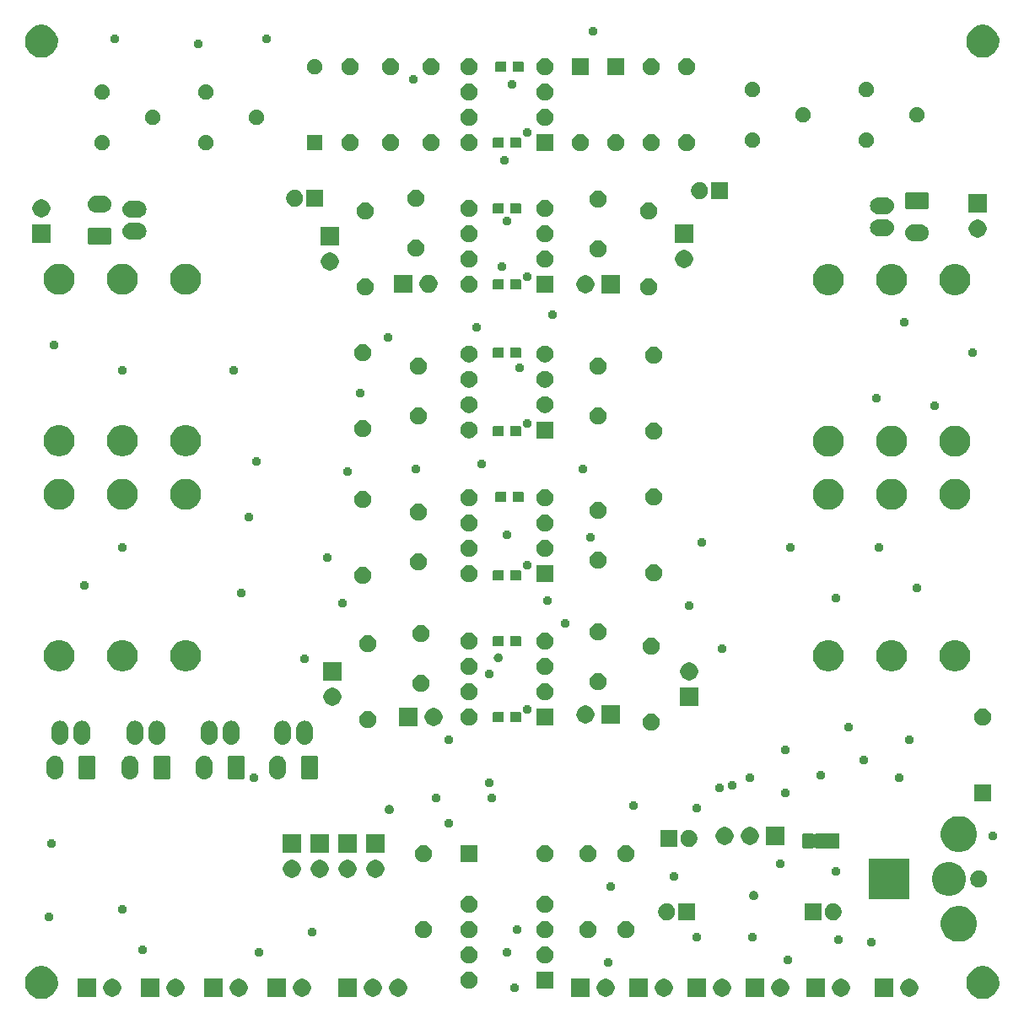
<source format=gbr>
G04 #@! TF.GenerationSoftware,KiCad,Pcbnew,(5.1.5)-3*
G04 #@! TF.CreationDate,2020-07-30T23:32:09-07:00*
G04 #@! TF.ProjectId,AnalogBoard_Rev0,416e616c-6f67-4426-9f61-72645f526576,rev?*
G04 #@! TF.SameCoordinates,Original*
G04 #@! TF.FileFunction,Soldermask,Bot*
G04 #@! TF.FilePolarity,Negative*
%FSLAX46Y46*%
G04 Gerber Fmt 4.6, Leading zero omitted, Abs format (unit mm)*
G04 Created by KiCad (PCBNEW (5.1.5)-3) date 2020-07-30 23:32:09*
%MOMM*%
%LPD*%
G04 APERTURE LIST*
%ADD10C,0.100000*%
G04 APERTURE END LIST*
D10*
G36*
X148203256Y-145457298D02*
G01*
X148309579Y-145478447D01*
X148610042Y-145602903D01*
X148880451Y-145783585D01*
X149110415Y-146013549D01*
X149291097Y-146283958D01*
X149291098Y-146283960D01*
X149415553Y-146584422D01*
X149477494Y-146895816D01*
X149479000Y-146903391D01*
X149479000Y-147228609D01*
X149415553Y-147547579D01*
X149291097Y-147848042D01*
X149110415Y-148118451D01*
X148880451Y-148348415D01*
X148610042Y-148529097D01*
X148309579Y-148653553D01*
X148203256Y-148674702D01*
X147990611Y-148717000D01*
X147665389Y-148717000D01*
X147452744Y-148674702D01*
X147346421Y-148653553D01*
X147045958Y-148529097D01*
X146775549Y-148348415D01*
X146545585Y-148118451D01*
X146364903Y-147848042D01*
X146240447Y-147547579D01*
X146177000Y-147228609D01*
X146177000Y-146903391D01*
X146178507Y-146895816D01*
X146240447Y-146584422D01*
X146364902Y-146283960D01*
X146364903Y-146283958D01*
X146545585Y-146013549D01*
X146775549Y-145783585D01*
X147045958Y-145602903D01*
X147346421Y-145478447D01*
X147452744Y-145457298D01*
X147665389Y-145415000D01*
X147990611Y-145415000D01*
X148203256Y-145457298D01*
G37*
G36*
X53715256Y-145457298D02*
G01*
X53821579Y-145478447D01*
X54122042Y-145602903D01*
X54392451Y-145783585D01*
X54622415Y-146013549D01*
X54803097Y-146283958D01*
X54803098Y-146283960D01*
X54927553Y-146584422D01*
X54989494Y-146895816D01*
X54991000Y-146903391D01*
X54991000Y-147228609D01*
X54927553Y-147547579D01*
X54803097Y-147848042D01*
X54622415Y-148118451D01*
X54392451Y-148348415D01*
X54122042Y-148529097D01*
X53821579Y-148653553D01*
X53715256Y-148674702D01*
X53502611Y-148717000D01*
X53177389Y-148717000D01*
X52964744Y-148674702D01*
X52858421Y-148653553D01*
X52557958Y-148529097D01*
X52287549Y-148348415D01*
X52057585Y-148118451D01*
X51876903Y-147848042D01*
X51752447Y-147547579D01*
X51689000Y-147228609D01*
X51689000Y-146903391D01*
X51690507Y-146895816D01*
X51752447Y-146584422D01*
X51876902Y-146283960D01*
X51876903Y-146283958D01*
X52057585Y-146013549D01*
X52287549Y-145783585D01*
X52557958Y-145602903D01*
X52858421Y-145478447D01*
X52964744Y-145457298D01*
X53177389Y-145415000D01*
X53502611Y-145415000D01*
X53715256Y-145457298D01*
G37*
G36*
X115937512Y-146677927D02*
G01*
X116086812Y-146707624D01*
X116250784Y-146775544D01*
X116398354Y-146874147D01*
X116523853Y-146999646D01*
X116622456Y-147147216D01*
X116690376Y-147311188D01*
X116720073Y-147460488D01*
X116725000Y-147485258D01*
X116725000Y-147662742D01*
X116720073Y-147687512D01*
X116690376Y-147836812D01*
X116622456Y-148000784D01*
X116523853Y-148148354D01*
X116398354Y-148273853D01*
X116250784Y-148372456D01*
X116086812Y-148440376D01*
X115937512Y-148470073D01*
X115912742Y-148475000D01*
X115735258Y-148475000D01*
X115710488Y-148470073D01*
X115561188Y-148440376D01*
X115397216Y-148372456D01*
X115249646Y-148273853D01*
X115124147Y-148148354D01*
X115025544Y-148000784D01*
X114957624Y-147836812D01*
X114927927Y-147687512D01*
X114923000Y-147662742D01*
X114923000Y-147485258D01*
X114927927Y-147460488D01*
X114957624Y-147311188D01*
X115025544Y-147147216D01*
X115124147Y-146999646D01*
X115249646Y-146874147D01*
X115397216Y-146775544D01*
X115561188Y-146707624D01*
X115710488Y-146677927D01*
X115735258Y-146673000D01*
X115912742Y-146673000D01*
X115937512Y-146677927D01*
G37*
G36*
X110095512Y-146677927D02*
G01*
X110244812Y-146707624D01*
X110408784Y-146775544D01*
X110556354Y-146874147D01*
X110681853Y-146999646D01*
X110780456Y-147147216D01*
X110848376Y-147311188D01*
X110878073Y-147460488D01*
X110883000Y-147485258D01*
X110883000Y-147662742D01*
X110878073Y-147687512D01*
X110848376Y-147836812D01*
X110780456Y-148000784D01*
X110681853Y-148148354D01*
X110556354Y-148273853D01*
X110408784Y-148372456D01*
X110244812Y-148440376D01*
X110095512Y-148470073D01*
X110070742Y-148475000D01*
X109893258Y-148475000D01*
X109868488Y-148470073D01*
X109719188Y-148440376D01*
X109555216Y-148372456D01*
X109407646Y-148273853D01*
X109282147Y-148148354D01*
X109183544Y-148000784D01*
X109115624Y-147836812D01*
X109085927Y-147687512D01*
X109081000Y-147662742D01*
X109081000Y-147485258D01*
X109085927Y-147460488D01*
X109115624Y-147311188D01*
X109183544Y-147147216D01*
X109282147Y-146999646D01*
X109407646Y-146874147D01*
X109555216Y-146775544D01*
X109719188Y-146707624D01*
X109868488Y-146677927D01*
X109893258Y-146673000D01*
X110070742Y-146673000D01*
X110095512Y-146677927D01*
G37*
G36*
X58813000Y-148475000D02*
G01*
X57011000Y-148475000D01*
X57011000Y-146673000D01*
X58813000Y-146673000D01*
X58813000Y-148475000D01*
G37*
G36*
X66915512Y-146677927D02*
G01*
X67064812Y-146707624D01*
X67228784Y-146775544D01*
X67376354Y-146874147D01*
X67501853Y-146999646D01*
X67600456Y-147147216D01*
X67668376Y-147311188D01*
X67698073Y-147460488D01*
X67703000Y-147485258D01*
X67703000Y-147662742D01*
X67698073Y-147687512D01*
X67668376Y-147836812D01*
X67600456Y-148000784D01*
X67501853Y-148148354D01*
X67376354Y-148273853D01*
X67228784Y-148372456D01*
X67064812Y-148440376D01*
X66915512Y-148470073D01*
X66890742Y-148475000D01*
X66713258Y-148475000D01*
X66688488Y-148470073D01*
X66539188Y-148440376D01*
X66375216Y-148372456D01*
X66227646Y-148273853D01*
X66102147Y-148148354D01*
X66003544Y-148000784D01*
X65935624Y-147836812D01*
X65905927Y-147687512D01*
X65901000Y-147662742D01*
X65901000Y-147485258D01*
X65905927Y-147460488D01*
X65935624Y-147311188D01*
X66003544Y-147147216D01*
X66102147Y-146999646D01*
X66227646Y-146874147D01*
X66375216Y-146775544D01*
X66539188Y-146707624D01*
X66688488Y-146677927D01*
X66713258Y-146673000D01*
X66890742Y-146673000D01*
X66915512Y-146677927D01*
G37*
G36*
X65163000Y-148475000D02*
G01*
X63361000Y-148475000D01*
X63361000Y-146673000D01*
X65163000Y-146673000D01*
X65163000Y-148475000D01*
G37*
G36*
X60565512Y-146677927D02*
G01*
X60714812Y-146707624D01*
X60878784Y-146775544D01*
X61026354Y-146874147D01*
X61151853Y-146999646D01*
X61250456Y-147147216D01*
X61318376Y-147311188D01*
X61348073Y-147460488D01*
X61353000Y-147485258D01*
X61353000Y-147662742D01*
X61348073Y-147687512D01*
X61318376Y-147836812D01*
X61250456Y-148000784D01*
X61151853Y-148148354D01*
X61026354Y-148273853D01*
X60878784Y-148372456D01*
X60714812Y-148440376D01*
X60565512Y-148470073D01*
X60540742Y-148475000D01*
X60363258Y-148475000D01*
X60338488Y-148470073D01*
X60189188Y-148440376D01*
X60025216Y-148372456D01*
X59877646Y-148273853D01*
X59752147Y-148148354D01*
X59653544Y-148000784D01*
X59585624Y-147836812D01*
X59555927Y-147687512D01*
X59551000Y-147662742D01*
X59551000Y-147485258D01*
X59555927Y-147460488D01*
X59585624Y-147311188D01*
X59653544Y-147147216D01*
X59752147Y-146999646D01*
X59877646Y-146874147D01*
X60025216Y-146775544D01*
X60189188Y-146707624D01*
X60338488Y-146677927D01*
X60363258Y-146673000D01*
X60540742Y-146673000D01*
X60565512Y-146677927D01*
G37*
G36*
X73265512Y-146677927D02*
G01*
X73414812Y-146707624D01*
X73578784Y-146775544D01*
X73726354Y-146874147D01*
X73851853Y-146999646D01*
X73950456Y-147147216D01*
X74018376Y-147311188D01*
X74048073Y-147460488D01*
X74053000Y-147485258D01*
X74053000Y-147662742D01*
X74048073Y-147687512D01*
X74018376Y-147836812D01*
X73950456Y-148000784D01*
X73851853Y-148148354D01*
X73726354Y-148273853D01*
X73578784Y-148372456D01*
X73414812Y-148440376D01*
X73265512Y-148470073D01*
X73240742Y-148475000D01*
X73063258Y-148475000D01*
X73038488Y-148470073D01*
X72889188Y-148440376D01*
X72725216Y-148372456D01*
X72577646Y-148273853D01*
X72452147Y-148148354D01*
X72353544Y-148000784D01*
X72285624Y-147836812D01*
X72255927Y-147687512D01*
X72251000Y-147662742D01*
X72251000Y-147485258D01*
X72255927Y-147460488D01*
X72285624Y-147311188D01*
X72353544Y-147147216D01*
X72452147Y-146999646D01*
X72577646Y-146874147D01*
X72725216Y-146775544D01*
X72889188Y-146707624D01*
X73038488Y-146677927D01*
X73063258Y-146673000D01*
X73240742Y-146673000D01*
X73265512Y-146677927D01*
G37*
G36*
X71513000Y-148475000D02*
G01*
X69711000Y-148475000D01*
X69711000Y-146673000D01*
X71513000Y-146673000D01*
X71513000Y-148475000D01*
G37*
G36*
X79615512Y-146677927D02*
G01*
X79764812Y-146707624D01*
X79928784Y-146775544D01*
X80076354Y-146874147D01*
X80201853Y-146999646D01*
X80300456Y-147147216D01*
X80368376Y-147311188D01*
X80398073Y-147460488D01*
X80403000Y-147485258D01*
X80403000Y-147662742D01*
X80398073Y-147687512D01*
X80368376Y-147836812D01*
X80300456Y-148000784D01*
X80201853Y-148148354D01*
X80076354Y-148273853D01*
X79928784Y-148372456D01*
X79764812Y-148440376D01*
X79615512Y-148470073D01*
X79590742Y-148475000D01*
X79413258Y-148475000D01*
X79388488Y-148470073D01*
X79239188Y-148440376D01*
X79075216Y-148372456D01*
X78927646Y-148273853D01*
X78802147Y-148148354D01*
X78703544Y-148000784D01*
X78635624Y-147836812D01*
X78605927Y-147687512D01*
X78601000Y-147662742D01*
X78601000Y-147485258D01*
X78605927Y-147460488D01*
X78635624Y-147311188D01*
X78703544Y-147147216D01*
X78802147Y-146999646D01*
X78927646Y-146874147D01*
X79075216Y-146775544D01*
X79239188Y-146707624D01*
X79388488Y-146677927D01*
X79413258Y-146673000D01*
X79590742Y-146673000D01*
X79615512Y-146677927D01*
G37*
G36*
X77863000Y-148475000D02*
G01*
X76061000Y-148475000D01*
X76061000Y-146673000D01*
X77863000Y-146673000D01*
X77863000Y-148475000D01*
G37*
G36*
X127621512Y-146677927D02*
G01*
X127770812Y-146707624D01*
X127934784Y-146775544D01*
X128082354Y-146874147D01*
X128207853Y-146999646D01*
X128306456Y-147147216D01*
X128374376Y-147311188D01*
X128404073Y-147460488D01*
X128409000Y-147485258D01*
X128409000Y-147662742D01*
X128404073Y-147687512D01*
X128374376Y-147836812D01*
X128306456Y-148000784D01*
X128207853Y-148148354D01*
X128082354Y-148273853D01*
X127934784Y-148372456D01*
X127770812Y-148440376D01*
X127621512Y-148470073D01*
X127596742Y-148475000D01*
X127419258Y-148475000D01*
X127394488Y-148470073D01*
X127245188Y-148440376D01*
X127081216Y-148372456D01*
X126933646Y-148273853D01*
X126808147Y-148148354D01*
X126709544Y-148000784D01*
X126641624Y-147836812D01*
X126611927Y-147687512D01*
X126607000Y-147662742D01*
X126607000Y-147485258D01*
X126611927Y-147460488D01*
X126641624Y-147311188D01*
X126709544Y-147147216D01*
X126808147Y-146999646D01*
X126933646Y-146874147D01*
X127081216Y-146775544D01*
X127245188Y-146707624D01*
X127394488Y-146677927D01*
X127419258Y-146673000D01*
X127596742Y-146673000D01*
X127621512Y-146677927D01*
G37*
G36*
X125869000Y-148475000D02*
G01*
X124067000Y-148475000D01*
X124067000Y-146673000D01*
X125869000Y-146673000D01*
X125869000Y-148475000D01*
G37*
G36*
X108343000Y-148475000D02*
G01*
X106541000Y-148475000D01*
X106541000Y-146673000D01*
X108343000Y-146673000D01*
X108343000Y-148475000D01*
G37*
G36*
X131965000Y-148475000D02*
G01*
X130163000Y-148475000D01*
X130163000Y-146673000D01*
X131965000Y-146673000D01*
X131965000Y-148475000D01*
G37*
G36*
X114185000Y-148475000D02*
G01*
X112383000Y-148475000D01*
X112383000Y-146673000D01*
X114185000Y-146673000D01*
X114185000Y-148475000D01*
G37*
G36*
X140575512Y-146677927D02*
G01*
X140724812Y-146707624D01*
X140888784Y-146775544D01*
X141036354Y-146874147D01*
X141161853Y-146999646D01*
X141260456Y-147147216D01*
X141328376Y-147311188D01*
X141358073Y-147460488D01*
X141363000Y-147485258D01*
X141363000Y-147662742D01*
X141358073Y-147687512D01*
X141328376Y-147836812D01*
X141260456Y-148000784D01*
X141161853Y-148148354D01*
X141036354Y-148273853D01*
X140888784Y-148372456D01*
X140724812Y-148440376D01*
X140575512Y-148470073D01*
X140550742Y-148475000D01*
X140373258Y-148475000D01*
X140348488Y-148470073D01*
X140199188Y-148440376D01*
X140035216Y-148372456D01*
X139887646Y-148273853D01*
X139762147Y-148148354D01*
X139663544Y-148000784D01*
X139595624Y-147836812D01*
X139565927Y-147687512D01*
X139561000Y-147662742D01*
X139561000Y-147485258D01*
X139565927Y-147460488D01*
X139595624Y-147311188D01*
X139663544Y-147147216D01*
X139762147Y-146999646D01*
X139887646Y-146874147D01*
X140035216Y-146775544D01*
X140199188Y-146707624D01*
X140348488Y-146677927D01*
X140373258Y-146673000D01*
X140550742Y-146673000D01*
X140575512Y-146677927D01*
G37*
G36*
X133717512Y-146677927D02*
G01*
X133866812Y-146707624D01*
X134030784Y-146775544D01*
X134178354Y-146874147D01*
X134303853Y-146999646D01*
X134402456Y-147147216D01*
X134470376Y-147311188D01*
X134500073Y-147460488D01*
X134505000Y-147485258D01*
X134505000Y-147662742D01*
X134500073Y-147687512D01*
X134470376Y-147836812D01*
X134402456Y-148000784D01*
X134303853Y-148148354D01*
X134178354Y-148273853D01*
X134030784Y-148372456D01*
X133866812Y-148440376D01*
X133717512Y-148470073D01*
X133692742Y-148475000D01*
X133515258Y-148475000D01*
X133490488Y-148470073D01*
X133341188Y-148440376D01*
X133177216Y-148372456D01*
X133029646Y-148273853D01*
X132904147Y-148148354D01*
X132805544Y-148000784D01*
X132737624Y-147836812D01*
X132707927Y-147687512D01*
X132703000Y-147662742D01*
X132703000Y-147485258D01*
X132707927Y-147460488D01*
X132737624Y-147311188D01*
X132805544Y-147147216D01*
X132904147Y-146999646D01*
X133029646Y-146874147D01*
X133177216Y-146775544D01*
X133341188Y-146707624D01*
X133490488Y-146677927D01*
X133515258Y-146673000D01*
X133692742Y-146673000D01*
X133717512Y-146677927D01*
G37*
G36*
X138823000Y-148475000D02*
G01*
X137021000Y-148475000D01*
X137021000Y-146673000D01*
X138823000Y-146673000D01*
X138823000Y-148475000D01*
G37*
G36*
X86727512Y-146677927D02*
G01*
X86876812Y-146707624D01*
X87040784Y-146775544D01*
X87188354Y-146874147D01*
X87313853Y-146999646D01*
X87412456Y-147147216D01*
X87480376Y-147311188D01*
X87510073Y-147460488D01*
X87515000Y-147485258D01*
X87515000Y-147662742D01*
X87510073Y-147687512D01*
X87480376Y-147836812D01*
X87412456Y-148000784D01*
X87313853Y-148148354D01*
X87188354Y-148273853D01*
X87040784Y-148372456D01*
X86876812Y-148440376D01*
X86727512Y-148470073D01*
X86702742Y-148475000D01*
X86525258Y-148475000D01*
X86500488Y-148470073D01*
X86351188Y-148440376D01*
X86187216Y-148372456D01*
X86039646Y-148273853D01*
X85914147Y-148148354D01*
X85815544Y-148000784D01*
X85747624Y-147836812D01*
X85717927Y-147687512D01*
X85713000Y-147662742D01*
X85713000Y-147485258D01*
X85717927Y-147460488D01*
X85747624Y-147311188D01*
X85815544Y-147147216D01*
X85914147Y-146999646D01*
X86039646Y-146874147D01*
X86187216Y-146775544D01*
X86351188Y-146707624D01*
X86500488Y-146677927D01*
X86525258Y-146673000D01*
X86702742Y-146673000D01*
X86727512Y-146677927D01*
G37*
G36*
X89267512Y-146677927D02*
G01*
X89416812Y-146707624D01*
X89580784Y-146775544D01*
X89728354Y-146874147D01*
X89853853Y-146999646D01*
X89952456Y-147147216D01*
X90020376Y-147311188D01*
X90050073Y-147460488D01*
X90055000Y-147485258D01*
X90055000Y-147662742D01*
X90050073Y-147687512D01*
X90020376Y-147836812D01*
X89952456Y-148000784D01*
X89853853Y-148148354D01*
X89728354Y-148273853D01*
X89580784Y-148372456D01*
X89416812Y-148440376D01*
X89267512Y-148470073D01*
X89242742Y-148475000D01*
X89065258Y-148475000D01*
X89040488Y-148470073D01*
X88891188Y-148440376D01*
X88727216Y-148372456D01*
X88579646Y-148273853D01*
X88454147Y-148148354D01*
X88355544Y-148000784D01*
X88287624Y-147836812D01*
X88257927Y-147687512D01*
X88253000Y-147662742D01*
X88253000Y-147485258D01*
X88257927Y-147460488D01*
X88287624Y-147311188D01*
X88355544Y-147147216D01*
X88454147Y-146999646D01*
X88579646Y-146874147D01*
X88727216Y-146775544D01*
X88891188Y-146707624D01*
X89040488Y-146677927D01*
X89065258Y-146673000D01*
X89242742Y-146673000D01*
X89267512Y-146677927D01*
G37*
G36*
X121779512Y-146677927D02*
G01*
X121928812Y-146707624D01*
X122092784Y-146775544D01*
X122240354Y-146874147D01*
X122365853Y-146999646D01*
X122464456Y-147147216D01*
X122532376Y-147311188D01*
X122562073Y-147460488D01*
X122567000Y-147485258D01*
X122567000Y-147662742D01*
X122562073Y-147687512D01*
X122532376Y-147836812D01*
X122464456Y-148000784D01*
X122365853Y-148148354D01*
X122240354Y-148273853D01*
X122092784Y-148372456D01*
X121928812Y-148440376D01*
X121779512Y-148470073D01*
X121754742Y-148475000D01*
X121577258Y-148475000D01*
X121552488Y-148470073D01*
X121403188Y-148440376D01*
X121239216Y-148372456D01*
X121091646Y-148273853D01*
X120966147Y-148148354D01*
X120867544Y-148000784D01*
X120799624Y-147836812D01*
X120769927Y-147687512D01*
X120765000Y-147662742D01*
X120765000Y-147485258D01*
X120769927Y-147460488D01*
X120799624Y-147311188D01*
X120867544Y-147147216D01*
X120966147Y-146999646D01*
X121091646Y-146874147D01*
X121239216Y-146775544D01*
X121403188Y-146707624D01*
X121552488Y-146677927D01*
X121577258Y-146673000D01*
X121754742Y-146673000D01*
X121779512Y-146677927D01*
G37*
G36*
X120027000Y-148475000D02*
G01*
X118225000Y-148475000D01*
X118225000Y-146673000D01*
X120027000Y-146673000D01*
X120027000Y-148475000D01*
G37*
G36*
X84975000Y-148475000D02*
G01*
X83173000Y-148475000D01*
X83173000Y-146673000D01*
X84975000Y-146673000D01*
X84975000Y-148475000D01*
G37*
G36*
X100969552Y-147140331D02*
G01*
X101051627Y-147174328D01*
X101051629Y-147174329D01*
X101088813Y-147199175D01*
X101112647Y-147215100D01*
X101125496Y-147223686D01*
X101188314Y-147286504D01*
X101233735Y-147354480D01*
X101237672Y-147360373D01*
X101271669Y-147442448D01*
X101289000Y-147529579D01*
X101289000Y-147618421D01*
X101271669Y-147705552D01*
X101237672Y-147787627D01*
X101237671Y-147787629D01*
X101188314Y-147861496D01*
X101125496Y-147924314D01*
X101051629Y-147973671D01*
X101051628Y-147973672D01*
X101051627Y-147973672D01*
X100969552Y-148007669D01*
X100882421Y-148025000D01*
X100793579Y-148025000D01*
X100706448Y-148007669D01*
X100624373Y-147973672D01*
X100624372Y-147973672D01*
X100624371Y-147973671D01*
X100550504Y-147924314D01*
X100487686Y-147861496D01*
X100438329Y-147787629D01*
X100438328Y-147787627D01*
X100404331Y-147705552D01*
X100387000Y-147618421D01*
X100387000Y-147529579D01*
X100404331Y-147442448D01*
X100438328Y-147360373D01*
X100442266Y-147354480D01*
X100487686Y-147286504D01*
X100550504Y-147223686D01*
X100563354Y-147215100D01*
X100587187Y-147199175D01*
X100624371Y-147174329D01*
X100624373Y-147174328D01*
X100706448Y-147140331D01*
X100793579Y-147123000D01*
X100882421Y-147123000D01*
X100969552Y-147140331D01*
G37*
G36*
X96514228Y-145993703D02*
G01*
X96669100Y-146057853D01*
X96808481Y-146150985D01*
X96927015Y-146269519D01*
X97020147Y-146408900D01*
X97084297Y-146563772D01*
X97117000Y-146728184D01*
X97117000Y-146895816D01*
X97084297Y-147060228D01*
X97020147Y-147215100D01*
X96927015Y-147354481D01*
X96808481Y-147473015D01*
X96669100Y-147566147D01*
X96514228Y-147630297D01*
X96349816Y-147663000D01*
X96182184Y-147663000D01*
X96017772Y-147630297D01*
X95862900Y-147566147D01*
X95723519Y-147473015D01*
X95604985Y-147354481D01*
X95511853Y-147215100D01*
X95447703Y-147060228D01*
X95415000Y-146895816D01*
X95415000Y-146728184D01*
X95447703Y-146563772D01*
X95511853Y-146408900D01*
X95604985Y-146269519D01*
X95723519Y-146150985D01*
X95862900Y-146057853D01*
X96017772Y-145993703D01*
X96182184Y-145961000D01*
X96349816Y-145961000D01*
X96514228Y-145993703D01*
G37*
G36*
X104737000Y-147663000D02*
G01*
X103035000Y-147663000D01*
X103035000Y-145961000D01*
X104737000Y-145961000D01*
X104737000Y-147663000D01*
G37*
G36*
X110367552Y-144600331D02*
G01*
X110449627Y-144634328D01*
X110449629Y-144634329D01*
X110470759Y-144648448D01*
X110510647Y-144675100D01*
X110523496Y-144683686D01*
X110586314Y-144746504D01*
X110631735Y-144814480D01*
X110635672Y-144820373D01*
X110669669Y-144902448D01*
X110687000Y-144989579D01*
X110687000Y-145078421D01*
X110669669Y-145165552D01*
X110649738Y-145213668D01*
X110635671Y-145247629D01*
X110586314Y-145321496D01*
X110523496Y-145384314D01*
X110449629Y-145433671D01*
X110449628Y-145433672D01*
X110449627Y-145433672D01*
X110367552Y-145467669D01*
X110280421Y-145485000D01*
X110191579Y-145485000D01*
X110104448Y-145467669D01*
X110022373Y-145433672D01*
X110022372Y-145433672D01*
X110022371Y-145433671D01*
X109948504Y-145384314D01*
X109885686Y-145321496D01*
X109836329Y-145247629D01*
X109822262Y-145213668D01*
X109802331Y-145165552D01*
X109785000Y-145078421D01*
X109785000Y-144989579D01*
X109802331Y-144902448D01*
X109836328Y-144820373D01*
X109840266Y-144814480D01*
X109885686Y-144746504D01*
X109948504Y-144683686D01*
X109961354Y-144675100D01*
X110001241Y-144648448D01*
X110022371Y-144634329D01*
X110022373Y-144634328D01*
X110104448Y-144600331D01*
X110191579Y-144583000D01*
X110280421Y-144583000D01*
X110367552Y-144600331D01*
G37*
G36*
X128401552Y-144346331D02*
G01*
X128483627Y-144380328D01*
X128483629Y-144380329D01*
X128520813Y-144405175D01*
X128557495Y-144429685D01*
X128620315Y-144492505D01*
X128669672Y-144566373D01*
X128703669Y-144648448D01*
X128721000Y-144735579D01*
X128721000Y-144824421D01*
X128703669Y-144911552D01*
X128671349Y-144989579D01*
X128669671Y-144993629D01*
X128620314Y-145067496D01*
X128557496Y-145130314D01*
X128483629Y-145179671D01*
X128483628Y-145179672D01*
X128483627Y-145179672D01*
X128401552Y-145213669D01*
X128314421Y-145231000D01*
X128225579Y-145231000D01*
X128138448Y-145213669D01*
X128056373Y-145179672D01*
X128056372Y-145179672D01*
X128056371Y-145179671D01*
X127982504Y-145130314D01*
X127919686Y-145067496D01*
X127870329Y-144993629D01*
X127868651Y-144989579D01*
X127836331Y-144911552D01*
X127819000Y-144824421D01*
X127819000Y-144735579D01*
X127836331Y-144648448D01*
X127870328Y-144566373D01*
X127919685Y-144492505D01*
X127982505Y-144429685D01*
X128019187Y-144405175D01*
X128056371Y-144380329D01*
X128056373Y-144380328D01*
X128138448Y-144346331D01*
X128225579Y-144329000D01*
X128314421Y-144329000D01*
X128401552Y-144346331D01*
G37*
G36*
X104134228Y-143453703D02*
G01*
X104289100Y-143517853D01*
X104428481Y-143610985D01*
X104547015Y-143729519D01*
X104640147Y-143868900D01*
X104704297Y-144023772D01*
X104737000Y-144188184D01*
X104737000Y-144355816D01*
X104704297Y-144520228D01*
X104640147Y-144675100D01*
X104547015Y-144814481D01*
X104428481Y-144933015D01*
X104289100Y-145026147D01*
X104134228Y-145090297D01*
X103969816Y-145123000D01*
X103802184Y-145123000D01*
X103637772Y-145090297D01*
X103482900Y-145026147D01*
X103343519Y-144933015D01*
X103224985Y-144814481D01*
X103131853Y-144675100D01*
X103067703Y-144520228D01*
X103035000Y-144355816D01*
X103035000Y-144188184D01*
X103067703Y-144023772D01*
X103131853Y-143868900D01*
X103224985Y-143729519D01*
X103343519Y-143610985D01*
X103482900Y-143517853D01*
X103637772Y-143453703D01*
X103802184Y-143421000D01*
X103969816Y-143421000D01*
X104134228Y-143453703D01*
G37*
G36*
X96514228Y-143453703D02*
G01*
X96669100Y-143517853D01*
X96808481Y-143610985D01*
X96927015Y-143729519D01*
X97020147Y-143868900D01*
X97084297Y-144023772D01*
X97117000Y-144188184D01*
X97117000Y-144355816D01*
X97084297Y-144520228D01*
X97020147Y-144675100D01*
X96927015Y-144814481D01*
X96808481Y-144933015D01*
X96669100Y-145026147D01*
X96514228Y-145090297D01*
X96349816Y-145123000D01*
X96182184Y-145123000D01*
X96017772Y-145090297D01*
X95862900Y-145026147D01*
X95723519Y-144933015D01*
X95604985Y-144814481D01*
X95511853Y-144675100D01*
X95447703Y-144520228D01*
X95415000Y-144355816D01*
X95415000Y-144188184D01*
X95447703Y-144023772D01*
X95511853Y-143868900D01*
X95604985Y-143729519D01*
X95723519Y-143610985D01*
X95862900Y-143517853D01*
X96017772Y-143453703D01*
X96182184Y-143421000D01*
X96349816Y-143421000D01*
X96514228Y-143453703D01*
G37*
G36*
X100207552Y-143584331D02*
G01*
X100289627Y-143618328D01*
X100289629Y-143618329D01*
X100310759Y-143632448D01*
X100363495Y-143667685D01*
X100426315Y-143730505D01*
X100475672Y-143804373D01*
X100509669Y-143886448D01*
X100527000Y-143973579D01*
X100527000Y-144062421D01*
X100509669Y-144149552D01*
X100493666Y-144188185D01*
X100475671Y-144231629D01*
X100426314Y-144305496D01*
X100363496Y-144368314D01*
X100289629Y-144417671D01*
X100289628Y-144417672D01*
X100289627Y-144417672D01*
X100207552Y-144451669D01*
X100120421Y-144469000D01*
X100031579Y-144469000D01*
X99944448Y-144451669D01*
X99862373Y-144417672D01*
X99862372Y-144417672D01*
X99862371Y-144417671D01*
X99788504Y-144368314D01*
X99725686Y-144305496D01*
X99676329Y-144231629D01*
X99658334Y-144188185D01*
X99642331Y-144149552D01*
X99625000Y-144062421D01*
X99625000Y-143973579D01*
X99642331Y-143886448D01*
X99676328Y-143804373D01*
X99725685Y-143730505D01*
X99788505Y-143667685D01*
X99841241Y-143632448D01*
X99862371Y-143618329D01*
X99862373Y-143618328D01*
X99944448Y-143584331D01*
X100031579Y-143567000D01*
X100120421Y-143567000D01*
X100207552Y-143584331D01*
G37*
G36*
X75315552Y-143584331D02*
G01*
X75397627Y-143618328D01*
X75397629Y-143618329D01*
X75418759Y-143632448D01*
X75471495Y-143667685D01*
X75534315Y-143730505D01*
X75583672Y-143804373D01*
X75617669Y-143886448D01*
X75635000Y-143973579D01*
X75635000Y-144062421D01*
X75617669Y-144149552D01*
X75601666Y-144188185D01*
X75583671Y-144231629D01*
X75534314Y-144305496D01*
X75471496Y-144368314D01*
X75397629Y-144417671D01*
X75397628Y-144417672D01*
X75397627Y-144417672D01*
X75315552Y-144451669D01*
X75228421Y-144469000D01*
X75139579Y-144469000D01*
X75052448Y-144451669D01*
X74970373Y-144417672D01*
X74970372Y-144417672D01*
X74970371Y-144417671D01*
X74896504Y-144368314D01*
X74833686Y-144305496D01*
X74784329Y-144231629D01*
X74766334Y-144188185D01*
X74750331Y-144149552D01*
X74733000Y-144062421D01*
X74733000Y-143973579D01*
X74750331Y-143886448D01*
X74784328Y-143804373D01*
X74833685Y-143730505D01*
X74896505Y-143667685D01*
X74949241Y-143632448D01*
X74970371Y-143618329D01*
X74970373Y-143618328D01*
X75052448Y-143584331D01*
X75139579Y-143567000D01*
X75228421Y-143567000D01*
X75315552Y-143584331D01*
G37*
G36*
X63631552Y-143330331D02*
G01*
X63713627Y-143364328D01*
X63713629Y-143364329D01*
X63750813Y-143389175D01*
X63787495Y-143413685D01*
X63850315Y-143476505D01*
X63899672Y-143550373D01*
X63933669Y-143632448D01*
X63951000Y-143719579D01*
X63951000Y-143808421D01*
X63933669Y-143895552D01*
X63899672Y-143977627D01*
X63868840Y-144023771D01*
X63850314Y-144051496D01*
X63787496Y-144114314D01*
X63713629Y-144163671D01*
X63713628Y-144163672D01*
X63713627Y-144163672D01*
X63631552Y-144197669D01*
X63544421Y-144215000D01*
X63455579Y-144215000D01*
X63368448Y-144197669D01*
X63286373Y-144163672D01*
X63286372Y-144163672D01*
X63286371Y-144163671D01*
X63212504Y-144114314D01*
X63149686Y-144051496D01*
X63131161Y-144023771D01*
X63100328Y-143977627D01*
X63066331Y-143895552D01*
X63049000Y-143808421D01*
X63049000Y-143719579D01*
X63066331Y-143632448D01*
X63100328Y-143550373D01*
X63149685Y-143476505D01*
X63212505Y-143413685D01*
X63249187Y-143389175D01*
X63286371Y-143364329D01*
X63286373Y-143364328D01*
X63368448Y-143330331D01*
X63455579Y-143313000D01*
X63544421Y-143313000D01*
X63631552Y-143330331D01*
G37*
G36*
X136783552Y-142568331D02*
G01*
X136865627Y-142602328D01*
X136865629Y-142602329D01*
X136939496Y-142651686D01*
X137002314Y-142714504D01*
X137047077Y-142781495D01*
X137051672Y-142788373D01*
X137085669Y-142870448D01*
X137103000Y-142957579D01*
X137103000Y-143046421D01*
X137085669Y-143133552D01*
X137065738Y-143181668D01*
X137051671Y-143215629D01*
X137002314Y-143289496D01*
X136939496Y-143352314D01*
X136865629Y-143401671D01*
X136865628Y-143401672D01*
X136865627Y-143401672D01*
X136783552Y-143435669D01*
X136696421Y-143453000D01*
X136607579Y-143453000D01*
X136520448Y-143435669D01*
X136438373Y-143401672D01*
X136438372Y-143401672D01*
X136438371Y-143401671D01*
X136364504Y-143352314D01*
X136301686Y-143289496D01*
X136252329Y-143215629D01*
X136238262Y-143181668D01*
X136218331Y-143133552D01*
X136201000Y-143046421D01*
X136201000Y-142957579D01*
X136218331Y-142870448D01*
X136252328Y-142788373D01*
X136256924Y-142781495D01*
X136301686Y-142714504D01*
X136364504Y-142651686D01*
X136438371Y-142602329D01*
X136438373Y-142602328D01*
X136520448Y-142568331D01*
X136607579Y-142551000D01*
X136696421Y-142551000D01*
X136783552Y-142568331D01*
G37*
G36*
X133481552Y-142314331D02*
G01*
X133563627Y-142348328D01*
X133563629Y-142348329D01*
X133584759Y-142362448D01*
X133637495Y-142397685D01*
X133700315Y-142460505D01*
X133749672Y-142534373D01*
X133783669Y-142616448D01*
X133801000Y-142703579D01*
X133801000Y-142792421D01*
X133783669Y-142879552D01*
X133763738Y-142927668D01*
X133749671Y-142961629D01*
X133700314Y-143035496D01*
X133637496Y-143098314D01*
X133563629Y-143147671D01*
X133563628Y-143147672D01*
X133563627Y-143147672D01*
X133481552Y-143181669D01*
X133394421Y-143199000D01*
X133305579Y-143199000D01*
X133218448Y-143181669D01*
X133136373Y-143147672D01*
X133136372Y-143147672D01*
X133136371Y-143147671D01*
X133062504Y-143098314D01*
X132999686Y-143035496D01*
X132950329Y-142961629D01*
X132936262Y-142927668D01*
X132916331Y-142879552D01*
X132899000Y-142792421D01*
X132899000Y-142703579D01*
X132916331Y-142616448D01*
X132950328Y-142534373D01*
X132999685Y-142460505D01*
X133062505Y-142397685D01*
X133115241Y-142362448D01*
X133136371Y-142348329D01*
X133136373Y-142348328D01*
X133218448Y-142314331D01*
X133305579Y-142297000D01*
X133394421Y-142297000D01*
X133481552Y-142314331D01*
G37*
G36*
X145955331Y-139420211D02*
G01*
X146283092Y-139555974D01*
X146578070Y-139753072D01*
X146828928Y-140003930D01*
X147026026Y-140298908D01*
X147161789Y-140626669D01*
X147231000Y-140974616D01*
X147231000Y-141329384D01*
X147161789Y-141677331D01*
X147026026Y-142005092D01*
X146828928Y-142300070D01*
X146578070Y-142550928D01*
X146283092Y-142748026D01*
X145955331Y-142883789D01*
X145607384Y-142953000D01*
X145252616Y-142953000D01*
X144904669Y-142883789D01*
X144576908Y-142748026D01*
X144281930Y-142550928D01*
X144031072Y-142300070D01*
X143833974Y-142005092D01*
X143698211Y-141677331D01*
X143629000Y-141329384D01*
X143629000Y-140974616D01*
X143698211Y-140626669D01*
X143833974Y-140298908D01*
X144031072Y-140003930D01*
X144281930Y-139753072D01*
X144576908Y-139555974D01*
X144904669Y-139420211D01*
X145252616Y-139351000D01*
X145607384Y-139351000D01*
X145955331Y-139420211D01*
G37*
G36*
X124845552Y-142060331D02*
G01*
X124927627Y-142094328D01*
X124927629Y-142094329D01*
X124962384Y-142117552D01*
X124988647Y-142135100D01*
X125001496Y-142143686D01*
X125064314Y-142206504D01*
X125109735Y-142274480D01*
X125113672Y-142280373D01*
X125147669Y-142362448D01*
X125165000Y-142449579D01*
X125165000Y-142538421D01*
X125147669Y-142625552D01*
X125115349Y-142703579D01*
X125113671Y-142707629D01*
X125064314Y-142781496D01*
X125001496Y-142844314D01*
X124927629Y-142893671D01*
X124927628Y-142893672D01*
X124927627Y-142893672D01*
X124845552Y-142927669D01*
X124758421Y-142945000D01*
X124669579Y-142945000D01*
X124582448Y-142927669D01*
X124500373Y-142893672D01*
X124500372Y-142893672D01*
X124500371Y-142893671D01*
X124426504Y-142844314D01*
X124363686Y-142781496D01*
X124314329Y-142707629D01*
X124312651Y-142703579D01*
X124280331Y-142625552D01*
X124263000Y-142538421D01*
X124263000Y-142449579D01*
X124280331Y-142362448D01*
X124314328Y-142280373D01*
X124318266Y-142274480D01*
X124363686Y-142206504D01*
X124426504Y-142143686D01*
X124439354Y-142135100D01*
X124465616Y-142117552D01*
X124500371Y-142094329D01*
X124500373Y-142094328D01*
X124582448Y-142060331D01*
X124669579Y-142043000D01*
X124758421Y-142043000D01*
X124845552Y-142060331D01*
G37*
G36*
X119257552Y-142060331D02*
G01*
X119339627Y-142094328D01*
X119339629Y-142094329D01*
X119374384Y-142117552D01*
X119400647Y-142135100D01*
X119413496Y-142143686D01*
X119476314Y-142206504D01*
X119521735Y-142274480D01*
X119525672Y-142280373D01*
X119559669Y-142362448D01*
X119577000Y-142449579D01*
X119577000Y-142538421D01*
X119559669Y-142625552D01*
X119527349Y-142703579D01*
X119525671Y-142707629D01*
X119476314Y-142781496D01*
X119413496Y-142844314D01*
X119339629Y-142893671D01*
X119339628Y-142893672D01*
X119339627Y-142893672D01*
X119257552Y-142927669D01*
X119170421Y-142945000D01*
X119081579Y-142945000D01*
X118994448Y-142927669D01*
X118912373Y-142893672D01*
X118912372Y-142893672D01*
X118912371Y-142893671D01*
X118838504Y-142844314D01*
X118775686Y-142781496D01*
X118726329Y-142707629D01*
X118724651Y-142703579D01*
X118692331Y-142625552D01*
X118675000Y-142538421D01*
X118675000Y-142449579D01*
X118692331Y-142362448D01*
X118726328Y-142280373D01*
X118730266Y-142274480D01*
X118775686Y-142206504D01*
X118838504Y-142143686D01*
X118851354Y-142135100D01*
X118877616Y-142117552D01*
X118912371Y-142094329D01*
X118912373Y-142094328D01*
X118994448Y-142060331D01*
X119081579Y-142043000D01*
X119170421Y-142043000D01*
X119257552Y-142060331D01*
G37*
G36*
X108452228Y-140913703D02*
G01*
X108607100Y-140977853D01*
X108746481Y-141070985D01*
X108865015Y-141189519D01*
X108958147Y-141328900D01*
X109022297Y-141483772D01*
X109055000Y-141648184D01*
X109055000Y-141815816D01*
X109022297Y-141980228D01*
X108958147Y-142135100D01*
X108865015Y-142274481D01*
X108746481Y-142393015D01*
X108607100Y-142486147D01*
X108452228Y-142550297D01*
X108287816Y-142583000D01*
X108120184Y-142583000D01*
X107955772Y-142550297D01*
X107800900Y-142486147D01*
X107661519Y-142393015D01*
X107542985Y-142274481D01*
X107449853Y-142135100D01*
X107385703Y-141980228D01*
X107353000Y-141815816D01*
X107353000Y-141648184D01*
X107385703Y-141483772D01*
X107449853Y-141328900D01*
X107542985Y-141189519D01*
X107661519Y-141070985D01*
X107800900Y-140977853D01*
X107955772Y-140913703D01*
X108120184Y-140881000D01*
X108287816Y-140881000D01*
X108452228Y-140913703D01*
G37*
G36*
X104134228Y-140913703D02*
G01*
X104289100Y-140977853D01*
X104428481Y-141070985D01*
X104547015Y-141189519D01*
X104640147Y-141328900D01*
X104704297Y-141483772D01*
X104737000Y-141648184D01*
X104737000Y-141815816D01*
X104704297Y-141980228D01*
X104640147Y-142135100D01*
X104547015Y-142274481D01*
X104428481Y-142393015D01*
X104289100Y-142486147D01*
X104134228Y-142550297D01*
X103969816Y-142583000D01*
X103802184Y-142583000D01*
X103637772Y-142550297D01*
X103482900Y-142486147D01*
X103343519Y-142393015D01*
X103224985Y-142274481D01*
X103131853Y-142135100D01*
X103067703Y-141980228D01*
X103035000Y-141815816D01*
X103035000Y-141648184D01*
X103067703Y-141483772D01*
X103131853Y-141328900D01*
X103224985Y-141189519D01*
X103343519Y-141070985D01*
X103482900Y-140977853D01*
X103637772Y-140913703D01*
X103802184Y-140881000D01*
X103969816Y-140881000D01*
X104134228Y-140913703D01*
G37*
G36*
X112262228Y-140913703D02*
G01*
X112417100Y-140977853D01*
X112556481Y-141070985D01*
X112675015Y-141189519D01*
X112768147Y-141328900D01*
X112832297Y-141483772D01*
X112865000Y-141648184D01*
X112865000Y-141815816D01*
X112832297Y-141980228D01*
X112768147Y-142135100D01*
X112675015Y-142274481D01*
X112556481Y-142393015D01*
X112417100Y-142486147D01*
X112262228Y-142550297D01*
X112097816Y-142583000D01*
X111930184Y-142583000D01*
X111765772Y-142550297D01*
X111610900Y-142486147D01*
X111471519Y-142393015D01*
X111352985Y-142274481D01*
X111259853Y-142135100D01*
X111195703Y-141980228D01*
X111163000Y-141815816D01*
X111163000Y-141648184D01*
X111195703Y-141483772D01*
X111259853Y-141328900D01*
X111352985Y-141189519D01*
X111471519Y-141070985D01*
X111610900Y-140977853D01*
X111765772Y-140913703D01*
X111930184Y-140881000D01*
X112097816Y-140881000D01*
X112262228Y-140913703D01*
G37*
G36*
X96514228Y-140913703D02*
G01*
X96669100Y-140977853D01*
X96808481Y-141070985D01*
X96927015Y-141189519D01*
X97020147Y-141328900D01*
X97084297Y-141483772D01*
X97117000Y-141648184D01*
X97117000Y-141815816D01*
X97084297Y-141980228D01*
X97020147Y-142135100D01*
X96927015Y-142274481D01*
X96808481Y-142393015D01*
X96669100Y-142486147D01*
X96514228Y-142550297D01*
X96349816Y-142583000D01*
X96182184Y-142583000D01*
X96017772Y-142550297D01*
X95862900Y-142486147D01*
X95723519Y-142393015D01*
X95604985Y-142274481D01*
X95511853Y-142135100D01*
X95447703Y-141980228D01*
X95415000Y-141815816D01*
X95415000Y-141648184D01*
X95447703Y-141483772D01*
X95511853Y-141328900D01*
X95604985Y-141189519D01*
X95723519Y-141070985D01*
X95862900Y-140977853D01*
X96017772Y-140913703D01*
X96182184Y-140881000D01*
X96349816Y-140881000D01*
X96514228Y-140913703D01*
G37*
G36*
X91942228Y-140913703D02*
G01*
X92097100Y-140977853D01*
X92236481Y-141070985D01*
X92355015Y-141189519D01*
X92448147Y-141328900D01*
X92512297Y-141483772D01*
X92545000Y-141648184D01*
X92545000Y-141815816D01*
X92512297Y-141980228D01*
X92448147Y-142135100D01*
X92355015Y-142274481D01*
X92236481Y-142393015D01*
X92097100Y-142486147D01*
X91942228Y-142550297D01*
X91777816Y-142583000D01*
X91610184Y-142583000D01*
X91445772Y-142550297D01*
X91290900Y-142486147D01*
X91151519Y-142393015D01*
X91032985Y-142274481D01*
X90939853Y-142135100D01*
X90875703Y-141980228D01*
X90843000Y-141815816D01*
X90843000Y-141648184D01*
X90875703Y-141483772D01*
X90939853Y-141328900D01*
X91032985Y-141189519D01*
X91151519Y-141070985D01*
X91290900Y-140977853D01*
X91445772Y-140913703D01*
X91610184Y-140881000D01*
X91777816Y-140881000D01*
X91942228Y-140913703D01*
G37*
G36*
X80649552Y-141552331D02*
G01*
X80731627Y-141586328D01*
X80731629Y-141586329D01*
X80752759Y-141600448D01*
X80805495Y-141635685D01*
X80868315Y-141698505D01*
X80917672Y-141772373D01*
X80951669Y-141854448D01*
X80969000Y-141941579D01*
X80969000Y-142030421D01*
X80951669Y-142117552D01*
X80931738Y-142165668D01*
X80917671Y-142199629D01*
X80868314Y-142273496D01*
X80805496Y-142336314D01*
X80731629Y-142385671D01*
X80731628Y-142385672D01*
X80731627Y-142385672D01*
X80649552Y-142419669D01*
X80562421Y-142437000D01*
X80473579Y-142437000D01*
X80386448Y-142419669D01*
X80304373Y-142385672D01*
X80304372Y-142385672D01*
X80304371Y-142385671D01*
X80230504Y-142336314D01*
X80167686Y-142273496D01*
X80118329Y-142199629D01*
X80104262Y-142165668D01*
X80084331Y-142117552D01*
X80067000Y-142030421D01*
X80067000Y-141941579D01*
X80084331Y-141854448D01*
X80118328Y-141772373D01*
X80167685Y-141698505D01*
X80230505Y-141635685D01*
X80283241Y-141600448D01*
X80304371Y-141586329D01*
X80304373Y-141586328D01*
X80386448Y-141552331D01*
X80473579Y-141535000D01*
X80562421Y-141535000D01*
X80649552Y-141552331D01*
G37*
G36*
X101223552Y-141298331D02*
G01*
X101305627Y-141332328D01*
X101305629Y-141332329D01*
X101342813Y-141357175D01*
X101379495Y-141381685D01*
X101442315Y-141444505D01*
X101491672Y-141518373D01*
X101525669Y-141600448D01*
X101543000Y-141687579D01*
X101543000Y-141776421D01*
X101525669Y-141863552D01*
X101493349Y-141941579D01*
X101491671Y-141945629D01*
X101442314Y-142019496D01*
X101379496Y-142082314D01*
X101305629Y-142131671D01*
X101305628Y-142131672D01*
X101305627Y-142131672D01*
X101223552Y-142165669D01*
X101136421Y-142183000D01*
X101047579Y-142183000D01*
X100960448Y-142165669D01*
X100878373Y-142131672D01*
X100878372Y-142131672D01*
X100878371Y-142131671D01*
X100804504Y-142082314D01*
X100741686Y-142019496D01*
X100692329Y-141945629D01*
X100690651Y-141941579D01*
X100658331Y-141863552D01*
X100641000Y-141776421D01*
X100641000Y-141687579D01*
X100658331Y-141600448D01*
X100692328Y-141518373D01*
X100741685Y-141444505D01*
X100804505Y-141381685D01*
X100841187Y-141357175D01*
X100878371Y-141332329D01*
X100878373Y-141332328D01*
X100960448Y-141298331D01*
X101047579Y-141281000D01*
X101136421Y-141281000D01*
X101223552Y-141298331D01*
G37*
G36*
X54233552Y-140028331D02*
G01*
X54315627Y-140062328D01*
X54315629Y-140062329D01*
X54352813Y-140087175D01*
X54389495Y-140111685D01*
X54452315Y-140174505D01*
X54501672Y-140248373D01*
X54535669Y-140330448D01*
X54553000Y-140417579D01*
X54553000Y-140506421D01*
X54535669Y-140593552D01*
X54521951Y-140626669D01*
X54501671Y-140675629D01*
X54452314Y-140749496D01*
X54389496Y-140812314D01*
X54315629Y-140861671D01*
X54315628Y-140861672D01*
X54315627Y-140861672D01*
X54233552Y-140895669D01*
X54146421Y-140913000D01*
X54057579Y-140913000D01*
X53970448Y-140895669D01*
X53888373Y-140861672D01*
X53888372Y-140861672D01*
X53888371Y-140861671D01*
X53814504Y-140812314D01*
X53751686Y-140749496D01*
X53702329Y-140675629D01*
X53682049Y-140626669D01*
X53668331Y-140593552D01*
X53651000Y-140506421D01*
X53651000Y-140417579D01*
X53668331Y-140330448D01*
X53702328Y-140248373D01*
X53751685Y-140174505D01*
X53814505Y-140111685D01*
X53851187Y-140087175D01*
X53888371Y-140062329D01*
X53888373Y-140062328D01*
X53970448Y-140028331D01*
X54057579Y-140011000D01*
X54146421Y-140011000D01*
X54233552Y-140028331D01*
G37*
G36*
X131661000Y-140805000D02*
G01*
X129959000Y-140805000D01*
X129959000Y-139103000D01*
X131661000Y-139103000D01*
X131661000Y-140805000D01*
G37*
G36*
X116358228Y-139135703D02*
G01*
X116513100Y-139199853D01*
X116652481Y-139292985D01*
X116771015Y-139411519D01*
X116864147Y-139550900D01*
X116928297Y-139705772D01*
X116961000Y-139870184D01*
X116961000Y-140037816D01*
X116928297Y-140202228D01*
X116864147Y-140357100D01*
X116771015Y-140496481D01*
X116652481Y-140615015D01*
X116513100Y-140708147D01*
X116358228Y-140772297D01*
X116193816Y-140805000D01*
X116026184Y-140805000D01*
X115861772Y-140772297D01*
X115706900Y-140708147D01*
X115567519Y-140615015D01*
X115448985Y-140496481D01*
X115355853Y-140357100D01*
X115291703Y-140202228D01*
X115259000Y-140037816D01*
X115259000Y-139870184D01*
X115291703Y-139705772D01*
X115355853Y-139550900D01*
X115448985Y-139411519D01*
X115567519Y-139292985D01*
X115706900Y-139199853D01*
X115861772Y-139135703D01*
X116026184Y-139103000D01*
X116193816Y-139103000D01*
X116358228Y-139135703D01*
G37*
G36*
X133058228Y-139135703D02*
G01*
X133213100Y-139199853D01*
X133352481Y-139292985D01*
X133471015Y-139411519D01*
X133564147Y-139550900D01*
X133628297Y-139705772D01*
X133661000Y-139870184D01*
X133661000Y-140037816D01*
X133628297Y-140202228D01*
X133564147Y-140357100D01*
X133471015Y-140496481D01*
X133352481Y-140615015D01*
X133213100Y-140708147D01*
X133058228Y-140772297D01*
X132893816Y-140805000D01*
X132726184Y-140805000D01*
X132561772Y-140772297D01*
X132406900Y-140708147D01*
X132267519Y-140615015D01*
X132148985Y-140496481D01*
X132055853Y-140357100D01*
X131991703Y-140202228D01*
X131959000Y-140037816D01*
X131959000Y-139870184D01*
X131991703Y-139705772D01*
X132055853Y-139550900D01*
X132148985Y-139411519D01*
X132267519Y-139292985D01*
X132406900Y-139199853D01*
X132561772Y-139135703D01*
X132726184Y-139103000D01*
X132893816Y-139103000D01*
X133058228Y-139135703D01*
G37*
G36*
X118961000Y-140805000D02*
G01*
X117259000Y-140805000D01*
X117259000Y-139103000D01*
X118961000Y-139103000D01*
X118961000Y-140805000D01*
G37*
G36*
X61599552Y-139266331D02*
G01*
X61681627Y-139300328D01*
X61681629Y-139300329D01*
X61718813Y-139325175D01*
X61755495Y-139349685D01*
X61818315Y-139412505D01*
X61867672Y-139486373D01*
X61901669Y-139568448D01*
X61919000Y-139655579D01*
X61919000Y-139744421D01*
X61901669Y-139831552D01*
X61885666Y-139870185D01*
X61867671Y-139913629D01*
X61818314Y-139987496D01*
X61755496Y-140050314D01*
X61681629Y-140099671D01*
X61681628Y-140099672D01*
X61681627Y-140099672D01*
X61599552Y-140133669D01*
X61512421Y-140151000D01*
X61423579Y-140151000D01*
X61336448Y-140133669D01*
X61254373Y-140099672D01*
X61254372Y-140099672D01*
X61254371Y-140099671D01*
X61180504Y-140050314D01*
X61117686Y-139987496D01*
X61068329Y-139913629D01*
X61050334Y-139870185D01*
X61034331Y-139831552D01*
X61017000Y-139744421D01*
X61017000Y-139655579D01*
X61034331Y-139568448D01*
X61068328Y-139486373D01*
X61117685Y-139412505D01*
X61180505Y-139349685D01*
X61217187Y-139325175D01*
X61254371Y-139300329D01*
X61254373Y-139300328D01*
X61336448Y-139266331D01*
X61423579Y-139249000D01*
X61512421Y-139249000D01*
X61599552Y-139266331D01*
G37*
G36*
X96514228Y-138373703D02*
G01*
X96669100Y-138437853D01*
X96808481Y-138530985D01*
X96927015Y-138649519D01*
X97020147Y-138788900D01*
X97084297Y-138943772D01*
X97117000Y-139108184D01*
X97117000Y-139275816D01*
X97084297Y-139440228D01*
X97020147Y-139595100D01*
X96927015Y-139734481D01*
X96808481Y-139853015D01*
X96669100Y-139946147D01*
X96514228Y-140010297D01*
X96349816Y-140043000D01*
X96182184Y-140043000D01*
X96017772Y-140010297D01*
X95862900Y-139946147D01*
X95723519Y-139853015D01*
X95604985Y-139734481D01*
X95511853Y-139595100D01*
X95447703Y-139440228D01*
X95415000Y-139275816D01*
X95415000Y-139108184D01*
X95447703Y-138943772D01*
X95511853Y-138788900D01*
X95604985Y-138649519D01*
X95723519Y-138530985D01*
X95862900Y-138437853D01*
X96017772Y-138373703D01*
X96182184Y-138341000D01*
X96349816Y-138341000D01*
X96514228Y-138373703D01*
G37*
G36*
X104134228Y-138373703D02*
G01*
X104289100Y-138437853D01*
X104428481Y-138530985D01*
X104547015Y-138649519D01*
X104640147Y-138788900D01*
X104704297Y-138943772D01*
X104737000Y-139108184D01*
X104737000Y-139275816D01*
X104704297Y-139440228D01*
X104640147Y-139595100D01*
X104547015Y-139734481D01*
X104428481Y-139853015D01*
X104289100Y-139946147D01*
X104134228Y-140010297D01*
X103969816Y-140043000D01*
X103802184Y-140043000D01*
X103637772Y-140010297D01*
X103482900Y-139946147D01*
X103343519Y-139853015D01*
X103224985Y-139734481D01*
X103131853Y-139595100D01*
X103067703Y-139440228D01*
X103035000Y-139275816D01*
X103035000Y-139108184D01*
X103067703Y-138943772D01*
X103131853Y-138788900D01*
X103224985Y-138649519D01*
X103343519Y-138530985D01*
X103482900Y-138437853D01*
X103637772Y-138373703D01*
X103802184Y-138341000D01*
X103969816Y-138341000D01*
X104134228Y-138373703D01*
G37*
G36*
X124972552Y-137869331D02*
G01*
X125054627Y-137903328D01*
X125054629Y-137903329D01*
X125091813Y-137928175D01*
X125128495Y-137952685D01*
X125191315Y-138015505D01*
X125240672Y-138089373D01*
X125274669Y-138171448D01*
X125292000Y-138258579D01*
X125292000Y-138347421D01*
X125274669Y-138434552D01*
X125240672Y-138516627D01*
X125240671Y-138516629D01*
X125191314Y-138590496D01*
X125128496Y-138653314D01*
X125054629Y-138702671D01*
X125054628Y-138702672D01*
X125054627Y-138702672D01*
X124972552Y-138736669D01*
X124885421Y-138754000D01*
X124796579Y-138754000D01*
X124709448Y-138736669D01*
X124627373Y-138702672D01*
X124627372Y-138702672D01*
X124627371Y-138702671D01*
X124553504Y-138653314D01*
X124490686Y-138590496D01*
X124441329Y-138516629D01*
X124441328Y-138516627D01*
X124407331Y-138434552D01*
X124390000Y-138347421D01*
X124390000Y-138258579D01*
X124407331Y-138171448D01*
X124441328Y-138089373D01*
X124490685Y-138015505D01*
X124553505Y-137952685D01*
X124590187Y-137928175D01*
X124627371Y-137903329D01*
X124627373Y-137903328D01*
X124709448Y-137869331D01*
X124796579Y-137852000D01*
X124885421Y-137852000D01*
X124972552Y-137869331D01*
G37*
G36*
X140481000Y-138703000D02*
G01*
X136379000Y-138703000D01*
X136379000Y-134601000D01*
X140481000Y-134601000D01*
X140481000Y-138703000D01*
G37*
G36*
X144926162Y-135016368D02*
G01*
X145235724Y-135144593D01*
X145328170Y-135206363D01*
X145514324Y-135330747D01*
X145751253Y-135567676D01*
X145856200Y-135724741D01*
X145937407Y-135846276D01*
X146065632Y-136155838D01*
X146131000Y-136484465D01*
X146131000Y-136819535D01*
X146065632Y-137148162D01*
X145937407Y-137457724D01*
X145878722Y-137545552D01*
X145751253Y-137736324D01*
X145514324Y-137973253D01*
X145340540Y-138089371D01*
X145235724Y-138159407D01*
X144926162Y-138287632D01*
X144597535Y-138353000D01*
X144262465Y-138353000D01*
X143933838Y-138287632D01*
X143624276Y-138159407D01*
X143519460Y-138089371D01*
X143345676Y-137973253D01*
X143108747Y-137736324D01*
X142981278Y-137545552D01*
X142922593Y-137457724D01*
X142794368Y-137148162D01*
X142729000Y-136819535D01*
X142729000Y-136484465D01*
X142794368Y-136155838D01*
X142922593Y-135846276D01*
X143003800Y-135724741D01*
X143108747Y-135567676D01*
X143345676Y-135330747D01*
X143531830Y-135206363D01*
X143624276Y-135144593D01*
X143933838Y-135016368D01*
X144262465Y-134951000D01*
X144597535Y-134951000D01*
X144926162Y-135016368D01*
G37*
G36*
X110621552Y-136980331D02*
G01*
X110703627Y-137014328D01*
X110703629Y-137014329D01*
X110740813Y-137039175D01*
X110764647Y-137055100D01*
X110777496Y-137063686D01*
X110840314Y-137126504D01*
X110885735Y-137194480D01*
X110889672Y-137200373D01*
X110923669Y-137282448D01*
X110941000Y-137369579D01*
X110941000Y-137458421D01*
X110923669Y-137545552D01*
X110889672Y-137627627D01*
X110889671Y-137627629D01*
X110840314Y-137701496D01*
X110777496Y-137764314D01*
X110703629Y-137813671D01*
X110703628Y-137813672D01*
X110703627Y-137813672D01*
X110621552Y-137847669D01*
X110534421Y-137865000D01*
X110445579Y-137865000D01*
X110358448Y-137847669D01*
X110276373Y-137813672D01*
X110276372Y-137813672D01*
X110276371Y-137813671D01*
X110202504Y-137764314D01*
X110139686Y-137701496D01*
X110090329Y-137627629D01*
X110090328Y-137627627D01*
X110056331Y-137545552D01*
X110039000Y-137458421D01*
X110039000Y-137369579D01*
X110056331Y-137282448D01*
X110090328Y-137200373D01*
X110094266Y-137194480D01*
X110139686Y-137126504D01*
X110202504Y-137063686D01*
X110215354Y-137055100D01*
X110239187Y-137039175D01*
X110276371Y-137014329D01*
X110276373Y-137014328D01*
X110358448Y-136980331D01*
X110445579Y-136963000D01*
X110534421Y-136963000D01*
X110621552Y-136980331D01*
G37*
G36*
X147678228Y-135833703D02*
G01*
X147833100Y-135897853D01*
X147972481Y-135990985D01*
X148091015Y-136109519D01*
X148184147Y-136248900D01*
X148248297Y-136403772D01*
X148281000Y-136568184D01*
X148281000Y-136735816D01*
X148248297Y-136900228D01*
X148184147Y-137055100D01*
X148091015Y-137194481D01*
X147972481Y-137313015D01*
X147833100Y-137406147D01*
X147678228Y-137470297D01*
X147513816Y-137503000D01*
X147346184Y-137503000D01*
X147181772Y-137470297D01*
X147026900Y-137406147D01*
X146887519Y-137313015D01*
X146768985Y-137194481D01*
X146675853Y-137055100D01*
X146611703Y-136900228D01*
X146579000Y-136735816D01*
X146579000Y-136568184D01*
X146611703Y-136403772D01*
X146675853Y-136248900D01*
X146768985Y-136109519D01*
X146887519Y-135990985D01*
X147026900Y-135897853D01*
X147181772Y-135833703D01*
X147346184Y-135801000D01*
X147513816Y-135801000D01*
X147678228Y-135833703D01*
G37*
G36*
X116971552Y-135964331D02*
G01*
X117053627Y-135998328D01*
X117053629Y-135998329D01*
X117127496Y-136047686D01*
X117190314Y-136110504D01*
X117235077Y-136177495D01*
X117239672Y-136184373D01*
X117273669Y-136266448D01*
X117291000Y-136353579D01*
X117291000Y-136442421D01*
X117273669Y-136529552D01*
X117257666Y-136568185D01*
X117239671Y-136611629D01*
X117190314Y-136685496D01*
X117127496Y-136748314D01*
X117053629Y-136797671D01*
X117053628Y-136797672D01*
X117053627Y-136797672D01*
X116971552Y-136831669D01*
X116884421Y-136849000D01*
X116795579Y-136849000D01*
X116708448Y-136831669D01*
X116626373Y-136797672D01*
X116626372Y-136797672D01*
X116626371Y-136797671D01*
X116552504Y-136748314D01*
X116489686Y-136685496D01*
X116440329Y-136611629D01*
X116422334Y-136568185D01*
X116406331Y-136529552D01*
X116389000Y-136442421D01*
X116389000Y-136353579D01*
X116406331Y-136266448D01*
X116440328Y-136184373D01*
X116444924Y-136177495D01*
X116489686Y-136110504D01*
X116552504Y-136047686D01*
X116626371Y-135998329D01*
X116626373Y-135998328D01*
X116708448Y-135964331D01*
X116795579Y-135947000D01*
X116884421Y-135947000D01*
X116971552Y-135964331D01*
G37*
G36*
X86981512Y-134739927D02*
G01*
X87130812Y-134769624D01*
X87294784Y-134837544D01*
X87442354Y-134936147D01*
X87567853Y-135061646D01*
X87666456Y-135209216D01*
X87734376Y-135373188D01*
X87757676Y-135490328D01*
X87767494Y-135539685D01*
X87769000Y-135547259D01*
X87769000Y-135724741D01*
X87734376Y-135898812D01*
X87666456Y-136062784D01*
X87567853Y-136210354D01*
X87442354Y-136335853D01*
X87294784Y-136434456D01*
X87130812Y-136502376D01*
X86981512Y-136532073D01*
X86956742Y-136537000D01*
X86779258Y-136537000D01*
X86754488Y-136532073D01*
X86605188Y-136502376D01*
X86441216Y-136434456D01*
X86293646Y-136335853D01*
X86168147Y-136210354D01*
X86069544Y-136062784D01*
X86001624Y-135898812D01*
X85967000Y-135724741D01*
X85967000Y-135547259D01*
X85968507Y-135539685D01*
X85978324Y-135490328D01*
X86001624Y-135373188D01*
X86069544Y-135209216D01*
X86168147Y-135061646D01*
X86293646Y-134936147D01*
X86441216Y-134837544D01*
X86605188Y-134769624D01*
X86754488Y-134739927D01*
X86779258Y-134735000D01*
X86956742Y-134735000D01*
X86981512Y-134739927D01*
G37*
G36*
X84187512Y-134739927D02*
G01*
X84336812Y-134769624D01*
X84500784Y-134837544D01*
X84648354Y-134936147D01*
X84773853Y-135061646D01*
X84872456Y-135209216D01*
X84940376Y-135373188D01*
X84963676Y-135490328D01*
X84973494Y-135539685D01*
X84975000Y-135547259D01*
X84975000Y-135724741D01*
X84940376Y-135898812D01*
X84872456Y-136062784D01*
X84773853Y-136210354D01*
X84648354Y-136335853D01*
X84500784Y-136434456D01*
X84336812Y-136502376D01*
X84187512Y-136532073D01*
X84162742Y-136537000D01*
X83985258Y-136537000D01*
X83960488Y-136532073D01*
X83811188Y-136502376D01*
X83647216Y-136434456D01*
X83499646Y-136335853D01*
X83374147Y-136210354D01*
X83275544Y-136062784D01*
X83207624Y-135898812D01*
X83173000Y-135724741D01*
X83173000Y-135547259D01*
X83174507Y-135539685D01*
X83184324Y-135490328D01*
X83207624Y-135373188D01*
X83275544Y-135209216D01*
X83374147Y-135061646D01*
X83499646Y-134936147D01*
X83647216Y-134837544D01*
X83811188Y-134769624D01*
X83960488Y-134739927D01*
X83985258Y-134735000D01*
X84162742Y-134735000D01*
X84187512Y-134739927D01*
G37*
G36*
X81393512Y-134739927D02*
G01*
X81542812Y-134769624D01*
X81706784Y-134837544D01*
X81854354Y-134936147D01*
X81979853Y-135061646D01*
X82078456Y-135209216D01*
X82146376Y-135373188D01*
X82169676Y-135490328D01*
X82179494Y-135539685D01*
X82181000Y-135547259D01*
X82181000Y-135724741D01*
X82146376Y-135898812D01*
X82078456Y-136062784D01*
X81979853Y-136210354D01*
X81854354Y-136335853D01*
X81706784Y-136434456D01*
X81542812Y-136502376D01*
X81393512Y-136532073D01*
X81368742Y-136537000D01*
X81191258Y-136537000D01*
X81166488Y-136532073D01*
X81017188Y-136502376D01*
X80853216Y-136434456D01*
X80705646Y-136335853D01*
X80580147Y-136210354D01*
X80481544Y-136062784D01*
X80413624Y-135898812D01*
X80379000Y-135724741D01*
X80379000Y-135547259D01*
X80380507Y-135539685D01*
X80390324Y-135490328D01*
X80413624Y-135373188D01*
X80481544Y-135209216D01*
X80580147Y-135061646D01*
X80705646Y-134936147D01*
X80853216Y-134837544D01*
X81017188Y-134769624D01*
X81166488Y-134739927D01*
X81191258Y-134735000D01*
X81368742Y-134735000D01*
X81393512Y-134739927D01*
G37*
G36*
X78599512Y-134739927D02*
G01*
X78748812Y-134769624D01*
X78912784Y-134837544D01*
X79060354Y-134936147D01*
X79185853Y-135061646D01*
X79284456Y-135209216D01*
X79352376Y-135373188D01*
X79375676Y-135490328D01*
X79385494Y-135539685D01*
X79387000Y-135547259D01*
X79387000Y-135724741D01*
X79352376Y-135898812D01*
X79284456Y-136062784D01*
X79185853Y-136210354D01*
X79060354Y-136335853D01*
X78912784Y-136434456D01*
X78748812Y-136502376D01*
X78599512Y-136532073D01*
X78574742Y-136537000D01*
X78397258Y-136537000D01*
X78372488Y-136532073D01*
X78223188Y-136502376D01*
X78059216Y-136434456D01*
X77911646Y-136335853D01*
X77786147Y-136210354D01*
X77687544Y-136062784D01*
X77619624Y-135898812D01*
X77585000Y-135724741D01*
X77585000Y-135547259D01*
X77586507Y-135539685D01*
X77596324Y-135490328D01*
X77619624Y-135373188D01*
X77687544Y-135209216D01*
X77786147Y-135061646D01*
X77911646Y-134936147D01*
X78059216Y-134837544D01*
X78223188Y-134769624D01*
X78372488Y-134739927D01*
X78397258Y-134735000D01*
X78574742Y-134735000D01*
X78599512Y-134739927D01*
G37*
G36*
X133227552Y-135456331D02*
G01*
X133309627Y-135490328D01*
X133309629Y-135490329D01*
X133346813Y-135515175D01*
X133383495Y-135539685D01*
X133446315Y-135602505D01*
X133495672Y-135676373D01*
X133529669Y-135758448D01*
X133547000Y-135845579D01*
X133547000Y-135934421D01*
X133529669Y-136021552D01*
X133495672Y-136103627D01*
X133495671Y-136103629D01*
X133470825Y-136140813D01*
X133446315Y-136177495D01*
X133383495Y-136240315D01*
X133370642Y-136248903D01*
X133309629Y-136289671D01*
X133309628Y-136289672D01*
X133309627Y-136289672D01*
X133227552Y-136323669D01*
X133140421Y-136341000D01*
X133051579Y-136341000D01*
X132964448Y-136323669D01*
X132882373Y-136289672D01*
X132882372Y-136289672D01*
X132882371Y-136289671D01*
X132821358Y-136248903D01*
X132808505Y-136240315D01*
X132745685Y-136177495D01*
X132721175Y-136140813D01*
X132696329Y-136103629D01*
X132696328Y-136103627D01*
X132662331Y-136021552D01*
X132645000Y-135934421D01*
X132645000Y-135845579D01*
X132662331Y-135758448D01*
X132696328Y-135676373D01*
X132745685Y-135602505D01*
X132808505Y-135539685D01*
X132845187Y-135515175D01*
X132882371Y-135490329D01*
X132882373Y-135490328D01*
X132964448Y-135456331D01*
X133051579Y-135439000D01*
X133140421Y-135439000D01*
X133227552Y-135456331D01*
G37*
G36*
X127639552Y-134694331D02*
G01*
X127721627Y-134728328D01*
X127721629Y-134728329D01*
X127758813Y-134753175D01*
X127795495Y-134777685D01*
X127858315Y-134840505D01*
X127907672Y-134914373D01*
X127941669Y-134996448D01*
X127959000Y-135083579D01*
X127959000Y-135172421D01*
X127941669Y-135259552D01*
X127907672Y-135341627D01*
X127907671Y-135341629D01*
X127858314Y-135415496D01*
X127795496Y-135478314D01*
X127721629Y-135527671D01*
X127721628Y-135527672D01*
X127721627Y-135527672D01*
X127639552Y-135561669D01*
X127552421Y-135579000D01*
X127463579Y-135579000D01*
X127376448Y-135561669D01*
X127294373Y-135527672D01*
X127294372Y-135527672D01*
X127294371Y-135527671D01*
X127220504Y-135478314D01*
X127157686Y-135415496D01*
X127108329Y-135341629D01*
X127108328Y-135341627D01*
X127074331Y-135259552D01*
X127057000Y-135172421D01*
X127057000Y-135083579D01*
X127074331Y-134996448D01*
X127108328Y-134914373D01*
X127157685Y-134840505D01*
X127220505Y-134777685D01*
X127257187Y-134753175D01*
X127294371Y-134728329D01*
X127294373Y-134728328D01*
X127376448Y-134694331D01*
X127463579Y-134677000D01*
X127552421Y-134677000D01*
X127639552Y-134694331D01*
G37*
G36*
X97117000Y-134963000D02*
G01*
X95415000Y-134963000D01*
X95415000Y-133261000D01*
X97117000Y-133261000D01*
X97117000Y-134963000D01*
G37*
G36*
X104134228Y-133293703D02*
G01*
X104289100Y-133357853D01*
X104428481Y-133450985D01*
X104547015Y-133569519D01*
X104640147Y-133708900D01*
X104704297Y-133863772D01*
X104737000Y-134028184D01*
X104737000Y-134195816D01*
X104704297Y-134360228D01*
X104640147Y-134515100D01*
X104547015Y-134654481D01*
X104428481Y-134773015D01*
X104289100Y-134866147D01*
X104134228Y-134930297D01*
X103969816Y-134963000D01*
X103802184Y-134963000D01*
X103637772Y-134930297D01*
X103482900Y-134866147D01*
X103343519Y-134773015D01*
X103224985Y-134654481D01*
X103131853Y-134515100D01*
X103067703Y-134360228D01*
X103035000Y-134195816D01*
X103035000Y-134028184D01*
X103067703Y-133863772D01*
X103131853Y-133708900D01*
X103224985Y-133569519D01*
X103343519Y-133450985D01*
X103482900Y-133357853D01*
X103637772Y-133293703D01*
X103802184Y-133261000D01*
X103969816Y-133261000D01*
X104134228Y-133293703D01*
G37*
G36*
X91942228Y-133293703D02*
G01*
X92097100Y-133357853D01*
X92236481Y-133450985D01*
X92355015Y-133569519D01*
X92448147Y-133708900D01*
X92512297Y-133863772D01*
X92545000Y-134028184D01*
X92545000Y-134195816D01*
X92512297Y-134360228D01*
X92448147Y-134515100D01*
X92355015Y-134654481D01*
X92236481Y-134773015D01*
X92097100Y-134866147D01*
X91942228Y-134930297D01*
X91777816Y-134963000D01*
X91610184Y-134963000D01*
X91445772Y-134930297D01*
X91290900Y-134866147D01*
X91151519Y-134773015D01*
X91032985Y-134654481D01*
X90939853Y-134515100D01*
X90875703Y-134360228D01*
X90843000Y-134195816D01*
X90843000Y-134028184D01*
X90875703Y-133863772D01*
X90939853Y-133708900D01*
X91032985Y-133569519D01*
X91151519Y-133450985D01*
X91290900Y-133357853D01*
X91445772Y-133293703D01*
X91610184Y-133261000D01*
X91777816Y-133261000D01*
X91942228Y-133293703D01*
G37*
G36*
X112262228Y-133293703D02*
G01*
X112417100Y-133357853D01*
X112556481Y-133450985D01*
X112675015Y-133569519D01*
X112768147Y-133708900D01*
X112832297Y-133863772D01*
X112865000Y-134028184D01*
X112865000Y-134195816D01*
X112832297Y-134360228D01*
X112768147Y-134515100D01*
X112675015Y-134654481D01*
X112556481Y-134773015D01*
X112417100Y-134866147D01*
X112262228Y-134930297D01*
X112097816Y-134963000D01*
X111930184Y-134963000D01*
X111765772Y-134930297D01*
X111610900Y-134866147D01*
X111471519Y-134773015D01*
X111352985Y-134654481D01*
X111259853Y-134515100D01*
X111195703Y-134360228D01*
X111163000Y-134195816D01*
X111163000Y-134028184D01*
X111195703Y-133863772D01*
X111259853Y-133708900D01*
X111352985Y-133569519D01*
X111471519Y-133450985D01*
X111610900Y-133357853D01*
X111765772Y-133293703D01*
X111930184Y-133261000D01*
X112097816Y-133261000D01*
X112262228Y-133293703D01*
G37*
G36*
X108452228Y-133293703D02*
G01*
X108607100Y-133357853D01*
X108746481Y-133450985D01*
X108865015Y-133569519D01*
X108958147Y-133708900D01*
X109022297Y-133863772D01*
X109055000Y-134028184D01*
X109055000Y-134195816D01*
X109022297Y-134360228D01*
X108958147Y-134515100D01*
X108865015Y-134654481D01*
X108746481Y-134773015D01*
X108607100Y-134866147D01*
X108452228Y-134930297D01*
X108287816Y-134963000D01*
X108120184Y-134963000D01*
X107955772Y-134930297D01*
X107800900Y-134866147D01*
X107661519Y-134773015D01*
X107542985Y-134654481D01*
X107449853Y-134515100D01*
X107385703Y-134360228D01*
X107353000Y-134195816D01*
X107353000Y-134028184D01*
X107385703Y-133863772D01*
X107449853Y-133708900D01*
X107542985Y-133569519D01*
X107661519Y-133450985D01*
X107800900Y-133357853D01*
X107955772Y-133293703D01*
X108120184Y-133261000D01*
X108287816Y-133261000D01*
X108452228Y-133293703D01*
G37*
G36*
X82181000Y-133997000D02*
G01*
X80379000Y-133997000D01*
X80379000Y-132195000D01*
X82181000Y-132195000D01*
X82181000Y-133997000D01*
G37*
G36*
X84975000Y-133997000D02*
G01*
X83173000Y-133997000D01*
X83173000Y-132195000D01*
X84975000Y-132195000D01*
X84975000Y-133997000D01*
G37*
G36*
X87769000Y-133997000D02*
G01*
X85967000Y-133997000D01*
X85967000Y-132195000D01*
X87769000Y-132195000D01*
X87769000Y-133997000D01*
G37*
G36*
X79387000Y-133997000D02*
G01*
X77585000Y-133997000D01*
X77585000Y-132195000D01*
X79387000Y-132195000D01*
X79387000Y-133997000D01*
G37*
G36*
X145955331Y-130420211D02*
G01*
X146283092Y-130555974D01*
X146578070Y-130753072D01*
X146828928Y-131003930D01*
X147026026Y-131298908D01*
X147161789Y-131626669D01*
X147231000Y-131974616D01*
X147231000Y-132329384D01*
X147161789Y-132677331D01*
X147026026Y-133005092D01*
X146828928Y-133300070D01*
X146578070Y-133550928D01*
X146283092Y-133748026D01*
X145955331Y-133883789D01*
X145607384Y-133953000D01*
X145252616Y-133953000D01*
X144904669Y-133883789D01*
X144576908Y-133748026D01*
X144281930Y-133550928D01*
X144031072Y-133300070D01*
X143833974Y-133005092D01*
X143698211Y-132677331D01*
X143629000Y-132329384D01*
X143629000Y-131974616D01*
X143698211Y-131626669D01*
X143833974Y-131298908D01*
X144031072Y-131003930D01*
X144281930Y-130753072D01*
X144576908Y-130555974D01*
X144904669Y-130420211D01*
X145252616Y-130351000D01*
X145607384Y-130351000D01*
X145955331Y-130420211D01*
G37*
G36*
X130696373Y-132045926D02*
G01*
X130738566Y-132058725D01*
X130777444Y-132079506D01*
X130811525Y-132107475D01*
X130840375Y-132142629D01*
X130857702Y-132159956D01*
X130878076Y-132173569D01*
X130900715Y-132182947D01*
X130924748Y-132187727D01*
X130949253Y-132187727D01*
X130973286Y-132182946D01*
X130995925Y-132173569D01*
X131016299Y-132159955D01*
X131033625Y-132142629D01*
X131062475Y-132107475D01*
X131096556Y-132079506D01*
X131135434Y-132058725D01*
X131177627Y-132045926D01*
X131227641Y-132041000D01*
X131916359Y-132041000D01*
X131966373Y-132045926D01*
X132008566Y-132058725D01*
X132047444Y-132079506D01*
X132061702Y-132091207D01*
X132082076Y-132104821D01*
X132104715Y-132114198D01*
X132128748Y-132118979D01*
X132153252Y-132118979D01*
X132177286Y-132114199D01*
X132199925Y-132104822D01*
X132220299Y-132091208D01*
X132237626Y-132073881D01*
X132251240Y-132053507D01*
X132256420Y-132041000D01*
X133418000Y-132041000D01*
X133418000Y-133643000D01*
X132256915Y-133643000D01*
X132256485Y-133641583D01*
X132244934Y-133619972D01*
X132229389Y-133601030D01*
X132210447Y-133585485D01*
X132188836Y-133573934D01*
X132165387Y-133566821D01*
X132141001Y-133564419D01*
X132116615Y-133566821D01*
X132093166Y-133573934D01*
X132071555Y-133585485D01*
X132061702Y-133592793D01*
X132047444Y-133604494D01*
X132008566Y-133625275D01*
X131966373Y-133638074D01*
X131916359Y-133643000D01*
X131227641Y-133643000D01*
X131177627Y-133638074D01*
X131135434Y-133625275D01*
X131096556Y-133604494D01*
X131062475Y-133576525D01*
X131033625Y-133541371D01*
X131016298Y-133524044D01*
X130995924Y-133510431D01*
X130973285Y-133501053D01*
X130949252Y-133496273D01*
X130924747Y-133496273D01*
X130900714Y-133501054D01*
X130878075Y-133510431D01*
X130857701Y-133524045D01*
X130840375Y-133541371D01*
X130811525Y-133576525D01*
X130777444Y-133604494D01*
X130738566Y-133625275D01*
X130696373Y-133638074D01*
X130646359Y-133643000D01*
X129957641Y-133643000D01*
X129907627Y-133638074D01*
X129865434Y-133625275D01*
X129826556Y-133604494D01*
X129792475Y-133576525D01*
X129764506Y-133542444D01*
X129743725Y-133503566D01*
X129730926Y-133461373D01*
X129726000Y-133411359D01*
X129726000Y-132272641D01*
X129730926Y-132222627D01*
X129743725Y-132180434D01*
X129764506Y-132141556D01*
X129792475Y-132107475D01*
X129826556Y-132079506D01*
X129865434Y-132058725D01*
X129907627Y-132045926D01*
X129957641Y-132041000D01*
X130646359Y-132041000D01*
X130696373Y-132045926D01*
G37*
G36*
X54487552Y-132662331D02*
G01*
X54569627Y-132696328D01*
X54569629Y-132696329D01*
X54606813Y-132721175D01*
X54643495Y-132745685D01*
X54706315Y-132808505D01*
X54755672Y-132882373D01*
X54789669Y-132964448D01*
X54807000Y-133051579D01*
X54807000Y-133140421D01*
X54789669Y-133227552D01*
X54755672Y-133309627D01*
X54706315Y-133383495D01*
X54643495Y-133446315D01*
X54620959Y-133461373D01*
X54569629Y-133495671D01*
X54569628Y-133495672D01*
X54569627Y-133495672D01*
X54487552Y-133529669D01*
X54400421Y-133547000D01*
X54311579Y-133547000D01*
X54224448Y-133529669D01*
X54142373Y-133495672D01*
X54142372Y-133495672D01*
X54142371Y-133495671D01*
X54091041Y-133461373D01*
X54068505Y-133446315D01*
X54005685Y-133383495D01*
X53956328Y-133309627D01*
X53922331Y-133227552D01*
X53905000Y-133140421D01*
X53905000Y-133051579D01*
X53922331Y-132964448D01*
X53956328Y-132882373D01*
X54005685Y-132808505D01*
X54068505Y-132745685D01*
X54105187Y-132721175D01*
X54142371Y-132696329D01*
X54142373Y-132696328D01*
X54224448Y-132662331D01*
X54311579Y-132645000D01*
X54400421Y-132645000D01*
X54487552Y-132662331D01*
G37*
G36*
X118580228Y-131769703D02*
G01*
X118735100Y-131833853D01*
X118874481Y-131926985D01*
X118993015Y-132045519D01*
X119086147Y-132184900D01*
X119150297Y-132339772D01*
X119183000Y-132504184D01*
X119183000Y-132671816D01*
X119150297Y-132836228D01*
X119086147Y-132991100D01*
X118993015Y-133130481D01*
X118874481Y-133249015D01*
X118735100Y-133342147D01*
X118580228Y-133406297D01*
X118415816Y-133439000D01*
X118248184Y-133439000D01*
X118083772Y-133406297D01*
X117928900Y-133342147D01*
X117789519Y-133249015D01*
X117670985Y-133130481D01*
X117577853Y-132991100D01*
X117513703Y-132836228D01*
X117481000Y-132671816D01*
X117481000Y-132504184D01*
X117513703Y-132339772D01*
X117577853Y-132184900D01*
X117670985Y-132045519D01*
X117789519Y-131926985D01*
X117928900Y-131833853D01*
X118083772Y-131769703D01*
X118248184Y-131737000D01*
X118415816Y-131737000D01*
X118580228Y-131769703D01*
G37*
G36*
X117183000Y-133439000D02*
G01*
X115481000Y-133439000D01*
X115481000Y-131737000D01*
X117183000Y-131737000D01*
X117183000Y-133439000D01*
G37*
G36*
X127901000Y-133235000D02*
G01*
X126099000Y-133235000D01*
X126099000Y-131433000D01*
X127901000Y-131433000D01*
X127901000Y-133235000D01*
G37*
G36*
X124573512Y-131437927D02*
G01*
X124722812Y-131467624D01*
X124886784Y-131535544D01*
X125034354Y-131634147D01*
X125159853Y-131759646D01*
X125258456Y-131907216D01*
X125326376Y-132071188D01*
X125361000Y-132245259D01*
X125361000Y-132422741D01*
X125326376Y-132596812D01*
X125258456Y-132760784D01*
X125159853Y-132908354D01*
X125034354Y-133033853D01*
X124886784Y-133132456D01*
X124722812Y-133200376D01*
X124573512Y-133230073D01*
X124548742Y-133235000D01*
X124371258Y-133235000D01*
X124346488Y-133230073D01*
X124197188Y-133200376D01*
X124033216Y-133132456D01*
X123885646Y-133033853D01*
X123760147Y-132908354D01*
X123661544Y-132760784D01*
X123593624Y-132596812D01*
X123559000Y-132422741D01*
X123559000Y-132245259D01*
X123593624Y-132071188D01*
X123661544Y-131907216D01*
X123760147Y-131759646D01*
X123885646Y-131634147D01*
X124033216Y-131535544D01*
X124197188Y-131467624D01*
X124346488Y-131437927D01*
X124371258Y-131433000D01*
X124548742Y-131433000D01*
X124573512Y-131437927D01*
G37*
G36*
X122033512Y-131437927D02*
G01*
X122182812Y-131467624D01*
X122346784Y-131535544D01*
X122494354Y-131634147D01*
X122619853Y-131759646D01*
X122718456Y-131907216D01*
X122786376Y-132071188D01*
X122821000Y-132245259D01*
X122821000Y-132422741D01*
X122786376Y-132596812D01*
X122718456Y-132760784D01*
X122619853Y-132908354D01*
X122494354Y-133033853D01*
X122346784Y-133132456D01*
X122182812Y-133200376D01*
X122033512Y-133230073D01*
X122008742Y-133235000D01*
X121831258Y-133235000D01*
X121806488Y-133230073D01*
X121657188Y-133200376D01*
X121493216Y-133132456D01*
X121345646Y-133033853D01*
X121220147Y-132908354D01*
X121121544Y-132760784D01*
X121053624Y-132596812D01*
X121019000Y-132422741D01*
X121019000Y-132245259D01*
X121053624Y-132071188D01*
X121121544Y-131907216D01*
X121220147Y-131759646D01*
X121345646Y-131634147D01*
X121493216Y-131535544D01*
X121657188Y-131467624D01*
X121806488Y-131437927D01*
X121831258Y-131433000D01*
X122008742Y-131433000D01*
X122033512Y-131437927D01*
G37*
G36*
X148975552Y-131900331D02*
G01*
X149057627Y-131934328D01*
X149057629Y-131934329D01*
X149094813Y-131959175D01*
X149131495Y-131983685D01*
X149194315Y-132046505D01*
X149202480Y-132058725D01*
X149233281Y-132104821D01*
X149243672Y-132120373D01*
X149277669Y-132202448D01*
X149295000Y-132289579D01*
X149295000Y-132378421D01*
X149277669Y-132465552D01*
X149261666Y-132504185D01*
X149243671Y-132547629D01*
X149194314Y-132621496D01*
X149131496Y-132684314D01*
X149057629Y-132733671D01*
X149057628Y-132733672D01*
X149057627Y-132733672D01*
X148975552Y-132767669D01*
X148888421Y-132785000D01*
X148799579Y-132785000D01*
X148712448Y-132767669D01*
X148630373Y-132733672D01*
X148630372Y-132733672D01*
X148630371Y-132733671D01*
X148556504Y-132684314D01*
X148493686Y-132621496D01*
X148444329Y-132547629D01*
X148426334Y-132504185D01*
X148410331Y-132465552D01*
X148393000Y-132378421D01*
X148393000Y-132289579D01*
X148410331Y-132202448D01*
X148444328Y-132120373D01*
X148454720Y-132104821D01*
X148485520Y-132058725D01*
X148493685Y-132046505D01*
X148556505Y-131983685D01*
X148593187Y-131959175D01*
X148630371Y-131934329D01*
X148630373Y-131934328D01*
X148712448Y-131900331D01*
X148799579Y-131883000D01*
X148888421Y-131883000D01*
X148975552Y-131900331D01*
G37*
G36*
X94365552Y-130630331D02*
G01*
X94447627Y-130664328D01*
X94447629Y-130664329D01*
X94484813Y-130689175D01*
X94521495Y-130713685D01*
X94584315Y-130776505D01*
X94633672Y-130850373D01*
X94667669Y-130932448D01*
X94685000Y-131019579D01*
X94685000Y-131108421D01*
X94667669Y-131195552D01*
X94633672Y-131277627D01*
X94633671Y-131277629D01*
X94584314Y-131351496D01*
X94521496Y-131414314D01*
X94447629Y-131463671D01*
X94447628Y-131463672D01*
X94447627Y-131463672D01*
X94365552Y-131497669D01*
X94278421Y-131515000D01*
X94189579Y-131515000D01*
X94102448Y-131497669D01*
X94020373Y-131463672D01*
X94020372Y-131463672D01*
X94020371Y-131463671D01*
X93946504Y-131414314D01*
X93883686Y-131351496D01*
X93834329Y-131277629D01*
X93834328Y-131277627D01*
X93800331Y-131195552D01*
X93783000Y-131108421D01*
X93783000Y-131019579D01*
X93800331Y-130932448D01*
X93834328Y-130850373D01*
X93883685Y-130776505D01*
X93946505Y-130713685D01*
X93983187Y-130689175D01*
X94020371Y-130664329D01*
X94020373Y-130664328D01*
X94102448Y-130630331D01*
X94189579Y-130613000D01*
X94278421Y-130613000D01*
X94365552Y-130630331D01*
G37*
G36*
X88396552Y-129233331D02*
G01*
X88478627Y-129267328D01*
X88478629Y-129267329D01*
X88515813Y-129292175D01*
X88552495Y-129316685D01*
X88615315Y-129379505D01*
X88664672Y-129453373D01*
X88698669Y-129535448D01*
X88716000Y-129622579D01*
X88716000Y-129711421D01*
X88698669Y-129798552D01*
X88664672Y-129880627D01*
X88664671Y-129880629D01*
X88615314Y-129954496D01*
X88552496Y-130017314D01*
X88478629Y-130066671D01*
X88478628Y-130066672D01*
X88478627Y-130066672D01*
X88396552Y-130100669D01*
X88309421Y-130118000D01*
X88220579Y-130118000D01*
X88133448Y-130100669D01*
X88051373Y-130066672D01*
X88051372Y-130066672D01*
X88051371Y-130066671D01*
X87977504Y-130017314D01*
X87914686Y-129954496D01*
X87865329Y-129880629D01*
X87865328Y-129880627D01*
X87831331Y-129798552D01*
X87814000Y-129711421D01*
X87814000Y-129622579D01*
X87831331Y-129535448D01*
X87865328Y-129453373D01*
X87914685Y-129379505D01*
X87977505Y-129316685D01*
X88014187Y-129292175D01*
X88051371Y-129267329D01*
X88051373Y-129267328D01*
X88133448Y-129233331D01*
X88220579Y-129216000D01*
X88309421Y-129216000D01*
X88396552Y-129233331D01*
G37*
G36*
X119257552Y-129106331D02*
G01*
X119339627Y-129140328D01*
X119339629Y-129140329D01*
X119413496Y-129189686D01*
X119476314Y-129252504D01*
X119519200Y-129316686D01*
X119525672Y-129326373D01*
X119559669Y-129408448D01*
X119577000Y-129495579D01*
X119577000Y-129584421D01*
X119559669Y-129671552D01*
X119539738Y-129719668D01*
X119525671Y-129753629D01*
X119476314Y-129827496D01*
X119413496Y-129890314D01*
X119339629Y-129939671D01*
X119339628Y-129939672D01*
X119339627Y-129939672D01*
X119257552Y-129973669D01*
X119170421Y-129991000D01*
X119081579Y-129991000D01*
X118994448Y-129973669D01*
X118912373Y-129939672D01*
X118912372Y-129939672D01*
X118912371Y-129939671D01*
X118838504Y-129890314D01*
X118775686Y-129827496D01*
X118726329Y-129753629D01*
X118712262Y-129719668D01*
X118692331Y-129671552D01*
X118675000Y-129584421D01*
X118675000Y-129495579D01*
X118692331Y-129408448D01*
X118726328Y-129326373D01*
X118732801Y-129316686D01*
X118775686Y-129252504D01*
X118838504Y-129189686D01*
X118912371Y-129140329D01*
X118912373Y-129140328D01*
X118994448Y-129106331D01*
X119081579Y-129089000D01*
X119170421Y-129089000D01*
X119257552Y-129106331D01*
G37*
G36*
X112907552Y-128852331D02*
G01*
X112989627Y-128886328D01*
X112989629Y-128886329D01*
X113026813Y-128911175D01*
X113063495Y-128935685D01*
X113126315Y-128998505D01*
X113175672Y-129072373D01*
X113209669Y-129154448D01*
X113227000Y-129241579D01*
X113227000Y-129330421D01*
X113209669Y-129417552D01*
X113194831Y-129453373D01*
X113175671Y-129499629D01*
X113126314Y-129573496D01*
X113063496Y-129636314D01*
X112989629Y-129685671D01*
X112989628Y-129685672D01*
X112989627Y-129685672D01*
X112907552Y-129719669D01*
X112820421Y-129737000D01*
X112731579Y-129737000D01*
X112644448Y-129719669D01*
X112562373Y-129685672D01*
X112562372Y-129685672D01*
X112562371Y-129685671D01*
X112488504Y-129636314D01*
X112425686Y-129573496D01*
X112376329Y-129499629D01*
X112357169Y-129453373D01*
X112342331Y-129417552D01*
X112325000Y-129330421D01*
X112325000Y-129241579D01*
X112342331Y-129154448D01*
X112376328Y-129072373D01*
X112425685Y-128998505D01*
X112488505Y-128935685D01*
X112525187Y-128911175D01*
X112562371Y-128886329D01*
X112562373Y-128886328D01*
X112644448Y-128852331D01*
X112731579Y-128835000D01*
X112820421Y-128835000D01*
X112907552Y-128852331D01*
G37*
G36*
X93095552Y-128090331D02*
G01*
X93177627Y-128124328D01*
X93177629Y-128124329D01*
X93251496Y-128173686D01*
X93314314Y-128236504D01*
X93359077Y-128303495D01*
X93363672Y-128310373D01*
X93397669Y-128392448D01*
X93415000Y-128479579D01*
X93415000Y-128568421D01*
X93397669Y-128655552D01*
X93363672Y-128737627D01*
X93363671Y-128737629D01*
X93314314Y-128811496D01*
X93251496Y-128874314D01*
X93177629Y-128923671D01*
X93177628Y-128923672D01*
X93177627Y-128923672D01*
X93095552Y-128957669D01*
X93008421Y-128975000D01*
X92919579Y-128975000D01*
X92832448Y-128957669D01*
X92750373Y-128923672D01*
X92750372Y-128923672D01*
X92750371Y-128923671D01*
X92676504Y-128874314D01*
X92613686Y-128811496D01*
X92564329Y-128737629D01*
X92564328Y-128737627D01*
X92530331Y-128655552D01*
X92513000Y-128568421D01*
X92513000Y-128479579D01*
X92530331Y-128392448D01*
X92564328Y-128310373D01*
X92568924Y-128303495D01*
X92613686Y-128236504D01*
X92676504Y-128173686D01*
X92750371Y-128124329D01*
X92750373Y-128124328D01*
X92832448Y-128090331D01*
X92919579Y-128073000D01*
X93008421Y-128073000D01*
X93095552Y-128090331D01*
G37*
G36*
X98683552Y-128090331D02*
G01*
X98765627Y-128124328D01*
X98765629Y-128124329D01*
X98839496Y-128173686D01*
X98902314Y-128236504D01*
X98947077Y-128303495D01*
X98951672Y-128310373D01*
X98985669Y-128392448D01*
X99003000Y-128479579D01*
X99003000Y-128568421D01*
X98985669Y-128655552D01*
X98951672Y-128737627D01*
X98951671Y-128737629D01*
X98902314Y-128811496D01*
X98839496Y-128874314D01*
X98765629Y-128923671D01*
X98765628Y-128923672D01*
X98765627Y-128923672D01*
X98683552Y-128957669D01*
X98596421Y-128975000D01*
X98507579Y-128975000D01*
X98420448Y-128957669D01*
X98338373Y-128923672D01*
X98338372Y-128923672D01*
X98338371Y-128923671D01*
X98264504Y-128874314D01*
X98201686Y-128811496D01*
X98152329Y-128737629D01*
X98152328Y-128737627D01*
X98118331Y-128655552D01*
X98101000Y-128568421D01*
X98101000Y-128479579D01*
X98118331Y-128392448D01*
X98152328Y-128310373D01*
X98156924Y-128303495D01*
X98201686Y-128236504D01*
X98264504Y-128173686D01*
X98338371Y-128124329D01*
X98338373Y-128124328D01*
X98420448Y-128090331D01*
X98507579Y-128073000D01*
X98596421Y-128073000D01*
X98683552Y-128090331D01*
G37*
G36*
X148679000Y-128867000D02*
G01*
X146977000Y-128867000D01*
X146977000Y-127165000D01*
X148679000Y-127165000D01*
X148679000Y-128867000D01*
G37*
G36*
X128147552Y-127582331D02*
G01*
X128229627Y-127616328D01*
X128229629Y-127616329D01*
X128303496Y-127665686D01*
X128366314Y-127728504D01*
X128411077Y-127795495D01*
X128415672Y-127802373D01*
X128449669Y-127884448D01*
X128467000Y-127971579D01*
X128467000Y-128060421D01*
X128449669Y-128147552D01*
X128415672Y-128229627D01*
X128415671Y-128229629D01*
X128366314Y-128303496D01*
X128303496Y-128366314D01*
X128229629Y-128415671D01*
X128229628Y-128415672D01*
X128229627Y-128415672D01*
X128147552Y-128449669D01*
X128060421Y-128467000D01*
X127971579Y-128467000D01*
X127884448Y-128449669D01*
X127802373Y-128415672D01*
X127802372Y-128415672D01*
X127802371Y-128415671D01*
X127728504Y-128366314D01*
X127665686Y-128303496D01*
X127616329Y-128229629D01*
X127616328Y-128229627D01*
X127582331Y-128147552D01*
X127565000Y-128060421D01*
X127565000Y-127971579D01*
X127582331Y-127884448D01*
X127616328Y-127802373D01*
X127620924Y-127795495D01*
X127665686Y-127728504D01*
X127728504Y-127665686D01*
X127802371Y-127616329D01*
X127802373Y-127616328D01*
X127884448Y-127582331D01*
X127971579Y-127565000D01*
X128060421Y-127565000D01*
X128147552Y-127582331D01*
G37*
G36*
X121543552Y-127074331D02*
G01*
X121625627Y-127108328D01*
X121625629Y-127108329D01*
X121699496Y-127157686D01*
X121762314Y-127220504D01*
X121807077Y-127287495D01*
X121811672Y-127294373D01*
X121845669Y-127376448D01*
X121863000Y-127463579D01*
X121863000Y-127552421D01*
X121845669Y-127639552D01*
X121825738Y-127687668D01*
X121811671Y-127721629D01*
X121762314Y-127795496D01*
X121699496Y-127858314D01*
X121625629Y-127907671D01*
X121625628Y-127907672D01*
X121625627Y-127907672D01*
X121543552Y-127941669D01*
X121456421Y-127959000D01*
X121367579Y-127959000D01*
X121280448Y-127941669D01*
X121198373Y-127907672D01*
X121198372Y-127907672D01*
X121198371Y-127907671D01*
X121124504Y-127858314D01*
X121061686Y-127795496D01*
X121012329Y-127721629D01*
X120998262Y-127687668D01*
X120978331Y-127639552D01*
X120961000Y-127552421D01*
X120961000Y-127463579D01*
X120978331Y-127376448D01*
X121012328Y-127294373D01*
X121016924Y-127287495D01*
X121061686Y-127220504D01*
X121124504Y-127157686D01*
X121198371Y-127108329D01*
X121198373Y-127108328D01*
X121280448Y-127074331D01*
X121367579Y-127057000D01*
X121456421Y-127057000D01*
X121543552Y-127074331D01*
G37*
G36*
X122813552Y-126820331D02*
G01*
X122895627Y-126854328D01*
X122895629Y-126854329D01*
X122916759Y-126868448D01*
X122969495Y-126903685D01*
X123032315Y-126966505D01*
X123081672Y-127040373D01*
X123115669Y-127122448D01*
X123133000Y-127209579D01*
X123133000Y-127298421D01*
X123115669Y-127385552D01*
X123095738Y-127433668D01*
X123081671Y-127467629D01*
X123032314Y-127541496D01*
X122969496Y-127604314D01*
X122895629Y-127653671D01*
X122895628Y-127653672D01*
X122895627Y-127653672D01*
X122813552Y-127687669D01*
X122726421Y-127705000D01*
X122637579Y-127705000D01*
X122550448Y-127687669D01*
X122468373Y-127653672D01*
X122468372Y-127653672D01*
X122468371Y-127653671D01*
X122394504Y-127604314D01*
X122331686Y-127541496D01*
X122282329Y-127467629D01*
X122268262Y-127433668D01*
X122248331Y-127385552D01*
X122231000Y-127298421D01*
X122231000Y-127209579D01*
X122248331Y-127122448D01*
X122282328Y-127040373D01*
X122331685Y-126966505D01*
X122394505Y-126903685D01*
X122447241Y-126868448D01*
X122468371Y-126854329D01*
X122468373Y-126854328D01*
X122550448Y-126820331D01*
X122637579Y-126803000D01*
X122726421Y-126803000D01*
X122813552Y-126820331D01*
G37*
G36*
X98429552Y-126566331D02*
G01*
X98511627Y-126600328D01*
X98511629Y-126600329D01*
X98585496Y-126649686D01*
X98648314Y-126712504D01*
X98693077Y-126779495D01*
X98697672Y-126786373D01*
X98731669Y-126868448D01*
X98749000Y-126955579D01*
X98749000Y-127044421D01*
X98731669Y-127131552D01*
X98717814Y-127165000D01*
X98697671Y-127213629D01*
X98648314Y-127287496D01*
X98585496Y-127350314D01*
X98511629Y-127399671D01*
X98511628Y-127399672D01*
X98511627Y-127399672D01*
X98429552Y-127433669D01*
X98342421Y-127451000D01*
X98253579Y-127451000D01*
X98166448Y-127433669D01*
X98084373Y-127399672D01*
X98084372Y-127399672D01*
X98084371Y-127399671D01*
X98010504Y-127350314D01*
X97947686Y-127287496D01*
X97898329Y-127213629D01*
X97878186Y-127165000D01*
X97864331Y-127131552D01*
X97847000Y-127044421D01*
X97847000Y-126955579D01*
X97864331Y-126868448D01*
X97898328Y-126786373D01*
X97902924Y-126779495D01*
X97947686Y-126712504D01*
X98010504Y-126649686D01*
X98084371Y-126600329D01*
X98084373Y-126600328D01*
X98166448Y-126566331D01*
X98253579Y-126549000D01*
X98342421Y-126549000D01*
X98429552Y-126566331D01*
G37*
G36*
X124591552Y-126058331D02*
G01*
X124673627Y-126092328D01*
X124673629Y-126092329D01*
X124694759Y-126106448D01*
X124747495Y-126141685D01*
X124810315Y-126204505D01*
X124859672Y-126278373D01*
X124893669Y-126360448D01*
X124911000Y-126447579D01*
X124911000Y-126536421D01*
X124893669Y-126623552D01*
X124871925Y-126676045D01*
X124859671Y-126705629D01*
X124810314Y-126779496D01*
X124747496Y-126842314D01*
X124673629Y-126891671D01*
X124673628Y-126891672D01*
X124673627Y-126891672D01*
X124591552Y-126925669D01*
X124504421Y-126943000D01*
X124415579Y-126943000D01*
X124328448Y-126925669D01*
X124246373Y-126891672D01*
X124246372Y-126891672D01*
X124246371Y-126891671D01*
X124172504Y-126842314D01*
X124109686Y-126779496D01*
X124060329Y-126705629D01*
X124048075Y-126676045D01*
X124026331Y-126623552D01*
X124009000Y-126536421D01*
X124009000Y-126447579D01*
X124026331Y-126360448D01*
X124060328Y-126278373D01*
X124109685Y-126204505D01*
X124172505Y-126141685D01*
X124225241Y-126106448D01*
X124246371Y-126092329D01*
X124246373Y-126092328D01*
X124328448Y-126058331D01*
X124415579Y-126041000D01*
X124504421Y-126041000D01*
X124591552Y-126058331D01*
G37*
G36*
X139577552Y-126058331D02*
G01*
X139659627Y-126092328D01*
X139659629Y-126092329D01*
X139680759Y-126106448D01*
X139733495Y-126141685D01*
X139796315Y-126204505D01*
X139845672Y-126278373D01*
X139879669Y-126360448D01*
X139897000Y-126447579D01*
X139897000Y-126536421D01*
X139879669Y-126623552D01*
X139857925Y-126676045D01*
X139845671Y-126705629D01*
X139796314Y-126779496D01*
X139733496Y-126842314D01*
X139659629Y-126891671D01*
X139659628Y-126891672D01*
X139659627Y-126891672D01*
X139577552Y-126925669D01*
X139490421Y-126943000D01*
X139401579Y-126943000D01*
X139314448Y-126925669D01*
X139232373Y-126891672D01*
X139232372Y-126891672D01*
X139232371Y-126891671D01*
X139158504Y-126842314D01*
X139095686Y-126779496D01*
X139046329Y-126705629D01*
X139034075Y-126676045D01*
X139012331Y-126623552D01*
X138995000Y-126536421D01*
X138995000Y-126447579D01*
X139012331Y-126360448D01*
X139046328Y-126278373D01*
X139095685Y-126204505D01*
X139158505Y-126141685D01*
X139211241Y-126106448D01*
X139232371Y-126092329D01*
X139232373Y-126092328D01*
X139314448Y-126058331D01*
X139401579Y-126041000D01*
X139490421Y-126041000D01*
X139577552Y-126058331D01*
G37*
G36*
X74807552Y-126058331D02*
G01*
X74889627Y-126092328D01*
X74889629Y-126092329D01*
X74910759Y-126106448D01*
X74963495Y-126141685D01*
X75026315Y-126204505D01*
X75075672Y-126278373D01*
X75109669Y-126360448D01*
X75127000Y-126447579D01*
X75127000Y-126536421D01*
X75109669Y-126623552D01*
X75087925Y-126676045D01*
X75075671Y-126705629D01*
X75026314Y-126779496D01*
X74963496Y-126842314D01*
X74889629Y-126891671D01*
X74889628Y-126891672D01*
X74889627Y-126891672D01*
X74807552Y-126925669D01*
X74720421Y-126943000D01*
X74631579Y-126943000D01*
X74544448Y-126925669D01*
X74462373Y-126891672D01*
X74462372Y-126891672D01*
X74462371Y-126891671D01*
X74388504Y-126842314D01*
X74325686Y-126779496D01*
X74276329Y-126705629D01*
X74264075Y-126676045D01*
X74242331Y-126623552D01*
X74225000Y-126536421D01*
X74225000Y-126447579D01*
X74242331Y-126360448D01*
X74276328Y-126278373D01*
X74325685Y-126204505D01*
X74388505Y-126141685D01*
X74441241Y-126106448D01*
X74462371Y-126092329D01*
X74462373Y-126092328D01*
X74544448Y-126058331D01*
X74631579Y-126041000D01*
X74720421Y-126041000D01*
X74807552Y-126058331D01*
G37*
G36*
X131703552Y-125804331D02*
G01*
X131785627Y-125838328D01*
X131785629Y-125838329D01*
X131822813Y-125863175D01*
X131859495Y-125887685D01*
X131922315Y-125950505D01*
X131971672Y-126024373D01*
X132005669Y-126106448D01*
X132023000Y-126193579D01*
X132023000Y-126282421D01*
X132005669Y-126369552D01*
X131971672Y-126451627D01*
X131922315Y-126525495D01*
X131859495Y-126588315D01*
X131841516Y-126600328D01*
X131785629Y-126637671D01*
X131785628Y-126637672D01*
X131785627Y-126637672D01*
X131703552Y-126671669D01*
X131616421Y-126689000D01*
X131527579Y-126689000D01*
X131440448Y-126671669D01*
X131358373Y-126637672D01*
X131358372Y-126637672D01*
X131358371Y-126637671D01*
X131302484Y-126600328D01*
X131284505Y-126588315D01*
X131221685Y-126525495D01*
X131172328Y-126451627D01*
X131138331Y-126369552D01*
X131121000Y-126282421D01*
X131121000Y-126193579D01*
X131138331Y-126106448D01*
X131172328Y-126024373D01*
X131221685Y-125950505D01*
X131284505Y-125887685D01*
X131321187Y-125863175D01*
X131358371Y-125838329D01*
X131358373Y-125838328D01*
X131440448Y-125804331D01*
X131527579Y-125787000D01*
X131616421Y-125787000D01*
X131703552Y-125804331D01*
G37*
G36*
X54875884Y-124292096D02*
G01*
X55033470Y-124339900D01*
X55178703Y-124417528D01*
X55306002Y-124521998D01*
X55410472Y-124649296D01*
X55488100Y-124794529D01*
X55535904Y-124952115D01*
X55548000Y-125074930D01*
X55548000Y-125877070D01*
X55535904Y-125999885D01*
X55488100Y-126157471D01*
X55410472Y-126302704D01*
X55306002Y-126430002D01*
X55178704Y-126534472D01*
X55033471Y-126612100D01*
X54875885Y-126659904D01*
X54712000Y-126676045D01*
X54548116Y-126659904D01*
X54390530Y-126612100D01*
X54245297Y-126534472D01*
X54117999Y-126430002D01*
X54013529Y-126302704D01*
X53935901Y-126157471D01*
X53888096Y-125999885D01*
X53876000Y-125877070D01*
X53876000Y-125074931D01*
X53888096Y-124952116D01*
X53935900Y-124794530D01*
X54013528Y-124649297D01*
X54117998Y-124521998D01*
X54245296Y-124417528D01*
X54390529Y-124339900D01*
X54548115Y-124292096D01*
X54712000Y-124275955D01*
X54875884Y-124292096D01*
G37*
G36*
X69861884Y-124292096D02*
G01*
X70019470Y-124339900D01*
X70164703Y-124417528D01*
X70292002Y-124521998D01*
X70396472Y-124649296D01*
X70474100Y-124794529D01*
X70521904Y-124952115D01*
X70534000Y-125074930D01*
X70534000Y-125877070D01*
X70521904Y-125999885D01*
X70474100Y-126157471D01*
X70396472Y-126302704D01*
X70292002Y-126430002D01*
X70164704Y-126534472D01*
X70019471Y-126612100D01*
X69861885Y-126659904D01*
X69698000Y-126676045D01*
X69534116Y-126659904D01*
X69376530Y-126612100D01*
X69231297Y-126534472D01*
X69103999Y-126430002D01*
X68999529Y-126302704D01*
X68921901Y-126157471D01*
X68874096Y-125999885D01*
X68862000Y-125877070D01*
X68862000Y-125074931D01*
X68874096Y-124952116D01*
X68921900Y-124794530D01*
X68999528Y-124649297D01*
X69103998Y-124521998D01*
X69231296Y-124417528D01*
X69376529Y-124339900D01*
X69534115Y-124292096D01*
X69698000Y-124275955D01*
X69861884Y-124292096D01*
G37*
G36*
X77227884Y-124292096D02*
G01*
X77385470Y-124339900D01*
X77530703Y-124417528D01*
X77658002Y-124521998D01*
X77762472Y-124649296D01*
X77840100Y-124794529D01*
X77887904Y-124952115D01*
X77900000Y-125074930D01*
X77900000Y-125877070D01*
X77887904Y-125999885D01*
X77840100Y-126157471D01*
X77762472Y-126302704D01*
X77658002Y-126430002D01*
X77530704Y-126534472D01*
X77385471Y-126612100D01*
X77227885Y-126659904D01*
X77064000Y-126676045D01*
X76900116Y-126659904D01*
X76742530Y-126612100D01*
X76597297Y-126534472D01*
X76469999Y-126430002D01*
X76365529Y-126302704D01*
X76287901Y-126157471D01*
X76240096Y-125999885D01*
X76228000Y-125877070D01*
X76228000Y-125074931D01*
X76240096Y-124952116D01*
X76287900Y-124794530D01*
X76365528Y-124649297D01*
X76469998Y-124521998D01*
X76597296Y-124417528D01*
X76742529Y-124339900D01*
X76900115Y-124292096D01*
X77064000Y-124275955D01*
X77227884Y-124292096D01*
G37*
G36*
X62393884Y-124292096D02*
G01*
X62551470Y-124339900D01*
X62696703Y-124417528D01*
X62824002Y-124521998D01*
X62928472Y-124649296D01*
X63006100Y-124794529D01*
X63053904Y-124952115D01*
X63066000Y-125074930D01*
X63066000Y-125877070D01*
X63053904Y-125999885D01*
X63006100Y-126157471D01*
X62928472Y-126302704D01*
X62824002Y-126430002D01*
X62696704Y-126534472D01*
X62551471Y-126612100D01*
X62393885Y-126659904D01*
X62230000Y-126676045D01*
X62066116Y-126659904D01*
X61908530Y-126612100D01*
X61763297Y-126534472D01*
X61635999Y-126430002D01*
X61531529Y-126302704D01*
X61453901Y-126157471D01*
X61406096Y-125999885D01*
X61394000Y-125877070D01*
X61394000Y-125074931D01*
X61406096Y-124952116D01*
X61453900Y-124794530D01*
X61531528Y-124649297D01*
X61635998Y-124521998D01*
X61763296Y-124417528D01*
X61908529Y-124339900D01*
X62066115Y-124292096D01*
X62230000Y-124275955D01*
X62393884Y-124292096D01*
G37*
G36*
X66120515Y-124284063D02*
G01*
X66154282Y-124294306D01*
X66185404Y-124310941D01*
X66212677Y-124333323D01*
X66235059Y-124360596D01*
X66251694Y-124391718D01*
X66261937Y-124425485D01*
X66266000Y-124466738D01*
X66266000Y-126485262D01*
X66261937Y-126526515D01*
X66251694Y-126560282D01*
X66235059Y-126591404D01*
X66212677Y-126618677D01*
X66185404Y-126641059D01*
X66154282Y-126657694D01*
X66120515Y-126667937D01*
X66079262Y-126672000D01*
X64780738Y-126672000D01*
X64739485Y-126667937D01*
X64705718Y-126657694D01*
X64674596Y-126641059D01*
X64647323Y-126618677D01*
X64624941Y-126591404D01*
X64608306Y-126560282D01*
X64598063Y-126526515D01*
X64594000Y-126485262D01*
X64594000Y-124466738D01*
X64598063Y-124425485D01*
X64608306Y-124391718D01*
X64624941Y-124360596D01*
X64647323Y-124333323D01*
X64674596Y-124310941D01*
X64705718Y-124294306D01*
X64739485Y-124284063D01*
X64780738Y-124280000D01*
X66079262Y-124280000D01*
X66120515Y-124284063D01*
G37*
G36*
X80954515Y-124284063D02*
G01*
X80988282Y-124294306D01*
X81019404Y-124310941D01*
X81046677Y-124333323D01*
X81069059Y-124360596D01*
X81085694Y-124391718D01*
X81095937Y-124425485D01*
X81100000Y-124466738D01*
X81100000Y-126485262D01*
X81095937Y-126526515D01*
X81085694Y-126560282D01*
X81069059Y-126591404D01*
X81046677Y-126618677D01*
X81019404Y-126641059D01*
X80988282Y-126657694D01*
X80954515Y-126667937D01*
X80913262Y-126672000D01*
X79614738Y-126672000D01*
X79573485Y-126667937D01*
X79539718Y-126657694D01*
X79508596Y-126641059D01*
X79481323Y-126618677D01*
X79458941Y-126591404D01*
X79442306Y-126560282D01*
X79432063Y-126526515D01*
X79428000Y-126485262D01*
X79428000Y-124466738D01*
X79432063Y-124425485D01*
X79442306Y-124391718D01*
X79458941Y-124360596D01*
X79481323Y-124333323D01*
X79508596Y-124310941D01*
X79539718Y-124294306D01*
X79573485Y-124284063D01*
X79614738Y-124280000D01*
X80913262Y-124280000D01*
X80954515Y-124284063D01*
G37*
G36*
X58602515Y-124284063D02*
G01*
X58636282Y-124294306D01*
X58667404Y-124310941D01*
X58694677Y-124333323D01*
X58717059Y-124360596D01*
X58733694Y-124391718D01*
X58743937Y-124425485D01*
X58748000Y-124466738D01*
X58748000Y-126485262D01*
X58743937Y-126526515D01*
X58733694Y-126560282D01*
X58717059Y-126591404D01*
X58694677Y-126618677D01*
X58667404Y-126641059D01*
X58636282Y-126657694D01*
X58602515Y-126667937D01*
X58561262Y-126672000D01*
X57262738Y-126672000D01*
X57221485Y-126667937D01*
X57187718Y-126657694D01*
X57156596Y-126641059D01*
X57129323Y-126618677D01*
X57106941Y-126591404D01*
X57090306Y-126560282D01*
X57080063Y-126526515D01*
X57076000Y-126485262D01*
X57076000Y-124466738D01*
X57080063Y-124425485D01*
X57090306Y-124391718D01*
X57106941Y-124360596D01*
X57129323Y-124333323D01*
X57156596Y-124310941D01*
X57187718Y-124294306D01*
X57221485Y-124284063D01*
X57262738Y-124280000D01*
X58561262Y-124280000D01*
X58602515Y-124284063D01*
G37*
G36*
X73588515Y-124284063D02*
G01*
X73622282Y-124294306D01*
X73653404Y-124310941D01*
X73680677Y-124333323D01*
X73703059Y-124360596D01*
X73719694Y-124391718D01*
X73729937Y-124425485D01*
X73734000Y-124466738D01*
X73734000Y-126485262D01*
X73729937Y-126526515D01*
X73719694Y-126560282D01*
X73703059Y-126591404D01*
X73680677Y-126618677D01*
X73653404Y-126641059D01*
X73622282Y-126657694D01*
X73588515Y-126667937D01*
X73547262Y-126672000D01*
X72248738Y-126672000D01*
X72207485Y-126667937D01*
X72173718Y-126657694D01*
X72142596Y-126641059D01*
X72115323Y-126618677D01*
X72092941Y-126591404D01*
X72076306Y-126560282D01*
X72066063Y-126526515D01*
X72062000Y-126485262D01*
X72062000Y-124466738D01*
X72066063Y-124425485D01*
X72076306Y-124391718D01*
X72092941Y-124360596D01*
X72115323Y-124333323D01*
X72142596Y-124310941D01*
X72173718Y-124294306D01*
X72207485Y-124284063D01*
X72248738Y-124280000D01*
X73547262Y-124280000D01*
X73588515Y-124284063D01*
G37*
G36*
X136021552Y-124280331D02*
G01*
X136095450Y-124310941D01*
X136103629Y-124314329D01*
X136119304Y-124324803D01*
X136177495Y-124363685D01*
X136240315Y-124426505D01*
X136289672Y-124500373D01*
X136323669Y-124582448D01*
X136341000Y-124669579D01*
X136341000Y-124758421D01*
X136323669Y-124845552D01*
X136289672Y-124927627D01*
X136240315Y-125001495D01*
X136177495Y-125064315D01*
X136140813Y-125088825D01*
X136103629Y-125113671D01*
X136103628Y-125113672D01*
X136103627Y-125113672D01*
X136021552Y-125147669D01*
X135934421Y-125165000D01*
X135845579Y-125165000D01*
X135758448Y-125147669D01*
X135676373Y-125113672D01*
X135676372Y-125113672D01*
X135676371Y-125113671D01*
X135639187Y-125088825D01*
X135602505Y-125064315D01*
X135539685Y-125001495D01*
X135490328Y-124927627D01*
X135456331Y-124845552D01*
X135439000Y-124758421D01*
X135439000Y-124669579D01*
X135456331Y-124582448D01*
X135490328Y-124500373D01*
X135539685Y-124426505D01*
X135602505Y-124363685D01*
X135660696Y-124324803D01*
X135676371Y-124314329D01*
X135684550Y-124310941D01*
X135758448Y-124280331D01*
X135845579Y-124263000D01*
X135934421Y-124263000D01*
X136021552Y-124280331D01*
G37*
G36*
X128147552Y-123264331D02*
G01*
X128229627Y-123298328D01*
X128229629Y-123298329D01*
X128266813Y-123323175D01*
X128303495Y-123347685D01*
X128366315Y-123410505D01*
X128415672Y-123484373D01*
X128449669Y-123566448D01*
X128467000Y-123653579D01*
X128467000Y-123742421D01*
X128449669Y-123829552D01*
X128415672Y-123911627D01*
X128415671Y-123911629D01*
X128366314Y-123985496D01*
X128303496Y-124048314D01*
X128229629Y-124097671D01*
X128229628Y-124097672D01*
X128229627Y-124097672D01*
X128147552Y-124131669D01*
X128060421Y-124149000D01*
X127971579Y-124149000D01*
X127884448Y-124131669D01*
X127802373Y-124097672D01*
X127802372Y-124097672D01*
X127802371Y-124097671D01*
X127728504Y-124048314D01*
X127665686Y-123985496D01*
X127616329Y-123911629D01*
X127616328Y-123911627D01*
X127582331Y-123829552D01*
X127565000Y-123742421D01*
X127565000Y-123653579D01*
X127582331Y-123566448D01*
X127616328Y-123484373D01*
X127665685Y-123410505D01*
X127728505Y-123347685D01*
X127765187Y-123323175D01*
X127802371Y-123298329D01*
X127802373Y-123298328D01*
X127884448Y-123264331D01*
X127971579Y-123247000D01*
X128060421Y-123247000D01*
X128147552Y-123264331D01*
G37*
G36*
X70361884Y-120792096D02*
G01*
X70519470Y-120839900D01*
X70664703Y-120917528D01*
X70792002Y-121021998D01*
X70896472Y-121149296D01*
X70974100Y-121294529D01*
X71021904Y-121452115D01*
X71034000Y-121574930D01*
X71034000Y-122377070D01*
X71021904Y-122499885D01*
X70974100Y-122657471D01*
X70896472Y-122802704D01*
X70792002Y-122930002D01*
X70664704Y-123034472D01*
X70519471Y-123112100D01*
X70361885Y-123159904D01*
X70198000Y-123176045D01*
X70034116Y-123159904D01*
X69876530Y-123112100D01*
X69731297Y-123034472D01*
X69603999Y-122930002D01*
X69499529Y-122802704D01*
X69421901Y-122657471D01*
X69374096Y-122499885D01*
X69362000Y-122377070D01*
X69362000Y-121574931D01*
X69374096Y-121452116D01*
X69421900Y-121294530D01*
X69499528Y-121149297D01*
X69603998Y-121021998D01*
X69731296Y-120917528D01*
X69876529Y-120839900D01*
X70034115Y-120792096D01*
X70198000Y-120775955D01*
X70361884Y-120792096D01*
G37*
G36*
X65093884Y-120792096D02*
G01*
X65251470Y-120839900D01*
X65396703Y-120917528D01*
X65524002Y-121021998D01*
X65628472Y-121149296D01*
X65706100Y-121294529D01*
X65753904Y-121452115D01*
X65766000Y-121574930D01*
X65766000Y-122377070D01*
X65753904Y-122499885D01*
X65706100Y-122657471D01*
X65628472Y-122802704D01*
X65524002Y-122930002D01*
X65396704Y-123034472D01*
X65251471Y-123112100D01*
X65093885Y-123159904D01*
X64930000Y-123176045D01*
X64766116Y-123159904D01*
X64608530Y-123112100D01*
X64463297Y-123034472D01*
X64335999Y-122930002D01*
X64231529Y-122802704D01*
X64153901Y-122657471D01*
X64106096Y-122499885D01*
X64094000Y-122377070D01*
X64094000Y-121574931D01*
X64106096Y-121452116D01*
X64153900Y-121294530D01*
X64231528Y-121149297D01*
X64335998Y-121021998D01*
X64463296Y-120917528D01*
X64608529Y-120839900D01*
X64766115Y-120792096D01*
X64930000Y-120775955D01*
X65093884Y-120792096D01*
G37*
G36*
X62893884Y-120792096D02*
G01*
X63051470Y-120839900D01*
X63196703Y-120917528D01*
X63324002Y-121021998D01*
X63428472Y-121149296D01*
X63506100Y-121294529D01*
X63553904Y-121452115D01*
X63566000Y-121574930D01*
X63566000Y-122377070D01*
X63553904Y-122499885D01*
X63506100Y-122657471D01*
X63428472Y-122802704D01*
X63324002Y-122930002D01*
X63196704Y-123034472D01*
X63051471Y-123112100D01*
X62893885Y-123159904D01*
X62730000Y-123176045D01*
X62566116Y-123159904D01*
X62408530Y-123112100D01*
X62263297Y-123034472D01*
X62135999Y-122930002D01*
X62031529Y-122802704D01*
X61953901Y-122657471D01*
X61906096Y-122499885D01*
X61894000Y-122377070D01*
X61894000Y-121574931D01*
X61906096Y-121452116D01*
X61953900Y-121294530D01*
X62031528Y-121149297D01*
X62135998Y-121021998D01*
X62263296Y-120917528D01*
X62408529Y-120839900D01*
X62566115Y-120792096D01*
X62730000Y-120775955D01*
X62893884Y-120792096D01*
G37*
G36*
X72561884Y-120792096D02*
G01*
X72719470Y-120839900D01*
X72864703Y-120917528D01*
X72992002Y-121021998D01*
X73096472Y-121149296D01*
X73174100Y-121294529D01*
X73221904Y-121452115D01*
X73234000Y-121574930D01*
X73234000Y-122377070D01*
X73221904Y-122499885D01*
X73174100Y-122657471D01*
X73096472Y-122802704D01*
X72992002Y-122930002D01*
X72864704Y-123034472D01*
X72719471Y-123112100D01*
X72561885Y-123159904D01*
X72398000Y-123176045D01*
X72234116Y-123159904D01*
X72076530Y-123112100D01*
X71931297Y-123034472D01*
X71803999Y-122930002D01*
X71699529Y-122802704D01*
X71621901Y-122657471D01*
X71574096Y-122499885D01*
X71562000Y-122377070D01*
X71562000Y-121574931D01*
X71574096Y-121452116D01*
X71621900Y-121294530D01*
X71699528Y-121149297D01*
X71803998Y-121021998D01*
X71931296Y-120917528D01*
X72076529Y-120839900D01*
X72234115Y-120792096D01*
X72398000Y-120775955D01*
X72561884Y-120792096D01*
G37*
G36*
X55375884Y-120792096D02*
G01*
X55533470Y-120839900D01*
X55678703Y-120917528D01*
X55806002Y-121021998D01*
X55910472Y-121149296D01*
X55988100Y-121294529D01*
X56035904Y-121452115D01*
X56048000Y-121574930D01*
X56048000Y-122377070D01*
X56035904Y-122499885D01*
X55988100Y-122657471D01*
X55910472Y-122802704D01*
X55806002Y-122930002D01*
X55678704Y-123034472D01*
X55533471Y-123112100D01*
X55375885Y-123159904D01*
X55212000Y-123176045D01*
X55048116Y-123159904D01*
X54890530Y-123112100D01*
X54745297Y-123034472D01*
X54617999Y-122930002D01*
X54513529Y-122802704D01*
X54435901Y-122657471D01*
X54388096Y-122499885D01*
X54376000Y-122377070D01*
X54376000Y-121574931D01*
X54388096Y-121452116D01*
X54435900Y-121294530D01*
X54513528Y-121149297D01*
X54617998Y-121021998D01*
X54745296Y-120917528D01*
X54890529Y-120839900D01*
X55048115Y-120792096D01*
X55212000Y-120775955D01*
X55375884Y-120792096D01*
G37*
G36*
X79927884Y-120792096D02*
G01*
X80085470Y-120839900D01*
X80230703Y-120917528D01*
X80358002Y-121021998D01*
X80462472Y-121149296D01*
X80540100Y-121294529D01*
X80587904Y-121452115D01*
X80600000Y-121574930D01*
X80600000Y-122377070D01*
X80587904Y-122499885D01*
X80540100Y-122657471D01*
X80462472Y-122802704D01*
X80358002Y-122930002D01*
X80230704Y-123034472D01*
X80085471Y-123112100D01*
X79927885Y-123159904D01*
X79764000Y-123176045D01*
X79600116Y-123159904D01*
X79442530Y-123112100D01*
X79297297Y-123034472D01*
X79169999Y-122930002D01*
X79065529Y-122802704D01*
X78987901Y-122657471D01*
X78940096Y-122499885D01*
X78928000Y-122377070D01*
X78928000Y-121574931D01*
X78940096Y-121452116D01*
X78987900Y-121294530D01*
X79065528Y-121149297D01*
X79169998Y-121021998D01*
X79297296Y-120917528D01*
X79442529Y-120839900D01*
X79600115Y-120792096D01*
X79764000Y-120775955D01*
X79927884Y-120792096D01*
G37*
G36*
X77727884Y-120792096D02*
G01*
X77885470Y-120839900D01*
X78030703Y-120917528D01*
X78158002Y-121021998D01*
X78262472Y-121149296D01*
X78340100Y-121294529D01*
X78387904Y-121452115D01*
X78400000Y-121574930D01*
X78400000Y-122377070D01*
X78387904Y-122499885D01*
X78340100Y-122657471D01*
X78262472Y-122802704D01*
X78158002Y-122930002D01*
X78030704Y-123034472D01*
X77885471Y-123112100D01*
X77727885Y-123159904D01*
X77564000Y-123176045D01*
X77400116Y-123159904D01*
X77242530Y-123112100D01*
X77097297Y-123034472D01*
X76969999Y-122930002D01*
X76865529Y-122802704D01*
X76787901Y-122657471D01*
X76740096Y-122499885D01*
X76728000Y-122377070D01*
X76728000Y-121574931D01*
X76740096Y-121452116D01*
X76787900Y-121294530D01*
X76865528Y-121149297D01*
X76969998Y-121021998D01*
X77097296Y-120917528D01*
X77242529Y-120839900D01*
X77400115Y-120792096D01*
X77564000Y-120775955D01*
X77727884Y-120792096D01*
G37*
G36*
X57575884Y-120792096D02*
G01*
X57733470Y-120839900D01*
X57878703Y-120917528D01*
X58006002Y-121021998D01*
X58110472Y-121149296D01*
X58188100Y-121294529D01*
X58235904Y-121452115D01*
X58248000Y-121574930D01*
X58248000Y-122377070D01*
X58235904Y-122499885D01*
X58188100Y-122657471D01*
X58110472Y-122802704D01*
X58006002Y-122930002D01*
X57878704Y-123034472D01*
X57733471Y-123112100D01*
X57575885Y-123159904D01*
X57412000Y-123176045D01*
X57248116Y-123159904D01*
X57090530Y-123112100D01*
X56945297Y-123034472D01*
X56817999Y-122930002D01*
X56713529Y-122802704D01*
X56635901Y-122657471D01*
X56588096Y-122499885D01*
X56576000Y-122377070D01*
X56576000Y-121574931D01*
X56588096Y-121452116D01*
X56635900Y-121294530D01*
X56713528Y-121149297D01*
X56817998Y-121021998D01*
X56945296Y-120917528D01*
X57090529Y-120839900D01*
X57248115Y-120792096D01*
X57412000Y-120775955D01*
X57575884Y-120792096D01*
G37*
G36*
X94365552Y-122248331D02*
G01*
X94447627Y-122282328D01*
X94447629Y-122282329D01*
X94484813Y-122307175D01*
X94521495Y-122331685D01*
X94584315Y-122394505D01*
X94633672Y-122468373D01*
X94667669Y-122550448D01*
X94685000Y-122637579D01*
X94685000Y-122726421D01*
X94667669Y-122813552D01*
X94633672Y-122895627D01*
X94584315Y-122969495D01*
X94521495Y-123032315D01*
X94484813Y-123056825D01*
X94447629Y-123081671D01*
X94447628Y-123081672D01*
X94447627Y-123081672D01*
X94365552Y-123115669D01*
X94278421Y-123133000D01*
X94189579Y-123133000D01*
X94102448Y-123115669D01*
X94020373Y-123081672D01*
X94020372Y-123081672D01*
X94020371Y-123081671D01*
X93983187Y-123056825D01*
X93946505Y-123032315D01*
X93883685Y-122969495D01*
X93834328Y-122895627D01*
X93800331Y-122813552D01*
X93783000Y-122726421D01*
X93783000Y-122637579D01*
X93800331Y-122550448D01*
X93834328Y-122468373D01*
X93883685Y-122394505D01*
X93946505Y-122331685D01*
X93983187Y-122307175D01*
X94020371Y-122282329D01*
X94020373Y-122282328D01*
X94102448Y-122248331D01*
X94189579Y-122231000D01*
X94278421Y-122231000D01*
X94365552Y-122248331D01*
G37*
G36*
X140593552Y-122248331D02*
G01*
X140675627Y-122282328D01*
X140675629Y-122282329D01*
X140712813Y-122307175D01*
X140749495Y-122331685D01*
X140812315Y-122394505D01*
X140861672Y-122468373D01*
X140895669Y-122550448D01*
X140913000Y-122637579D01*
X140913000Y-122726421D01*
X140895669Y-122813552D01*
X140861672Y-122895627D01*
X140812315Y-122969495D01*
X140749495Y-123032315D01*
X140712813Y-123056825D01*
X140675629Y-123081671D01*
X140675628Y-123081672D01*
X140675627Y-123081672D01*
X140593552Y-123115669D01*
X140506421Y-123133000D01*
X140417579Y-123133000D01*
X140330448Y-123115669D01*
X140248373Y-123081672D01*
X140248372Y-123081672D01*
X140248371Y-123081671D01*
X140211187Y-123056825D01*
X140174505Y-123032315D01*
X140111685Y-122969495D01*
X140062328Y-122895627D01*
X140028331Y-122813552D01*
X140011000Y-122726421D01*
X140011000Y-122637579D01*
X140028331Y-122550448D01*
X140062328Y-122468373D01*
X140111685Y-122394505D01*
X140174505Y-122331685D01*
X140211187Y-122307175D01*
X140248371Y-122282329D01*
X140248373Y-122282328D01*
X140330448Y-122248331D01*
X140417579Y-122231000D01*
X140506421Y-122231000D01*
X140593552Y-122248331D01*
G37*
G36*
X134497552Y-120978331D02*
G01*
X134579627Y-121012328D01*
X134579629Y-121012329D01*
X134594099Y-121021998D01*
X134653495Y-121061685D01*
X134716315Y-121124505D01*
X134740825Y-121161187D01*
X134761735Y-121192480D01*
X134765672Y-121198373D01*
X134799669Y-121280448D01*
X134817000Y-121367579D01*
X134817000Y-121456421D01*
X134799669Y-121543552D01*
X134765672Y-121625627D01*
X134765671Y-121625629D01*
X134716314Y-121699496D01*
X134653496Y-121762314D01*
X134579629Y-121811671D01*
X134579628Y-121811672D01*
X134579627Y-121811672D01*
X134497552Y-121845669D01*
X134410421Y-121863000D01*
X134321579Y-121863000D01*
X134234448Y-121845669D01*
X134152373Y-121811672D01*
X134152372Y-121811672D01*
X134152371Y-121811671D01*
X134078504Y-121762314D01*
X134015686Y-121699496D01*
X133966329Y-121625629D01*
X133966328Y-121625627D01*
X133932331Y-121543552D01*
X133915000Y-121456421D01*
X133915000Y-121367579D01*
X133932331Y-121280448D01*
X133966328Y-121198373D01*
X133970266Y-121192480D01*
X133991175Y-121161187D01*
X134015685Y-121124505D01*
X134078505Y-121061685D01*
X134137901Y-121021998D01*
X134152371Y-121012329D01*
X134152373Y-121012328D01*
X134234448Y-120978331D01*
X134321579Y-120961000D01*
X134410421Y-120961000D01*
X134497552Y-120978331D01*
G37*
G36*
X114802228Y-120085703D02*
G01*
X114957100Y-120149853D01*
X115096481Y-120242985D01*
X115215015Y-120361519D01*
X115308147Y-120500900D01*
X115372297Y-120655772D01*
X115405000Y-120820184D01*
X115405000Y-120987816D01*
X115372297Y-121152228D01*
X115308147Y-121307100D01*
X115215015Y-121446481D01*
X115096481Y-121565015D01*
X114957100Y-121658147D01*
X114802228Y-121722297D01*
X114637816Y-121755000D01*
X114470184Y-121755000D01*
X114305772Y-121722297D01*
X114150900Y-121658147D01*
X114011519Y-121565015D01*
X113892985Y-121446481D01*
X113799853Y-121307100D01*
X113735703Y-121152228D01*
X113703000Y-120987816D01*
X113703000Y-120820184D01*
X113735703Y-120655772D01*
X113799853Y-120500900D01*
X113892985Y-120361519D01*
X114011519Y-120242985D01*
X114150900Y-120149853D01*
X114305772Y-120085703D01*
X114470184Y-120053000D01*
X114637816Y-120053000D01*
X114802228Y-120085703D01*
G37*
G36*
X86354228Y-119831703D02*
G01*
X86509100Y-119895853D01*
X86648481Y-119988985D01*
X86767015Y-120107519D01*
X86860147Y-120246900D01*
X86924297Y-120401772D01*
X86957000Y-120566184D01*
X86957000Y-120733816D01*
X86924297Y-120898228D01*
X86860147Y-121053100D01*
X86767015Y-121192481D01*
X86648481Y-121311015D01*
X86509100Y-121404147D01*
X86354228Y-121468297D01*
X86189816Y-121501000D01*
X86022184Y-121501000D01*
X85857772Y-121468297D01*
X85702900Y-121404147D01*
X85563519Y-121311015D01*
X85444985Y-121192481D01*
X85351853Y-121053100D01*
X85287703Y-120898228D01*
X85255000Y-120733816D01*
X85255000Y-120566184D01*
X85287703Y-120401772D01*
X85351853Y-120246900D01*
X85444985Y-120107519D01*
X85563519Y-119988985D01*
X85702900Y-119895853D01*
X85857772Y-119831703D01*
X86022184Y-119799000D01*
X86189816Y-119799000D01*
X86354228Y-119831703D01*
G37*
G36*
X92823512Y-119499927D02*
G01*
X92972812Y-119529624D01*
X93136784Y-119597544D01*
X93284354Y-119696147D01*
X93409853Y-119821646D01*
X93508456Y-119969216D01*
X93576376Y-120133188D01*
X93611000Y-120307259D01*
X93611000Y-120484741D01*
X93576376Y-120658812D01*
X93508456Y-120822784D01*
X93409853Y-120970354D01*
X93284354Y-121095853D01*
X93136784Y-121194456D01*
X92972812Y-121262376D01*
X92823512Y-121292073D01*
X92798742Y-121297000D01*
X92621258Y-121297000D01*
X92596488Y-121292073D01*
X92447188Y-121262376D01*
X92283216Y-121194456D01*
X92135646Y-121095853D01*
X92010147Y-120970354D01*
X91911544Y-120822784D01*
X91843624Y-120658812D01*
X91809000Y-120484741D01*
X91809000Y-120307259D01*
X91843624Y-120133188D01*
X91911544Y-119969216D01*
X92010147Y-119821646D01*
X92135646Y-119696147D01*
X92283216Y-119597544D01*
X92447188Y-119529624D01*
X92596488Y-119499927D01*
X92621258Y-119495000D01*
X92798742Y-119495000D01*
X92823512Y-119499927D01*
G37*
G36*
X91071000Y-121297000D02*
G01*
X89269000Y-121297000D01*
X89269000Y-119495000D01*
X91071000Y-119495000D01*
X91071000Y-121297000D01*
G37*
G36*
X148076228Y-119577703D02*
G01*
X148231100Y-119641853D01*
X148370481Y-119734985D01*
X148489015Y-119853519D01*
X148582147Y-119992900D01*
X148646297Y-120147772D01*
X148679000Y-120312184D01*
X148679000Y-120479816D01*
X148646297Y-120644228D01*
X148582147Y-120799100D01*
X148489015Y-120938481D01*
X148370481Y-121057015D01*
X148231100Y-121150147D01*
X148076228Y-121214297D01*
X147911816Y-121247000D01*
X147744184Y-121247000D01*
X147579772Y-121214297D01*
X147424900Y-121150147D01*
X147285519Y-121057015D01*
X147166985Y-120938481D01*
X147073853Y-120799100D01*
X147009703Y-120644228D01*
X146977000Y-120479816D01*
X146977000Y-120312184D01*
X147009703Y-120147772D01*
X147073853Y-119992900D01*
X147166985Y-119853519D01*
X147285519Y-119734985D01*
X147424900Y-119641853D01*
X147579772Y-119577703D01*
X147744184Y-119545000D01*
X147911816Y-119545000D01*
X148076228Y-119577703D01*
G37*
G36*
X96514228Y-119577703D02*
G01*
X96669100Y-119641853D01*
X96808481Y-119734985D01*
X96927015Y-119853519D01*
X97020147Y-119992900D01*
X97084297Y-120147772D01*
X97117000Y-120312184D01*
X97117000Y-120479816D01*
X97084297Y-120644228D01*
X97020147Y-120799100D01*
X96927015Y-120938481D01*
X96808481Y-121057015D01*
X96669100Y-121150147D01*
X96514228Y-121214297D01*
X96349816Y-121247000D01*
X96182184Y-121247000D01*
X96017772Y-121214297D01*
X95862900Y-121150147D01*
X95723519Y-121057015D01*
X95604985Y-120938481D01*
X95511853Y-120799100D01*
X95447703Y-120644228D01*
X95415000Y-120479816D01*
X95415000Y-120312184D01*
X95447703Y-120147772D01*
X95511853Y-119992900D01*
X95604985Y-119853519D01*
X95723519Y-119734985D01*
X95862900Y-119641853D01*
X96017772Y-119577703D01*
X96182184Y-119545000D01*
X96349816Y-119545000D01*
X96514228Y-119577703D01*
G37*
G36*
X104737000Y-121247000D02*
G01*
X103035000Y-121247000D01*
X103035000Y-119545000D01*
X104737000Y-119545000D01*
X104737000Y-121247000D01*
G37*
G36*
X108063512Y-119245927D02*
G01*
X108212812Y-119275624D01*
X108376784Y-119343544D01*
X108524354Y-119442147D01*
X108649853Y-119567646D01*
X108748456Y-119715216D01*
X108816376Y-119879188D01*
X108839214Y-119994005D01*
X108850949Y-120053000D01*
X108851000Y-120053259D01*
X108851000Y-120230741D01*
X108816376Y-120404812D01*
X108748456Y-120568784D01*
X108649853Y-120716354D01*
X108524354Y-120841853D01*
X108376784Y-120940456D01*
X108212812Y-121008376D01*
X108063512Y-121038073D01*
X108038742Y-121043000D01*
X107861258Y-121043000D01*
X107836488Y-121038073D01*
X107687188Y-121008376D01*
X107523216Y-120940456D01*
X107375646Y-120841853D01*
X107250147Y-120716354D01*
X107151544Y-120568784D01*
X107083624Y-120404812D01*
X107049000Y-120230741D01*
X107049000Y-120053259D01*
X107049052Y-120053000D01*
X107060786Y-119994005D01*
X107083624Y-119879188D01*
X107151544Y-119715216D01*
X107250147Y-119567646D01*
X107375646Y-119442147D01*
X107523216Y-119343544D01*
X107687188Y-119275624D01*
X107836488Y-119245927D01*
X107861258Y-119241000D01*
X108038742Y-119241000D01*
X108063512Y-119245927D01*
G37*
G36*
X111391000Y-121043000D02*
G01*
X109589000Y-121043000D01*
X109589000Y-119241000D01*
X111391000Y-119241000D01*
X111391000Y-121043000D01*
G37*
G36*
X101365499Y-119874445D02*
G01*
X101402995Y-119885820D01*
X101437554Y-119904292D01*
X101467849Y-119929155D01*
X101486986Y-119952473D01*
X101504313Y-119969800D01*
X101506720Y-119971408D01*
X101507569Y-119980030D01*
X101510550Y-119991930D01*
X101522555Y-120031503D01*
X101527000Y-120076638D01*
X101527000Y-120715362D01*
X101522555Y-120760499D01*
X101511180Y-120797995D01*
X101492708Y-120832554D01*
X101467847Y-120862847D01*
X101437554Y-120887708D01*
X101402995Y-120906180D01*
X101365499Y-120917555D01*
X101320362Y-120922000D01*
X100581638Y-120922000D01*
X100536501Y-120917555D01*
X100499005Y-120906180D01*
X100464446Y-120887708D01*
X100434153Y-120862847D01*
X100409292Y-120832554D01*
X100390820Y-120797995D01*
X100379445Y-120760499D01*
X100375000Y-120715362D01*
X100375000Y-120076638D01*
X100379445Y-120031501D01*
X100390820Y-119994005D01*
X100409292Y-119959446D01*
X100434153Y-119929153D01*
X100464446Y-119904292D01*
X100499005Y-119885820D01*
X100536501Y-119874445D01*
X100581638Y-119870000D01*
X101320362Y-119870000D01*
X101365499Y-119874445D01*
G37*
G36*
X99615499Y-119874445D02*
G01*
X99652995Y-119885820D01*
X99687554Y-119904292D01*
X99717847Y-119929153D01*
X99742708Y-119959446D01*
X99761180Y-119994005D01*
X99772555Y-120031501D01*
X99777000Y-120076638D01*
X99777000Y-120715362D01*
X99772555Y-120760499D01*
X99761180Y-120797995D01*
X99742708Y-120832554D01*
X99717847Y-120862847D01*
X99687554Y-120887708D01*
X99652995Y-120906180D01*
X99615499Y-120917555D01*
X99570362Y-120922000D01*
X98831638Y-120922000D01*
X98786501Y-120917555D01*
X98749005Y-120906180D01*
X98714446Y-120887708D01*
X98684153Y-120862847D01*
X98659292Y-120832554D01*
X98640820Y-120797995D01*
X98629445Y-120760499D01*
X98625000Y-120715362D01*
X98625000Y-120076638D01*
X98629445Y-120031501D01*
X98640820Y-119994005D01*
X98659292Y-119959446D01*
X98684153Y-119929153D01*
X98714446Y-119904292D01*
X98749005Y-119885820D01*
X98786501Y-119874445D01*
X98831638Y-119870000D01*
X99570362Y-119870000D01*
X99615499Y-119874445D01*
G37*
G36*
X102239552Y-119200331D02*
G01*
X102321627Y-119234328D01*
X102321629Y-119234329D01*
X102358813Y-119259175D01*
X102395495Y-119283685D01*
X102458315Y-119346505D01*
X102507672Y-119420373D01*
X102541669Y-119502448D01*
X102559000Y-119589579D01*
X102559000Y-119678421D01*
X102541669Y-119765552D01*
X102514268Y-119831703D01*
X102507671Y-119847629D01*
X102494557Y-119867255D01*
X102458315Y-119921495D01*
X102395495Y-119984315D01*
X102382642Y-119992903D01*
X102321629Y-120033671D01*
X102321628Y-120033672D01*
X102321627Y-120033672D01*
X102239552Y-120067669D01*
X102152421Y-120085000D01*
X102063579Y-120085000D01*
X101976448Y-120067669D01*
X101894373Y-120033672D01*
X101894372Y-120033672D01*
X101894371Y-120033671D01*
X101833358Y-119992903D01*
X101820505Y-119984315D01*
X101757681Y-119921491D01*
X101734098Y-119886197D01*
X101718553Y-119867255D01*
X101707457Y-119858149D01*
X101703229Y-119836891D01*
X101699096Y-119825340D01*
X101674331Y-119765552D01*
X101657000Y-119678421D01*
X101657000Y-119589579D01*
X101674331Y-119502448D01*
X101708328Y-119420373D01*
X101757685Y-119346505D01*
X101820505Y-119283685D01*
X101857187Y-119259175D01*
X101894371Y-119234329D01*
X101894373Y-119234328D01*
X101976448Y-119200331D01*
X102063579Y-119183000D01*
X102152421Y-119183000D01*
X102239552Y-119200331D01*
G37*
G36*
X119265000Y-119265000D02*
G01*
X117463000Y-119265000D01*
X117463000Y-117463000D01*
X119265000Y-117463000D01*
X119265000Y-119265000D01*
G37*
G36*
X82663512Y-117467927D02*
G01*
X82812812Y-117497624D01*
X82976784Y-117565544D01*
X83124354Y-117664147D01*
X83249853Y-117789646D01*
X83348456Y-117937216D01*
X83416376Y-118101188D01*
X83451000Y-118275259D01*
X83451000Y-118452741D01*
X83416376Y-118626812D01*
X83348456Y-118790784D01*
X83249853Y-118938354D01*
X83124354Y-119063853D01*
X82976784Y-119162456D01*
X82812812Y-119230376D01*
X82663512Y-119260073D01*
X82638742Y-119265000D01*
X82461258Y-119265000D01*
X82436488Y-119260073D01*
X82287188Y-119230376D01*
X82123216Y-119162456D01*
X81975646Y-119063853D01*
X81850147Y-118938354D01*
X81751544Y-118790784D01*
X81683624Y-118626812D01*
X81649000Y-118452741D01*
X81649000Y-118275259D01*
X81683624Y-118101188D01*
X81751544Y-117937216D01*
X81850147Y-117789646D01*
X81975646Y-117664147D01*
X82123216Y-117565544D01*
X82287188Y-117497624D01*
X82436488Y-117467927D01*
X82461258Y-117463000D01*
X82638742Y-117463000D01*
X82663512Y-117467927D01*
G37*
G36*
X96514228Y-117037703D02*
G01*
X96669100Y-117101853D01*
X96808481Y-117194985D01*
X96927015Y-117313519D01*
X97020147Y-117452900D01*
X97084297Y-117607772D01*
X97117000Y-117772184D01*
X97117000Y-117939816D01*
X97084297Y-118104228D01*
X97020147Y-118259100D01*
X96927015Y-118398481D01*
X96808481Y-118517015D01*
X96669100Y-118610147D01*
X96514228Y-118674297D01*
X96349816Y-118707000D01*
X96182184Y-118707000D01*
X96017772Y-118674297D01*
X95862900Y-118610147D01*
X95723519Y-118517015D01*
X95604985Y-118398481D01*
X95511853Y-118259100D01*
X95447703Y-118104228D01*
X95415000Y-117939816D01*
X95415000Y-117772184D01*
X95447703Y-117607772D01*
X95511853Y-117452900D01*
X95604985Y-117313519D01*
X95723519Y-117194985D01*
X95862900Y-117101853D01*
X96017772Y-117037703D01*
X96182184Y-117005000D01*
X96349816Y-117005000D01*
X96514228Y-117037703D01*
G37*
G36*
X104134228Y-117037703D02*
G01*
X104289100Y-117101853D01*
X104428481Y-117194985D01*
X104547015Y-117313519D01*
X104640147Y-117452900D01*
X104704297Y-117607772D01*
X104737000Y-117772184D01*
X104737000Y-117939816D01*
X104704297Y-118104228D01*
X104640147Y-118259100D01*
X104547015Y-118398481D01*
X104428481Y-118517015D01*
X104289100Y-118610147D01*
X104134228Y-118674297D01*
X103969816Y-118707000D01*
X103802184Y-118707000D01*
X103637772Y-118674297D01*
X103482900Y-118610147D01*
X103343519Y-118517015D01*
X103224985Y-118398481D01*
X103131853Y-118259100D01*
X103067703Y-118104228D01*
X103035000Y-117939816D01*
X103035000Y-117772184D01*
X103067703Y-117607772D01*
X103131853Y-117452900D01*
X103224985Y-117313519D01*
X103343519Y-117194985D01*
X103482900Y-117101853D01*
X103637772Y-117037703D01*
X103802184Y-117005000D01*
X103969816Y-117005000D01*
X104134228Y-117037703D01*
G37*
G36*
X91688228Y-116195703D02*
G01*
X91843100Y-116259853D01*
X91982481Y-116352985D01*
X92101015Y-116471519D01*
X92194147Y-116610900D01*
X92258297Y-116765772D01*
X92291000Y-116930184D01*
X92291000Y-117097816D01*
X92258297Y-117262228D01*
X92194147Y-117417100D01*
X92101015Y-117556481D01*
X91982481Y-117675015D01*
X91843100Y-117768147D01*
X91688228Y-117832297D01*
X91523816Y-117865000D01*
X91356184Y-117865000D01*
X91191772Y-117832297D01*
X91036900Y-117768147D01*
X90897519Y-117675015D01*
X90778985Y-117556481D01*
X90685853Y-117417100D01*
X90621703Y-117262228D01*
X90589000Y-117097816D01*
X90589000Y-116930184D01*
X90621703Y-116765772D01*
X90685853Y-116610900D01*
X90778985Y-116471519D01*
X90897519Y-116352985D01*
X91036900Y-116259853D01*
X91191772Y-116195703D01*
X91356184Y-116163000D01*
X91523816Y-116163000D01*
X91688228Y-116195703D01*
G37*
G36*
X109468228Y-116021703D02*
G01*
X109623100Y-116085853D01*
X109762481Y-116178985D01*
X109881015Y-116297519D01*
X109974147Y-116436900D01*
X110038297Y-116591772D01*
X110071000Y-116756184D01*
X110071000Y-116923816D01*
X110038297Y-117088228D01*
X109974147Y-117243100D01*
X109881015Y-117382481D01*
X109762481Y-117501015D01*
X109623100Y-117594147D01*
X109468228Y-117658297D01*
X109303816Y-117691000D01*
X109136184Y-117691000D01*
X108971772Y-117658297D01*
X108816900Y-117594147D01*
X108677519Y-117501015D01*
X108558985Y-117382481D01*
X108465853Y-117243100D01*
X108401703Y-117088228D01*
X108369000Y-116923816D01*
X108369000Y-116756184D01*
X108401703Y-116591772D01*
X108465853Y-116436900D01*
X108558985Y-116297519D01*
X108677519Y-116178985D01*
X108816900Y-116085853D01*
X108971772Y-116021703D01*
X109136184Y-115989000D01*
X109303816Y-115989000D01*
X109468228Y-116021703D01*
G37*
G36*
X83451000Y-116725000D02*
G01*
X81649000Y-116725000D01*
X81649000Y-114923000D01*
X83451000Y-114923000D01*
X83451000Y-116725000D01*
G37*
G36*
X118477512Y-114927927D02*
G01*
X118626812Y-114957624D01*
X118790784Y-115025544D01*
X118938354Y-115124147D01*
X119063853Y-115249646D01*
X119162456Y-115397216D01*
X119230376Y-115561188D01*
X119253676Y-115678328D01*
X119263494Y-115727685D01*
X119265000Y-115735259D01*
X119265000Y-115912741D01*
X119230376Y-116086812D01*
X119162456Y-116250784D01*
X119063853Y-116398354D01*
X118938354Y-116523853D01*
X118790784Y-116622456D01*
X118626812Y-116690376D01*
X118477512Y-116720073D01*
X118452742Y-116725000D01*
X118275258Y-116725000D01*
X118250488Y-116720073D01*
X118101188Y-116690376D01*
X117937216Y-116622456D01*
X117789646Y-116523853D01*
X117664147Y-116398354D01*
X117565544Y-116250784D01*
X117497624Y-116086812D01*
X117463000Y-115912741D01*
X117463000Y-115735259D01*
X117464507Y-115727685D01*
X117474324Y-115678328D01*
X117497624Y-115561188D01*
X117565544Y-115397216D01*
X117664147Y-115249646D01*
X117789646Y-115124147D01*
X117937216Y-115025544D01*
X118101188Y-114957624D01*
X118250488Y-114927927D01*
X118275258Y-114923000D01*
X118452742Y-114923000D01*
X118477512Y-114927927D01*
G37*
G36*
X98429552Y-115644331D02*
G01*
X98511627Y-115678328D01*
X98511629Y-115678329D01*
X98548813Y-115703175D01*
X98572647Y-115719100D01*
X98585496Y-115727686D01*
X98648314Y-115790504D01*
X98693735Y-115858480D01*
X98697672Y-115864373D01*
X98731669Y-115946448D01*
X98749000Y-116033579D01*
X98749000Y-116122421D01*
X98731669Y-116209552D01*
X98710833Y-116259853D01*
X98697671Y-116291629D01*
X98672825Y-116328813D01*
X98648315Y-116365495D01*
X98585495Y-116428315D01*
X98572642Y-116436903D01*
X98511629Y-116477671D01*
X98511628Y-116477672D01*
X98511627Y-116477672D01*
X98429552Y-116511669D01*
X98342421Y-116529000D01*
X98253579Y-116529000D01*
X98166448Y-116511669D01*
X98084373Y-116477672D01*
X98084372Y-116477672D01*
X98084371Y-116477671D01*
X98023358Y-116436903D01*
X98010505Y-116428315D01*
X97947685Y-116365495D01*
X97923175Y-116328813D01*
X97898329Y-116291629D01*
X97885167Y-116259853D01*
X97864331Y-116209552D01*
X97847000Y-116122421D01*
X97847000Y-116033579D01*
X97864331Y-115946448D01*
X97898328Y-115864373D01*
X97902266Y-115858480D01*
X97947686Y-115790504D01*
X98010504Y-115727686D01*
X98023354Y-115719100D01*
X98047187Y-115703175D01*
X98084371Y-115678329D01*
X98084373Y-115678328D01*
X98166448Y-115644331D01*
X98253579Y-115627000D01*
X98342421Y-115627000D01*
X98429552Y-115644331D01*
G37*
G36*
X96514228Y-114497703D02*
G01*
X96669100Y-114561853D01*
X96808481Y-114654985D01*
X96927015Y-114773519D01*
X97020147Y-114912900D01*
X97084297Y-115067772D01*
X97117000Y-115232184D01*
X97117000Y-115399816D01*
X97084297Y-115564228D01*
X97020147Y-115719100D01*
X96927015Y-115858481D01*
X96808481Y-115977015D01*
X96669100Y-116070147D01*
X96514228Y-116134297D01*
X96349816Y-116167000D01*
X96182184Y-116167000D01*
X96017772Y-116134297D01*
X95862900Y-116070147D01*
X95723519Y-115977015D01*
X95604985Y-115858481D01*
X95511853Y-115719100D01*
X95447703Y-115564228D01*
X95415000Y-115399816D01*
X95415000Y-115232184D01*
X95447703Y-115067772D01*
X95511853Y-114912900D01*
X95604985Y-114773519D01*
X95723519Y-114654985D01*
X95862900Y-114561853D01*
X96017772Y-114497703D01*
X96182184Y-114465000D01*
X96349816Y-114465000D01*
X96514228Y-114497703D01*
G37*
G36*
X104134228Y-114497703D02*
G01*
X104289100Y-114561853D01*
X104428481Y-114654985D01*
X104547015Y-114773519D01*
X104640147Y-114912900D01*
X104704297Y-115067772D01*
X104737000Y-115232184D01*
X104737000Y-115399816D01*
X104704297Y-115564228D01*
X104640147Y-115719100D01*
X104547015Y-115858481D01*
X104428481Y-115977015D01*
X104289100Y-116070147D01*
X104134228Y-116134297D01*
X103969816Y-116167000D01*
X103802184Y-116167000D01*
X103637772Y-116134297D01*
X103482900Y-116070147D01*
X103343519Y-115977015D01*
X103224985Y-115858481D01*
X103131853Y-115719100D01*
X103067703Y-115564228D01*
X103035000Y-115399816D01*
X103035000Y-115232184D01*
X103067703Y-115067772D01*
X103131853Y-114912900D01*
X103224985Y-114773519D01*
X103343519Y-114654985D01*
X103482900Y-114561853D01*
X103637772Y-114497703D01*
X103802184Y-114465000D01*
X103969816Y-114465000D01*
X104134228Y-114497703D01*
G37*
G36*
X132636585Y-112722802D02*
G01*
X132786410Y-112752604D01*
X133068674Y-112869521D01*
X133322705Y-113039259D01*
X133538741Y-113255295D01*
X133708479Y-113509326D01*
X133825396Y-113791590D01*
X133844636Y-113888315D01*
X133885000Y-114091239D01*
X133885000Y-114396761D01*
X133867364Y-114485421D01*
X133825396Y-114696410D01*
X133708479Y-114978674D01*
X133538741Y-115232705D01*
X133322705Y-115448741D01*
X133068674Y-115618479D01*
X132786410Y-115735396D01*
X132636585Y-115765198D01*
X132486761Y-115795000D01*
X132181239Y-115795000D01*
X132031415Y-115765198D01*
X131881590Y-115735396D01*
X131599326Y-115618479D01*
X131345295Y-115448741D01*
X131129259Y-115232705D01*
X130959521Y-114978674D01*
X130842604Y-114696410D01*
X130800636Y-114485421D01*
X130783000Y-114396761D01*
X130783000Y-114091239D01*
X130823364Y-113888315D01*
X130842604Y-113791590D01*
X130959521Y-113509326D01*
X131129259Y-113255295D01*
X131345295Y-113039259D01*
X131599326Y-112869521D01*
X131881590Y-112752604D01*
X132031415Y-112722802D01*
X132181239Y-112693000D01*
X132486761Y-112693000D01*
X132636585Y-112722802D01*
G37*
G36*
X55420585Y-112722802D02*
G01*
X55570410Y-112752604D01*
X55852674Y-112869521D01*
X56106705Y-113039259D01*
X56322741Y-113255295D01*
X56492479Y-113509326D01*
X56609396Y-113791590D01*
X56628636Y-113888315D01*
X56669000Y-114091239D01*
X56669000Y-114396761D01*
X56651364Y-114485421D01*
X56609396Y-114696410D01*
X56492479Y-114978674D01*
X56322741Y-115232705D01*
X56106705Y-115448741D01*
X55852674Y-115618479D01*
X55570410Y-115735396D01*
X55420585Y-115765198D01*
X55270761Y-115795000D01*
X54965239Y-115795000D01*
X54815415Y-115765198D01*
X54665590Y-115735396D01*
X54383326Y-115618479D01*
X54129295Y-115448741D01*
X53913259Y-115232705D01*
X53743521Y-114978674D01*
X53626604Y-114696410D01*
X53584636Y-114485421D01*
X53567000Y-114396761D01*
X53567000Y-114091239D01*
X53607364Y-113888315D01*
X53626604Y-113791590D01*
X53743521Y-113509326D01*
X53913259Y-113255295D01*
X54129295Y-113039259D01*
X54383326Y-112869521D01*
X54665590Y-112752604D01*
X54815415Y-112722802D01*
X54965239Y-112693000D01*
X55270761Y-112693000D01*
X55420585Y-112722802D01*
G37*
G36*
X61770585Y-112722802D02*
G01*
X61920410Y-112752604D01*
X62202674Y-112869521D01*
X62456705Y-113039259D01*
X62672741Y-113255295D01*
X62842479Y-113509326D01*
X62959396Y-113791590D01*
X62978636Y-113888315D01*
X63019000Y-114091239D01*
X63019000Y-114396761D01*
X63001364Y-114485421D01*
X62959396Y-114696410D01*
X62842479Y-114978674D01*
X62672741Y-115232705D01*
X62456705Y-115448741D01*
X62202674Y-115618479D01*
X61920410Y-115735396D01*
X61770585Y-115765198D01*
X61620761Y-115795000D01*
X61315239Y-115795000D01*
X61165415Y-115765198D01*
X61015590Y-115735396D01*
X60733326Y-115618479D01*
X60479295Y-115448741D01*
X60263259Y-115232705D01*
X60093521Y-114978674D01*
X59976604Y-114696410D01*
X59934636Y-114485421D01*
X59917000Y-114396761D01*
X59917000Y-114091239D01*
X59957364Y-113888315D01*
X59976604Y-113791590D01*
X60093521Y-113509326D01*
X60263259Y-113255295D01*
X60479295Y-113039259D01*
X60733326Y-112869521D01*
X61015590Y-112752604D01*
X61165415Y-112722802D01*
X61315239Y-112693000D01*
X61620761Y-112693000D01*
X61770585Y-112722802D01*
G37*
G36*
X68120585Y-112722802D02*
G01*
X68270410Y-112752604D01*
X68552674Y-112869521D01*
X68806705Y-113039259D01*
X69022741Y-113255295D01*
X69192479Y-113509326D01*
X69309396Y-113791590D01*
X69328636Y-113888315D01*
X69369000Y-114091239D01*
X69369000Y-114396761D01*
X69351364Y-114485421D01*
X69309396Y-114696410D01*
X69192479Y-114978674D01*
X69022741Y-115232705D01*
X68806705Y-115448741D01*
X68552674Y-115618479D01*
X68270410Y-115735396D01*
X68120585Y-115765198D01*
X67970761Y-115795000D01*
X67665239Y-115795000D01*
X67515415Y-115765198D01*
X67365590Y-115735396D01*
X67083326Y-115618479D01*
X66829295Y-115448741D01*
X66613259Y-115232705D01*
X66443521Y-114978674D01*
X66326604Y-114696410D01*
X66284636Y-114485421D01*
X66267000Y-114396761D01*
X66267000Y-114091239D01*
X66307364Y-113888315D01*
X66326604Y-113791590D01*
X66443521Y-113509326D01*
X66613259Y-113255295D01*
X66829295Y-113039259D01*
X67083326Y-112869521D01*
X67365590Y-112752604D01*
X67515415Y-112722802D01*
X67665239Y-112693000D01*
X67970761Y-112693000D01*
X68120585Y-112722802D01*
G37*
G36*
X145336585Y-112722802D02*
G01*
X145486410Y-112752604D01*
X145768674Y-112869521D01*
X146022705Y-113039259D01*
X146238741Y-113255295D01*
X146408479Y-113509326D01*
X146525396Y-113791590D01*
X146544636Y-113888315D01*
X146585000Y-114091239D01*
X146585000Y-114396761D01*
X146567364Y-114485421D01*
X146525396Y-114696410D01*
X146408479Y-114978674D01*
X146238741Y-115232705D01*
X146022705Y-115448741D01*
X145768674Y-115618479D01*
X145486410Y-115735396D01*
X145336585Y-115765198D01*
X145186761Y-115795000D01*
X144881239Y-115795000D01*
X144731415Y-115765198D01*
X144581590Y-115735396D01*
X144299326Y-115618479D01*
X144045295Y-115448741D01*
X143829259Y-115232705D01*
X143659521Y-114978674D01*
X143542604Y-114696410D01*
X143500636Y-114485421D01*
X143483000Y-114396761D01*
X143483000Y-114091239D01*
X143523364Y-113888315D01*
X143542604Y-113791590D01*
X143659521Y-113509326D01*
X143829259Y-113255295D01*
X144045295Y-113039259D01*
X144299326Y-112869521D01*
X144581590Y-112752604D01*
X144731415Y-112722802D01*
X144881239Y-112693000D01*
X145186761Y-112693000D01*
X145336585Y-112722802D01*
G37*
G36*
X138986585Y-112722802D02*
G01*
X139136410Y-112752604D01*
X139418674Y-112869521D01*
X139672705Y-113039259D01*
X139888741Y-113255295D01*
X140058479Y-113509326D01*
X140175396Y-113791590D01*
X140194636Y-113888315D01*
X140235000Y-114091239D01*
X140235000Y-114396761D01*
X140217364Y-114485421D01*
X140175396Y-114696410D01*
X140058479Y-114978674D01*
X139888741Y-115232705D01*
X139672705Y-115448741D01*
X139418674Y-115618479D01*
X139136410Y-115735396D01*
X138986585Y-115765198D01*
X138836761Y-115795000D01*
X138531239Y-115795000D01*
X138381415Y-115765198D01*
X138231590Y-115735396D01*
X137949326Y-115618479D01*
X137695295Y-115448741D01*
X137479259Y-115232705D01*
X137309521Y-114978674D01*
X137192604Y-114696410D01*
X137150636Y-114485421D01*
X137133000Y-114396761D01*
X137133000Y-114091239D01*
X137173364Y-113888315D01*
X137192604Y-113791590D01*
X137309521Y-113509326D01*
X137479259Y-113255295D01*
X137695295Y-113039259D01*
X137949326Y-112869521D01*
X138231590Y-112752604D01*
X138381415Y-112722802D01*
X138531239Y-112693000D01*
X138836761Y-112693000D01*
X138986585Y-112722802D01*
G37*
G36*
X79895552Y-114112331D02*
G01*
X79977627Y-114146328D01*
X79977629Y-114146329D01*
X80014813Y-114171175D01*
X80051495Y-114195685D01*
X80114315Y-114258505D01*
X80163672Y-114332373D01*
X80197669Y-114414448D01*
X80215000Y-114501579D01*
X80215000Y-114590421D01*
X80197669Y-114677552D01*
X80176567Y-114728495D01*
X80163671Y-114759629D01*
X80114314Y-114833496D01*
X80051496Y-114896314D01*
X79977629Y-114945671D01*
X79977628Y-114945672D01*
X79977627Y-114945672D01*
X79895552Y-114979669D01*
X79808421Y-114997000D01*
X79719579Y-114997000D01*
X79632448Y-114979669D01*
X79550373Y-114945672D01*
X79550372Y-114945672D01*
X79550371Y-114945671D01*
X79476504Y-114896314D01*
X79413686Y-114833496D01*
X79364329Y-114759629D01*
X79351433Y-114728495D01*
X79330331Y-114677552D01*
X79313000Y-114590421D01*
X79313000Y-114501579D01*
X79330331Y-114414448D01*
X79364328Y-114332373D01*
X79413685Y-114258505D01*
X79476505Y-114195685D01*
X79513187Y-114171175D01*
X79550371Y-114146329D01*
X79550373Y-114146328D01*
X79632448Y-114112331D01*
X79719579Y-114095000D01*
X79808421Y-114095000D01*
X79895552Y-114112331D01*
G37*
G36*
X99332552Y-114007331D02*
G01*
X99414627Y-114041328D01*
X99414629Y-114041329D01*
X99451813Y-114066175D01*
X99488495Y-114090685D01*
X99551315Y-114153505D01*
X99600672Y-114227373D01*
X99634669Y-114309448D01*
X99652000Y-114396579D01*
X99652000Y-114485421D01*
X99634669Y-114572552D01*
X99600672Y-114654627D01*
X99572754Y-114696410D01*
X99551314Y-114728496D01*
X99488496Y-114791314D01*
X99414629Y-114840671D01*
X99414628Y-114840672D01*
X99414627Y-114840672D01*
X99332552Y-114874669D01*
X99245421Y-114892000D01*
X99156579Y-114892000D01*
X99069448Y-114874669D01*
X98987373Y-114840672D01*
X98987372Y-114840672D01*
X98987371Y-114840671D01*
X98913504Y-114791314D01*
X98850686Y-114728496D01*
X98829247Y-114696410D01*
X98801328Y-114654627D01*
X98767331Y-114572552D01*
X98750000Y-114485421D01*
X98750000Y-114396579D01*
X98767331Y-114309448D01*
X98801328Y-114227373D01*
X98850685Y-114153505D01*
X98913505Y-114090685D01*
X98950187Y-114066175D01*
X98987371Y-114041329D01*
X98987373Y-114041328D01*
X99069448Y-114007331D01*
X99156579Y-113990000D01*
X99245421Y-113990000D01*
X99332552Y-114007331D01*
G37*
G36*
X114802228Y-112465703D02*
G01*
X114957100Y-112529853D01*
X115096481Y-112622985D01*
X115215015Y-112741519D01*
X115308147Y-112880900D01*
X115372297Y-113035772D01*
X115405000Y-113200184D01*
X115405000Y-113367816D01*
X115372297Y-113532228D01*
X115308147Y-113687100D01*
X115215015Y-113826481D01*
X115096481Y-113945015D01*
X114957100Y-114038147D01*
X114802228Y-114102297D01*
X114637816Y-114135000D01*
X114470184Y-114135000D01*
X114305772Y-114102297D01*
X114150900Y-114038147D01*
X114011519Y-113945015D01*
X113892985Y-113826481D01*
X113799853Y-113687100D01*
X113735703Y-113532228D01*
X113703000Y-113367816D01*
X113703000Y-113200184D01*
X113735703Y-113035772D01*
X113799853Y-112880900D01*
X113892985Y-112741519D01*
X114011519Y-112622985D01*
X114150900Y-112529853D01*
X114305772Y-112465703D01*
X114470184Y-112433000D01*
X114637816Y-112433000D01*
X114802228Y-112465703D01*
G37*
G36*
X121797552Y-113104331D02*
G01*
X121879627Y-113138328D01*
X121879629Y-113138329D01*
X121916813Y-113163175D01*
X121953495Y-113187685D01*
X122016315Y-113250505D01*
X122037346Y-113281980D01*
X122061735Y-113318480D01*
X122065672Y-113324373D01*
X122099669Y-113406448D01*
X122117000Y-113493579D01*
X122117000Y-113582421D01*
X122099669Y-113669552D01*
X122065672Y-113751627D01*
X122065671Y-113751629D01*
X122016314Y-113825496D01*
X121953496Y-113888314D01*
X121879629Y-113937671D01*
X121879628Y-113937672D01*
X121879627Y-113937672D01*
X121797552Y-113971669D01*
X121710421Y-113989000D01*
X121621579Y-113989000D01*
X121534448Y-113971669D01*
X121452373Y-113937672D01*
X121452372Y-113937672D01*
X121452371Y-113937671D01*
X121378504Y-113888314D01*
X121315686Y-113825496D01*
X121266329Y-113751629D01*
X121266328Y-113751627D01*
X121232331Y-113669552D01*
X121215000Y-113582421D01*
X121215000Y-113493579D01*
X121232331Y-113406448D01*
X121266328Y-113324373D01*
X121270266Y-113318480D01*
X121294654Y-113281980D01*
X121315685Y-113250505D01*
X121378505Y-113187685D01*
X121415187Y-113163175D01*
X121452371Y-113138329D01*
X121452373Y-113138328D01*
X121534448Y-113104331D01*
X121621579Y-113087000D01*
X121710421Y-113087000D01*
X121797552Y-113104331D01*
G37*
G36*
X86354228Y-112211703D02*
G01*
X86509100Y-112275853D01*
X86648481Y-112368985D01*
X86767015Y-112487519D01*
X86860147Y-112626900D01*
X86924297Y-112781772D01*
X86957000Y-112946184D01*
X86957000Y-113113816D01*
X86924297Y-113278228D01*
X86860147Y-113433100D01*
X86767015Y-113572481D01*
X86648481Y-113691015D01*
X86509100Y-113784147D01*
X86354228Y-113848297D01*
X86189816Y-113881000D01*
X86022184Y-113881000D01*
X85857772Y-113848297D01*
X85702900Y-113784147D01*
X85563519Y-113691015D01*
X85444985Y-113572481D01*
X85351853Y-113433100D01*
X85287703Y-113278228D01*
X85255000Y-113113816D01*
X85255000Y-112946184D01*
X85287703Y-112781772D01*
X85351853Y-112626900D01*
X85444985Y-112487519D01*
X85563519Y-112368985D01*
X85702900Y-112275853D01*
X85857772Y-112211703D01*
X86022184Y-112179000D01*
X86189816Y-112179000D01*
X86354228Y-112211703D01*
G37*
G36*
X104134228Y-111957703D02*
G01*
X104289100Y-112021853D01*
X104428481Y-112114985D01*
X104547015Y-112233519D01*
X104640147Y-112372900D01*
X104704297Y-112527772D01*
X104737000Y-112692184D01*
X104737000Y-112859816D01*
X104704297Y-113024228D01*
X104640147Y-113179100D01*
X104547015Y-113318481D01*
X104428481Y-113437015D01*
X104289100Y-113530147D01*
X104134228Y-113594297D01*
X103969816Y-113627000D01*
X103802184Y-113627000D01*
X103637772Y-113594297D01*
X103482900Y-113530147D01*
X103343519Y-113437015D01*
X103224985Y-113318481D01*
X103131853Y-113179100D01*
X103067703Y-113024228D01*
X103035000Y-112859816D01*
X103035000Y-112692184D01*
X103067703Y-112527772D01*
X103131853Y-112372900D01*
X103224985Y-112233519D01*
X103343519Y-112114985D01*
X103482900Y-112021853D01*
X103637772Y-111957703D01*
X103802184Y-111925000D01*
X103969816Y-111925000D01*
X104134228Y-111957703D01*
G37*
G36*
X96514228Y-111957703D02*
G01*
X96669100Y-112021853D01*
X96808481Y-112114985D01*
X96927015Y-112233519D01*
X97020147Y-112372900D01*
X97084297Y-112527772D01*
X97117000Y-112692184D01*
X97117000Y-112859816D01*
X97084297Y-113024228D01*
X97020147Y-113179100D01*
X96927015Y-113318481D01*
X96808481Y-113437015D01*
X96669100Y-113530147D01*
X96514228Y-113594297D01*
X96349816Y-113627000D01*
X96182184Y-113627000D01*
X96017772Y-113594297D01*
X95862900Y-113530147D01*
X95723519Y-113437015D01*
X95604985Y-113318481D01*
X95511853Y-113179100D01*
X95447703Y-113024228D01*
X95415000Y-112859816D01*
X95415000Y-112692184D01*
X95447703Y-112527772D01*
X95511853Y-112372900D01*
X95604985Y-112233519D01*
X95723519Y-112114985D01*
X95862900Y-112021853D01*
X96017772Y-111957703D01*
X96182184Y-111925000D01*
X96349816Y-111925000D01*
X96514228Y-111957703D01*
G37*
G36*
X101365499Y-112254445D02*
G01*
X101402995Y-112265820D01*
X101437554Y-112284292D01*
X101467847Y-112309153D01*
X101492708Y-112339446D01*
X101511180Y-112374005D01*
X101522555Y-112411501D01*
X101527000Y-112456638D01*
X101527000Y-113095362D01*
X101522555Y-113140499D01*
X101511180Y-113177995D01*
X101492708Y-113212554D01*
X101467847Y-113242847D01*
X101437554Y-113267708D01*
X101402995Y-113286180D01*
X101365499Y-113297555D01*
X101320362Y-113302000D01*
X100581638Y-113302000D01*
X100536501Y-113297555D01*
X100499005Y-113286180D01*
X100464446Y-113267708D01*
X100434153Y-113242847D01*
X100409292Y-113212554D01*
X100390820Y-113177995D01*
X100379445Y-113140499D01*
X100375000Y-113095362D01*
X100375000Y-112456638D01*
X100379445Y-112411501D01*
X100390820Y-112374005D01*
X100409292Y-112339446D01*
X100434153Y-112309153D01*
X100464446Y-112284292D01*
X100499005Y-112265820D01*
X100536501Y-112254445D01*
X100581638Y-112250000D01*
X101320362Y-112250000D01*
X101365499Y-112254445D01*
G37*
G36*
X99615499Y-112254445D02*
G01*
X99652995Y-112265820D01*
X99687554Y-112284292D01*
X99717847Y-112309153D01*
X99742708Y-112339446D01*
X99761180Y-112374005D01*
X99772555Y-112411501D01*
X99777000Y-112456638D01*
X99777000Y-113095362D01*
X99772555Y-113140499D01*
X99761180Y-113177995D01*
X99742708Y-113212554D01*
X99717847Y-113242847D01*
X99687554Y-113267708D01*
X99652995Y-113286180D01*
X99615499Y-113297555D01*
X99570362Y-113302000D01*
X98831638Y-113302000D01*
X98786501Y-113297555D01*
X98749005Y-113286180D01*
X98714446Y-113267708D01*
X98684153Y-113242847D01*
X98659292Y-113212554D01*
X98640820Y-113177995D01*
X98629445Y-113140499D01*
X98625000Y-113095362D01*
X98625000Y-112456638D01*
X98629445Y-112411501D01*
X98640820Y-112374005D01*
X98659292Y-112339446D01*
X98684153Y-112309153D01*
X98714446Y-112284292D01*
X98749005Y-112265820D01*
X98786501Y-112254445D01*
X98831638Y-112250000D01*
X99570362Y-112250000D01*
X99615499Y-112254445D01*
G37*
G36*
X91688228Y-111195703D02*
G01*
X91843100Y-111259853D01*
X91982481Y-111352985D01*
X92101015Y-111471519D01*
X92194147Y-111610900D01*
X92258297Y-111765772D01*
X92291000Y-111930184D01*
X92291000Y-112097816D01*
X92258297Y-112262228D01*
X92194147Y-112417100D01*
X92101015Y-112556481D01*
X91982481Y-112675015D01*
X91843100Y-112768147D01*
X91688228Y-112832297D01*
X91523816Y-112865000D01*
X91356184Y-112865000D01*
X91191772Y-112832297D01*
X91036900Y-112768147D01*
X90897519Y-112675015D01*
X90778985Y-112556481D01*
X90685853Y-112417100D01*
X90621703Y-112262228D01*
X90589000Y-112097816D01*
X90589000Y-111930184D01*
X90621703Y-111765772D01*
X90685853Y-111610900D01*
X90778985Y-111471519D01*
X90897519Y-111352985D01*
X91036900Y-111259853D01*
X91191772Y-111195703D01*
X91356184Y-111163000D01*
X91523816Y-111163000D01*
X91688228Y-111195703D01*
G37*
G36*
X109468228Y-111021703D02*
G01*
X109623100Y-111085853D01*
X109762481Y-111178985D01*
X109881015Y-111297519D01*
X109974147Y-111436900D01*
X110038297Y-111591772D01*
X110071000Y-111756184D01*
X110071000Y-111923816D01*
X110038297Y-112088228D01*
X109974147Y-112243100D01*
X109881015Y-112382481D01*
X109762481Y-112501015D01*
X109623100Y-112594147D01*
X109468228Y-112658297D01*
X109303816Y-112691000D01*
X109136184Y-112691000D01*
X108971772Y-112658297D01*
X108816900Y-112594147D01*
X108677519Y-112501015D01*
X108558985Y-112382481D01*
X108465853Y-112243100D01*
X108401703Y-112088228D01*
X108369000Y-111923816D01*
X108369000Y-111756184D01*
X108401703Y-111591772D01*
X108465853Y-111436900D01*
X108558985Y-111297519D01*
X108677519Y-111178985D01*
X108816900Y-111085853D01*
X108971772Y-111021703D01*
X109136184Y-110989000D01*
X109303816Y-110989000D01*
X109468228Y-111021703D01*
G37*
G36*
X106049552Y-110564331D02*
G01*
X106131627Y-110598328D01*
X106131629Y-110598329D01*
X106168813Y-110623175D01*
X106205495Y-110647685D01*
X106268315Y-110710505D01*
X106317672Y-110784373D01*
X106351669Y-110866448D01*
X106369000Y-110953579D01*
X106369000Y-111042421D01*
X106351669Y-111129552D01*
X106317672Y-111211627D01*
X106268315Y-111285495D01*
X106205495Y-111348315D01*
X106168813Y-111372825D01*
X106131629Y-111397671D01*
X106131628Y-111397672D01*
X106131627Y-111397672D01*
X106049552Y-111431669D01*
X105962421Y-111449000D01*
X105873579Y-111449000D01*
X105786448Y-111431669D01*
X105704373Y-111397672D01*
X105704372Y-111397672D01*
X105704371Y-111397671D01*
X105667187Y-111372825D01*
X105630505Y-111348315D01*
X105567685Y-111285495D01*
X105518328Y-111211627D01*
X105484331Y-111129552D01*
X105467000Y-111042421D01*
X105467000Y-110953579D01*
X105484331Y-110866448D01*
X105518328Y-110784373D01*
X105567685Y-110710505D01*
X105630505Y-110647685D01*
X105667187Y-110623175D01*
X105704371Y-110598329D01*
X105704373Y-110598328D01*
X105786448Y-110564331D01*
X105873579Y-110547000D01*
X105962421Y-110547000D01*
X106049552Y-110564331D01*
G37*
G36*
X118495552Y-108786331D02*
G01*
X118577627Y-108820328D01*
X118577629Y-108820329D01*
X118651496Y-108869686D01*
X118714314Y-108932504D01*
X118759077Y-108999495D01*
X118763672Y-109006373D01*
X118797669Y-109088448D01*
X118815000Y-109175579D01*
X118815000Y-109264421D01*
X118797669Y-109351552D01*
X118777738Y-109399668D01*
X118763671Y-109433629D01*
X118714314Y-109507496D01*
X118651496Y-109570314D01*
X118577629Y-109619671D01*
X118577628Y-109619672D01*
X118577627Y-109619672D01*
X118495552Y-109653669D01*
X118408421Y-109671000D01*
X118319579Y-109671000D01*
X118232448Y-109653669D01*
X118150373Y-109619672D01*
X118150372Y-109619672D01*
X118150371Y-109619671D01*
X118076504Y-109570314D01*
X118013686Y-109507496D01*
X117964329Y-109433629D01*
X117950262Y-109399668D01*
X117930331Y-109351552D01*
X117913000Y-109264421D01*
X117913000Y-109175579D01*
X117930331Y-109088448D01*
X117964328Y-109006373D01*
X117968924Y-108999495D01*
X118013686Y-108932504D01*
X118076504Y-108869686D01*
X118150371Y-108820329D01*
X118150373Y-108820328D01*
X118232448Y-108786331D01*
X118319579Y-108769000D01*
X118408421Y-108769000D01*
X118495552Y-108786331D01*
G37*
G36*
X83697552Y-108532331D02*
G01*
X83779627Y-108566328D01*
X83779629Y-108566329D01*
X83853496Y-108615686D01*
X83916314Y-108678504D01*
X83961077Y-108745495D01*
X83965672Y-108752373D01*
X83999669Y-108834448D01*
X84017000Y-108921579D01*
X84017000Y-109010421D01*
X83999669Y-109097552D01*
X83979738Y-109145668D01*
X83965671Y-109179629D01*
X83916314Y-109253496D01*
X83853496Y-109316314D01*
X83779629Y-109365671D01*
X83779628Y-109365672D01*
X83779627Y-109365672D01*
X83697552Y-109399669D01*
X83610421Y-109417000D01*
X83521579Y-109417000D01*
X83434448Y-109399669D01*
X83352373Y-109365672D01*
X83352372Y-109365672D01*
X83352371Y-109365671D01*
X83278504Y-109316314D01*
X83215686Y-109253496D01*
X83166329Y-109179629D01*
X83152262Y-109145668D01*
X83132331Y-109097552D01*
X83115000Y-109010421D01*
X83115000Y-108921579D01*
X83132331Y-108834448D01*
X83166328Y-108752373D01*
X83170924Y-108745495D01*
X83215686Y-108678504D01*
X83278504Y-108615686D01*
X83352371Y-108566329D01*
X83352373Y-108566328D01*
X83434448Y-108532331D01*
X83521579Y-108515000D01*
X83610421Y-108515000D01*
X83697552Y-108532331D01*
G37*
G36*
X104271552Y-108278331D02*
G01*
X104353627Y-108312328D01*
X104353629Y-108312329D01*
X104374759Y-108326448D01*
X104427495Y-108361685D01*
X104490315Y-108424505D01*
X104539672Y-108498373D01*
X104573669Y-108580448D01*
X104591000Y-108667579D01*
X104591000Y-108756421D01*
X104573669Y-108843552D01*
X104553738Y-108891668D01*
X104539671Y-108925629D01*
X104490314Y-108999496D01*
X104427496Y-109062314D01*
X104353629Y-109111671D01*
X104353628Y-109111672D01*
X104353627Y-109111672D01*
X104271552Y-109145669D01*
X104184421Y-109163000D01*
X104095579Y-109163000D01*
X104008448Y-109145669D01*
X103926373Y-109111672D01*
X103926372Y-109111672D01*
X103926371Y-109111671D01*
X103852504Y-109062314D01*
X103789686Y-108999496D01*
X103740329Y-108925629D01*
X103726262Y-108891668D01*
X103706331Y-108843552D01*
X103689000Y-108756421D01*
X103689000Y-108667579D01*
X103706331Y-108580448D01*
X103740328Y-108498373D01*
X103789685Y-108424505D01*
X103852505Y-108361685D01*
X103905241Y-108326448D01*
X103926371Y-108312329D01*
X103926373Y-108312328D01*
X104008448Y-108278331D01*
X104095579Y-108261000D01*
X104184421Y-108261000D01*
X104271552Y-108278331D01*
G37*
G36*
X133227552Y-108024331D02*
G01*
X133309627Y-108058328D01*
X133309629Y-108058329D01*
X133383496Y-108107686D01*
X133446314Y-108170504D01*
X133491077Y-108237495D01*
X133495672Y-108244373D01*
X133529669Y-108326448D01*
X133547000Y-108413579D01*
X133547000Y-108502421D01*
X133529669Y-108589552D01*
X133497349Y-108667579D01*
X133495671Y-108671629D01*
X133446314Y-108745496D01*
X133383496Y-108808314D01*
X133309629Y-108857671D01*
X133309628Y-108857672D01*
X133309627Y-108857672D01*
X133227552Y-108891669D01*
X133140421Y-108909000D01*
X133051579Y-108909000D01*
X132964448Y-108891669D01*
X132882373Y-108857672D01*
X132882372Y-108857672D01*
X132882371Y-108857671D01*
X132808504Y-108808314D01*
X132745686Y-108745496D01*
X132696329Y-108671629D01*
X132694651Y-108667579D01*
X132662331Y-108589552D01*
X132645000Y-108502421D01*
X132645000Y-108413579D01*
X132662331Y-108326448D01*
X132696328Y-108244373D01*
X132700924Y-108237495D01*
X132745686Y-108170504D01*
X132808504Y-108107686D01*
X132882371Y-108058329D01*
X132882373Y-108058328D01*
X132964448Y-108024331D01*
X133051579Y-108007000D01*
X133140421Y-108007000D01*
X133227552Y-108024331D01*
G37*
G36*
X73537552Y-107516331D02*
G01*
X73619627Y-107550328D01*
X73619629Y-107550329D01*
X73693496Y-107599686D01*
X73756314Y-107662504D01*
X73801077Y-107729495D01*
X73805672Y-107736373D01*
X73839669Y-107818448D01*
X73857000Y-107905579D01*
X73857000Y-107994421D01*
X73839669Y-108081552D01*
X73805672Y-108163627D01*
X73805671Y-108163629D01*
X73756314Y-108237496D01*
X73693496Y-108300314D01*
X73619629Y-108349671D01*
X73619628Y-108349672D01*
X73619627Y-108349672D01*
X73537552Y-108383669D01*
X73450421Y-108401000D01*
X73361579Y-108401000D01*
X73274448Y-108383669D01*
X73192373Y-108349672D01*
X73192372Y-108349672D01*
X73192371Y-108349671D01*
X73118504Y-108300314D01*
X73055686Y-108237496D01*
X73006329Y-108163629D01*
X73006328Y-108163627D01*
X72972331Y-108081552D01*
X72955000Y-107994421D01*
X72955000Y-107905579D01*
X72972331Y-107818448D01*
X73006328Y-107736373D01*
X73010924Y-107729495D01*
X73055686Y-107662504D01*
X73118504Y-107599686D01*
X73192371Y-107550329D01*
X73192373Y-107550328D01*
X73274448Y-107516331D01*
X73361579Y-107499000D01*
X73450421Y-107499000D01*
X73537552Y-107516331D01*
G37*
G36*
X141355552Y-107008331D02*
G01*
X141437627Y-107042328D01*
X141437629Y-107042329D01*
X141458759Y-107056448D01*
X141511495Y-107091685D01*
X141574315Y-107154505D01*
X141623672Y-107228373D01*
X141657669Y-107310448D01*
X141675000Y-107397579D01*
X141675000Y-107486421D01*
X141657669Y-107573552D01*
X141637738Y-107621668D01*
X141623671Y-107655629D01*
X141574314Y-107729496D01*
X141511496Y-107792314D01*
X141437629Y-107841671D01*
X141437628Y-107841672D01*
X141437627Y-107841672D01*
X141355552Y-107875669D01*
X141268421Y-107893000D01*
X141179579Y-107893000D01*
X141092448Y-107875669D01*
X141010373Y-107841672D01*
X141010372Y-107841672D01*
X141010371Y-107841671D01*
X140936504Y-107792314D01*
X140873686Y-107729496D01*
X140824329Y-107655629D01*
X140810262Y-107621668D01*
X140790331Y-107573552D01*
X140773000Y-107486421D01*
X140773000Y-107397579D01*
X140790331Y-107310448D01*
X140824328Y-107228373D01*
X140873685Y-107154505D01*
X140936505Y-107091685D01*
X140989241Y-107056448D01*
X141010371Y-107042329D01*
X141010373Y-107042328D01*
X141092448Y-107008331D01*
X141179579Y-106991000D01*
X141268421Y-106991000D01*
X141355552Y-107008331D01*
G37*
G36*
X57789552Y-106754331D02*
G01*
X57871627Y-106788328D01*
X57871629Y-106788329D01*
X57908813Y-106813175D01*
X57945495Y-106837685D01*
X58008315Y-106900505D01*
X58057672Y-106974373D01*
X58091669Y-107056448D01*
X58109000Y-107143579D01*
X58109000Y-107232421D01*
X58091669Y-107319552D01*
X58059349Y-107397579D01*
X58057671Y-107401629D01*
X58008314Y-107475496D01*
X57945496Y-107538314D01*
X57871629Y-107587671D01*
X57871628Y-107587672D01*
X57871627Y-107587672D01*
X57789552Y-107621669D01*
X57702421Y-107639000D01*
X57613579Y-107639000D01*
X57526448Y-107621669D01*
X57444373Y-107587672D01*
X57444372Y-107587672D01*
X57444371Y-107587671D01*
X57370504Y-107538314D01*
X57307686Y-107475496D01*
X57258329Y-107401629D01*
X57256651Y-107397579D01*
X57224331Y-107319552D01*
X57207000Y-107232421D01*
X57207000Y-107143579D01*
X57224331Y-107056448D01*
X57258328Y-106974373D01*
X57307685Y-106900505D01*
X57370505Y-106837685D01*
X57407187Y-106813175D01*
X57444371Y-106788329D01*
X57444373Y-106788328D01*
X57526448Y-106754331D01*
X57613579Y-106737000D01*
X57702421Y-106737000D01*
X57789552Y-106754331D01*
G37*
G36*
X85846228Y-105353703D02*
G01*
X86001100Y-105417853D01*
X86140481Y-105510985D01*
X86259015Y-105629519D01*
X86352147Y-105768900D01*
X86416297Y-105923772D01*
X86449000Y-106088184D01*
X86449000Y-106255816D01*
X86416297Y-106420228D01*
X86352147Y-106575100D01*
X86259015Y-106714481D01*
X86140481Y-106833015D01*
X86001100Y-106926147D01*
X85846228Y-106990297D01*
X85681816Y-107023000D01*
X85514184Y-107023000D01*
X85349772Y-106990297D01*
X85194900Y-106926147D01*
X85055519Y-106833015D01*
X84936985Y-106714481D01*
X84843853Y-106575100D01*
X84779703Y-106420228D01*
X84747000Y-106255816D01*
X84747000Y-106088184D01*
X84779703Y-105923772D01*
X84843853Y-105768900D01*
X84936985Y-105629519D01*
X85055519Y-105510985D01*
X85194900Y-105417853D01*
X85349772Y-105353703D01*
X85514184Y-105321000D01*
X85681816Y-105321000D01*
X85846228Y-105353703D01*
G37*
G36*
X96514228Y-105193303D02*
G01*
X96669100Y-105257453D01*
X96808481Y-105350585D01*
X96927015Y-105469119D01*
X97020147Y-105608500D01*
X97084297Y-105763372D01*
X97117000Y-105927784D01*
X97117000Y-106095416D01*
X97084297Y-106259828D01*
X97020147Y-106414700D01*
X96927015Y-106554081D01*
X96808481Y-106672615D01*
X96669100Y-106765747D01*
X96514228Y-106829897D01*
X96349816Y-106862600D01*
X96182184Y-106862600D01*
X96017772Y-106829897D01*
X95862900Y-106765747D01*
X95723519Y-106672615D01*
X95604985Y-106554081D01*
X95511853Y-106414700D01*
X95447703Y-106259828D01*
X95415000Y-106095416D01*
X95415000Y-105927784D01*
X95447703Y-105763372D01*
X95511853Y-105608500D01*
X95604985Y-105469119D01*
X95723519Y-105350585D01*
X95862900Y-105257453D01*
X96017772Y-105193303D01*
X96182184Y-105160600D01*
X96349816Y-105160600D01*
X96514228Y-105193303D01*
G37*
G36*
X104737000Y-106862600D02*
G01*
X103035000Y-106862600D01*
X103035000Y-105160600D01*
X104737000Y-105160600D01*
X104737000Y-106862600D01*
G37*
G36*
X115056228Y-105099703D02*
G01*
X115211100Y-105163853D01*
X115350481Y-105256985D01*
X115469015Y-105375519D01*
X115562147Y-105514900D01*
X115626297Y-105669772D01*
X115659000Y-105834184D01*
X115659000Y-106001816D01*
X115626297Y-106166228D01*
X115562147Y-106321100D01*
X115469015Y-106460481D01*
X115350481Y-106579015D01*
X115211100Y-106672147D01*
X115056228Y-106736297D01*
X114891816Y-106769000D01*
X114724184Y-106769000D01*
X114559772Y-106736297D01*
X114404900Y-106672147D01*
X114265519Y-106579015D01*
X114146985Y-106460481D01*
X114053853Y-106321100D01*
X113989703Y-106166228D01*
X113957000Y-106001816D01*
X113957000Y-105834184D01*
X113989703Y-105669772D01*
X114053853Y-105514900D01*
X114146985Y-105375519D01*
X114265519Y-105256985D01*
X114404900Y-105163853D01*
X114559772Y-105099703D01*
X114724184Y-105067000D01*
X114891816Y-105067000D01*
X115056228Y-105099703D01*
G37*
G36*
X101365499Y-105650445D02*
G01*
X101402995Y-105661820D01*
X101437554Y-105680292D01*
X101467847Y-105705153D01*
X101492708Y-105735446D01*
X101511180Y-105770005D01*
X101522555Y-105807501D01*
X101527000Y-105852638D01*
X101527000Y-106491362D01*
X101522555Y-106536499D01*
X101511180Y-106573995D01*
X101492708Y-106608554D01*
X101467847Y-106638847D01*
X101437554Y-106663708D01*
X101402995Y-106682180D01*
X101365499Y-106693555D01*
X101320362Y-106698000D01*
X100581638Y-106698000D01*
X100536501Y-106693555D01*
X100499005Y-106682180D01*
X100464446Y-106663708D01*
X100434153Y-106638847D01*
X100409292Y-106608554D01*
X100390820Y-106573995D01*
X100379445Y-106536499D01*
X100375000Y-106491362D01*
X100375000Y-105852638D01*
X100379445Y-105807501D01*
X100390820Y-105770005D01*
X100409292Y-105735446D01*
X100434153Y-105705153D01*
X100464446Y-105680292D01*
X100499005Y-105661820D01*
X100536501Y-105650445D01*
X100581638Y-105646000D01*
X101320362Y-105646000D01*
X101365499Y-105650445D01*
G37*
G36*
X99615499Y-105650445D02*
G01*
X99652995Y-105661820D01*
X99687554Y-105680292D01*
X99717847Y-105705153D01*
X99742708Y-105735446D01*
X99761180Y-105770005D01*
X99772555Y-105807501D01*
X99777000Y-105852638D01*
X99777000Y-106491362D01*
X99772555Y-106536499D01*
X99761180Y-106573995D01*
X99742708Y-106608554D01*
X99717847Y-106638847D01*
X99687554Y-106663708D01*
X99652995Y-106682180D01*
X99615499Y-106693555D01*
X99570362Y-106698000D01*
X98831638Y-106698000D01*
X98786501Y-106693555D01*
X98749005Y-106682180D01*
X98714446Y-106663708D01*
X98684153Y-106638847D01*
X98659292Y-106608554D01*
X98640820Y-106573995D01*
X98629445Y-106536499D01*
X98625000Y-106491362D01*
X98625000Y-105852638D01*
X98629445Y-105807501D01*
X98640820Y-105770005D01*
X98659292Y-105735446D01*
X98684153Y-105705153D01*
X98714446Y-105680292D01*
X98749005Y-105661820D01*
X98786501Y-105650445D01*
X98831638Y-105646000D01*
X99570362Y-105646000D01*
X99615499Y-105650445D01*
G37*
G36*
X91434228Y-104003703D02*
G01*
X91589100Y-104067853D01*
X91728481Y-104160985D01*
X91847015Y-104279519D01*
X91940147Y-104418900D01*
X92004297Y-104573772D01*
X92037000Y-104738184D01*
X92037000Y-104905816D01*
X92004297Y-105070228D01*
X91940147Y-105225100D01*
X91847015Y-105364481D01*
X91728481Y-105483015D01*
X91589100Y-105576147D01*
X91434228Y-105640297D01*
X91269816Y-105673000D01*
X91102184Y-105673000D01*
X90937772Y-105640297D01*
X90782900Y-105576147D01*
X90643519Y-105483015D01*
X90524985Y-105364481D01*
X90431853Y-105225100D01*
X90367703Y-105070228D01*
X90335000Y-104905816D01*
X90335000Y-104738184D01*
X90367703Y-104573772D01*
X90431853Y-104418900D01*
X90524985Y-104279519D01*
X90643519Y-104160985D01*
X90782900Y-104067853D01*
X90937772Y-104003703D01*
X91102184Y-103971000D01*
X91269816Y-103971000D01*
X91434228Y-104003703D01*
G37*
G36*
X102239552Y-104722331D02*
G01*
X102321627Y-104756328D01*
X102321629Y-104756329D01*
X102358813Y-104781175D01*
X102395495Y-104805685D01*
X102458315Y-104868505D01*
X102507672Y-104942373D01*
X102541669Y-105024448D01*
X102559000Y-105111579D01*
X102559000Y-105200421D01*
X102541669Y-105287552D01*
X102507672Y-105369627D01*
X102507671Y-105369629D01*
X102485943Y-105402147D01*
X102458315Y-105443495D01*
X102395495Y-105506315D01*
X102382642Y-105514903D01*
X102321629Y-105555671D01*
X102321628Y-105555672D01*
X102321627Y-105555672D01*
X102239552Y-105589669D01*
X102152421Y-105607000D01*
X102063579Y-105607000D01*
X101976448Y-105589669D01*
X101894373Y-105555672D01*
X101894372Y-105555672D01*
X101894371Y-105555671D01*
X101833358Y-105514903D01*
X101820505Y-105506315D01*
X101757685Y-105443495D01*
X101730057Y-105402147D01*
X101708329Y-105369629D01*
X101708328Y-105369627D01*
X101674331Y-105287552D01*
X101657000Y-105200421D01*
X101657000Y-105111579D01*
X101674331Y-105024448D01*
X101708328Y-104942373D01*
X101757685Y-104868505D01*
X101820505Y-104805685D01*
X101857187Y-104781175D01*
X101894371Y-104756329D01*
X101894373Y-104756328D01*
X101976448Y-104722331D01*
X102063579Y-104705000D01*
X102152421Y-104705000D01*
X102239552Y-104722331D01*
G37*
G36*
X109468228Y-103829703D02*
G01*
X109623100Y-103893853D01*
X109762481Y-103986985D01*
X109881015Y-104105519D01*
X109974147Y-104244900D01*
X110038297Y-104399772D01*
X110071000Y-104564184D01*
X110071000Y-104731816D01*
X110038297Y-104896228D01*
X109974147Y-105051100D01*
X109881015Y-105190481D01*
X109762481Y-105309015D01*
X109623100Y-105402147D01*
X109468228Y-105466297D01*
X109303816Y-105499000D01*
X109136184Y-105499000D01*
X108971772Y-105466297D01*
X108816900Y-105402147D01*
X108677519Y-105309015D01*
X108558985Y-105190481D01*
X108465853Y-105051100D01*
X108401703Y-104896228D01*
X108369000Y-104731816D01*
X108369000Y-104564184D01*
X108401703Y-104399772D01*
X108465853Y-104244900D01*
X108558985Y-104105519D01*
X108677519Y-103986985D01*
X108816900Y-103893853D01*
X108971772Y-103829703D01*
X109136184Y-103797000D01*
X109303816Y-103797000D01*
X109468228Y-103829703D01*
G37*
G36*
X82173552Y-103960331D02*
G01*
X82255627Y-103994328D01*
X82255629Y-103994329D01*
X82329496Y-104043686D01*
X82392314Y-104106504D01*
X82428718Y-104160985D01*
X82441672Y-104180373D01*
X82475669Y-104262448D01*
X82493000Y-104349579D01*
X82493000Y-104438421D01*
X82475669Y-104525552D01*
X82455695Y-104573772D01*
X82441671Y-104607629D01*
X82392314Y-104681496D01*
X82329496Y-104744314D01*
X82255629Y-104793671D01*
X82255628Y-104793672D01*
X82255627Y-104793672D01*
X82173552Y-104827669D01*
X82086421Y-104845000D01*
X81997579Y-104845000D01*
X81910448Y-104827669D01*
X81828373Y-104793672D01*
X81828372Y-104793672D01*
X81828371Y-104793671D01*
X81754504Y-104744314D01*
X81691686Y-104681496D01*
X81642329Y-104607629D01*
X81628305Y-104573772D01*
X81608331Y-104525552D01*
X81591000Y-104438421D01*
X81591000Y-104349579D01*
X81608331Y-104262448D01*
X81642328Y-104180373D01*
X81655283Y-104160985D01*
X81691686Y-104106504D01*
X81754504Y-104043686D01*
X81828371Y-103994329D01*
X81828373Y-103994328D01*
X81910448Y-103960331D01*
X81997579Y-103943000D01*
X82086421Y-103943000D01*
X82173552Y-103960331D01*
G37*
G36*
X104134228Y-102653303D02*
G01*
X104289100Y-102717453D01*
X104428481Y-102810585D01*
X104547015Y-102929119D01*
X104640147Y-103068500D01*
X104704297Y-103223372D01*
X104737000Y-103387784D01*
X104737000Y-103555416D01*
X104704297Y-103719828D01*
X104640147Y-103874700D01*
X104547015Y-104014081D01*
X104428481Y-104132615D01*
X104289100Y-104225747D01*
X104134228Y-104289897D01*
X103969816Y-104322600D01*
X103802184Y-104322600D01*
X103637772Y-104289897D01*
X103482900Y-104225747D01*
X103343519Y-104132615D01*
X103224985Y-104014081D01*
X103131853Y-103874700D01*
X103067703Y-103719828D01*
X103035000Y-103555416D01*
X103035000Y-103387784D01*
X103067703Y-103223372D01*
X103131853Y-103068500D01*
X103224985Y-102929119D01*
X103343519Y-102810585D01*
X103482900Y-102717453D01*
X103637772Y-102653303D01*
X103802184Y-102620600D01*
X103969816Y-102620600D01*
X104134228Y-102653303D01*
G37*
G36*
X96514228Y-102653303D02*
G01*
X96669100Y-102717453D01*
X96808481Y-102810585D01*
X96927015Y-102929119D01*
X97020147Y-103068500D01*
X97084297Y-103223372D01*
X97117000Y-103387784D01*
X97117000Y-103555416D01*
X97084297Y-103719828D01*
X97020147Y-103874700D01*
X96927015Y-104014081D01*
X96808481Y-104132615D01*
X96669100Y-104225747D01*
X96514228Y-104289897D01*
X96349816Y-104322600D01*
X96182184Y-104322600D01*
X96017772Y-104289897D01*
X95862900Y-104225747D01*
X95723519Y-104132615D01*
X95604985Y-104014081D01*
X95511853Y-103874700D01*
X95447703Y-103719828D01*
X95415000Y-103555416D01*
X95415000Y-103387784D01*
X95447703Y-103223372D01*
X95511853Y-103068500D01*
X95604985Y-102929119D01*
X95723519Y-102810585D01*
X95862900Y-102717453D01*
X96017772Y-102653303D01*
X96182184Y-102620600D01*
X96349816Y-102620600D01*
X96514228Y-102653303D01*
G37*
G36*
X128655552Y-102944331D02*
G01*
X128737627Y-102978328D01*
X128737629Y-102978329D01*
X128811496Y-103027686D01*
X128874314Y-103090504D01*
X128919077Y-103157495D01*
X128923672Y-103164373D01*
X128957669Y-103246448D01*
X128975000Y-103333579D01*
X128975000Y-103422421D01*
X128957669Y-103509552D01*
X128938671Y-103555416D01*
X128923671Y-103591629D01*
X128874314Y-103665496D01*
X128811496Y-103728314D01*
X128737629Y-103777671D01*
X128737628Y-103777672D01*
X128737627Y-103777672D01*
X128655552Y-103811669D01*
X128568421Y-103829000D01*
X128479579Y-103829000D01*
X128392448Y-103811669D01*
X128310373Y-103777672D01*
X128310372Y-103777672D01*
X128310371Y-103777671D01*
X128236504Y-103728314D01*
X128173686Y-103665496D01*
X128124329Y-103591629D01*
X128109329Y-103555416D01*
X128090331Y-103509552D01*
X128073000Y-103422421D01*
X128073000Y-103333579D01*
X128090331Y-103246448D01*
X128124328Y-103164373D01*
X128128924Y-103157495D01*
X128173686Y-103090504D01*
X128236504Y-103027686D01*
X128310371Y-102978329D01*
X128310373Y-102978328D01*
X128392448Y-102944331D01*
X128479579Y-102927000D01*
X128568421Y-102927000D01*
X128655552Y-102944331D01*
G37*
G36*
X137545552Y-102944331D02*
G01*
X137627627Y-102978328D01*
X137627629Y-102978329D01*
X137701496Y-103027686D01*
X137764314Y-103090504D01*
X137809077Y-103157495D01*
X137813672Y-103164373D01*
X137847669Y-103246448D01*
X137865000Y-103333579D01*
X137865000Y-103422421D01*
X137847669Y-103509552D01*
X137828671Y-103555416D01*
X137813671Y-103591629D01*
X137764314Y-103665496D01*
X137701496Y-103728314D01*
X137627629Y-103777671D01*
X137627628Y-103777672D01*
X137627627Y-103777672D01*
X137545552Y-103811669D01*
X137458421Y-103829000D01*
X137369579Y-103829000D01*
X137282448Y-103811669D01*
X137200373Y-103777672D01*
X137200372Y-103777672D01*
X137200371Y-103777671D01*
X137126504Y-103728314D01*
X137063686Y-103665496D01*
X137014329Y-103591629D01*
X136999329Y-103555416D01*
X136980331Y-103509552D01*
X136963000Y-103422421D01*
X136963000Y-103333579D01*
X136980331Y-103246448D01*
X137014328Y-103164373D01*
X137018924Y-103157495D01*
X137063686Y-103090504D01*
X137126504Y-103027686D01*
X137200371Y-102978329D01*
X137200373Y-102978328D01*
X137282448Y-102944331D01*
X137369579Y-102927000D01*
X137458421Y-102927000D01*
X137545552Y-102944331D01*
G37*
G36*
X61599552Y-102944331D02*
G01*
X61681627Y-102978328D01*
X61681629Y-102978329D01*
X61755496Y-103027686D01*
X61818314Y-103090504D01*
X61863077Y-103157495D01*
X61867672Y-103164373D01*
X61901669Y-103246448D01*
X61919000Y-103333579D01*
X61919000Y-103422421D01*
X61901669Y-103509552D01*
X61882671Y-103555416D01*
X61867671Y-103591629D01*
X61818314Y-103665496D01*
X61755496Y-103728314D01*
X61681629Y-103777671D01*
X61681628Y-103777672D01*
X61681627Y-103777672D01*
X61599552Y-103811669D01*
X61512421Y-103829000D01*
X61423579Y-103829000D01*
X61336448Y-103811669D01*
X61254373Y-103777672D01*
X61254372Y-103777672D01*
X61254371Y-103777671D01*
X61180504Y-103728314D01*
X61117686Y-103665496D01*
X61068329Y-103591629D01*
X61053329Y-103555416D01*
X61034331Y-103509552D01*
X61017000Y-103422421D01*
X61017000Y-103333579D01*
X61034331Y-103246448D01*
X61068328Y-103164373D01*
X61072924Y-103157495D01*
X61117686Y-103090504D01*
X61180504Y-103027686D01*
X61254371Y-102978329D01*
X61254373Y-102978328D01*
X61336448Y-102944331D01*
X61423579Y-102927000D01*
X61512421Y-102927000D01*
X61599552Y-102944331D01*
G37*
G36*
X119765552Y-102436331D02*
G01*
X119847627Y-102470328D01*
X119847629Y-102470329D01*
X119921496Y-102519686D01*
X119984314Y-102582504D01*
X120029077Y-102649495D01*
X120033672Y-102656373D01*
X120067669Y-102738448D01*
X120085000Y-102825579D01*
X120085000Y-102914421D01*
X120067669Y-103001552D01*
X120033672Y-103083627D01*
X120033671Y-103083629D01*
X120008825Y-103120813D01*
X119984315Y-103157495D01*
X119921495Y-103220315D01*
X119884813Y-103244825D01*
X119847629Y-103269671D01*
X119847628Y-103269672D01*
X119847627Y-103269672D01*
X119765552Y-103303669D01*
X119678421Y-103321000D01*
X119589579Y-103321000D01*
X119502448Y-103303669D01*
X119420373Y-103269672D01*
X119420372Y-103269672D01*
X119420371Y-103269671D01*
X119383187Y-103244825D01*
X119346505Y-103220315D01*
X119283685Y-103157495D01*
X119259175Y-103120813D01*
X119234329Y-103083629D01*
X119234328Y-103083627D01*
X119200331Y-103001552D01*
X119183000Y-102914421D01*
X119183000Y-102825579D01*
X119200331Y-102738448D01*
X119234328Y-102656373D01*
X119238924Y-102649495D01*
X119283686Y-102582504D01*
X119346504Y-102519686D01*
X119420371Y-102470329D01*
X119420373Y-102470328D01*
X119502448Y-102436331D01*
X119589579Y-102419000D01*
X119678421Y-102419000D01*
X119765552Y-102436331D01*
G37*
G36*
X108589552Y-101928331D02*
G01*
X108671627Y-101962328D01*
X108671629Y-101962329D01*
X108692759Y-101976448D01*
X108745495Y-102011685D01*
X108808315Y-102074505D01*
X108857672Y-102148373D01*
X108891669Y-102230448D01*
X108909000Y-102317579D01*
X108909000Y-102406421D01*
X108891669Y-102493552D01*
X108871738Y-102541668D01*
X108857671Y-102575629D01*
X108808314Y-102649496D01*
X108745496Y-102712314D01*
X108671629Y-102761671D01*
X108671628Y-102761672D01*
X108671627Y-102761672D01*
X108589552Y-102795669D01*
X108502421Y-102813000D01*
X108413579Y-102813000D01*
X108326448Y-102795669D01*
X108244373Y-102761672D01*
X108244372Y-102761672D01*
X108244371Y-102761671D01*
X108170504Y-102712314D01*
X108107686Y-102649496D01*
X108058329Y-102575629D01*
X108044262Y-102541668D01*
X108024331Y-102493552D01*
X108007000Y-102406421D01*
X108007000Y-102317579D01*
X108024331Y-102230448D01*
X108058328Y-102148373D01*
X108107685Y-102074505D01*
X108170505Y-102011685D01*
X108223241Y-101976448D01*
X108244371Y-101962329D01*
X108244373Y-101962328D01*
X108326448Y-101928331D01*
X108413579Y-101911000D01*
X108502421Y-101911000D01*
X108589552Y-101928331D01*
G37*
G36*
X100207552Y-101674331D02*
G01*
X100289627Y-101708328D01*
X100289629Y-101708329D01*
X100326813Y-101733175D01*
X100363495Y-101757685D01*
X100426315Y-101820505D01*
X100475672Y-101894373D01*
X100509669Y-101976448D01*
X100527000Y-102063579D01*
X100527000Y-102152421D01*
X100509669Y-102239552D01*
X100477349Y-102317579D01*
X100475671Y-102321629D01*
X100426314Y-102395496D01*
X100363496Y-102458314D01*
X100289629Y-102507671D01*
X100289628Y-102507672D01*
X100289627Y-102507672D01*
X100207552Y-102541669D01*
X100120421Y-102559000D01*
X100031579Y-102559000D01*
X99944448Y-102541669D01*
X99862373Y-102507672D01*
X99862372Y-102507672D01*
X99862371Y-102507671D01*
X99788504Y-102458314D01*
X99725686Y-102395496D01*
X99676329Y-102321629D01*
X99674651Y-102317579D01*
X99642331Y-102239552D01*
X99625000Y-102152421D01*
X99625000Y-102063579D01*
X99642331Y-101976448D01*
X99676328Y-101894373D01*
X99725685Y-101820505D01*
X99788505Y-101757685D01*
X99825187Y-101733175D01*
X99862371Y-101708329D01*
X99862373Y-101708328D01*
X99944448Y-101674331D01*
X100031579Y-101657000D01*
X100120421Y-101657000D01*
X100207552Y-101674331D01*
G37*
G36*
X104134228Y-100113303D02*
G01*
X104289100Y-100177453D01*
X104428481Y-100270585D01*
X104547015Y-100389119D01*
X104640147Y-100528500D01*
X104704297Y-100683372D01*
X104737000Y-100847784D01*
X104737000Y-101015416D01*
X104704297Y-101179828D01*
X104640147Y-101334700D01*
X104547015Y-101474081D01*
X104428481Y-101592615D01*
X104289100Y-101685747D01*
X104134228Y-101749897D01*
X103969816Y-101782600D01*
X103802184Y-101782600D01*
X103637772Y-101749897D01*
X103482900Y-101685747D01*
X103343519Y-101592615D01*
X103224985Y-101474081D01*
X103131853Y-101334700D01*
X103067703Y-101179828D01*
X103035000Y-101015416D01*
X103035000Y-100847784D01*
X103067703Y-100683372D01*
X103131853Y-100528500D01*
X103224985Y-100389119D01*
X103343519Y-100270585D01*
X103482900Y-100177453D01*
X103637772Y-100113303D01*
X103802184Y-100080600D01*
X103969816Y-100080600D01*
X104134228Y-100113303D01*
G37*
G36*
X96514228Y-100113303D02*
G01*
X96669100Y-100177453D01*
X96808481Y-100270585D01*
X96927015Y-100389119D01*
X97020147Y-100528500D01*
X97084297Y-100683372D01*
X97117000Y-100847784D01*
X97117000Y-101015416D01*
X97084297Y-101179828D01*
X97020147Y-101334700D01*
X96927015Y-101474081D01*
X96808481Y-101592615D01*
X96669100Y-101685747D01*
X96514228Y-101749897D01*
X96349816Y-101782600D01*
X96182184Y-101782600D01*
X96017772Y-101749897D01*
X95862900Y-101685747D01*
X95723519Y-101592615D01*
X95604985Y-101474081D01*
X95511853Y-101334700D01*
X95447703Y-101179828D01*
X95415000Y-101015416D01*
X95415000Y-100847784D01*
X95447703Y-100683372D01*
X95511853Y-100528500D01*
X95604985Y-100389119D01*
X95723519Y-100270585D01*
X95862900Y-100177453D01*
X96017772Y-100113303D01*
X96182184Y-100080600D01*
X96349816Y-100080600D01*
X96514228Y-100113303D01*
G37*
G36*
X74299552Y-99896331D02*
G01*
X74381627Y-99930328D01*
X74381629Y-99930329D01*
X74418813Y-99955175D01*
X74455495Y-99979685D01*
X74518315Y-100042505D01*
X74567672Y-100116373D01*
X74601669Y-100198448D01*
X74619000Y-100285579D01*
X74619000Y-100374421D01*
X74601669Y-100461552D01*
X74567672Y-100543627D01*
X74518315Y-100617495D01*
X74455495Y-100680315D01*
X74418813Y-100704825D01*
X74381629Y-100729671D01*
X74381628Y-100729672D01*
X74381627Y-100729672D01*
X74299552Y-100763669D01*
X74212421Y-100781000D01*
X74123579Y-100781000D01*
X74036448Y-100763669D01*
X73954373Y-100729672D01*
X73954372Y-100729672D01*
X73954371Y-100729671D01*
X73917187Y-100704825D01*
X73880505Y-100680315D01*
X73817685Y-100617495D01*
X73768328Y-100543627D01*
X73734331Y-100461552D01*
X73717000Y-100374421D01*
X73717000Y-100285579D01*
X73734331Y-100198448D01*
X73768328Y-100116373D01*
X73817685Y-100042505D01*
X73880505Y-99979685D01*
X73917187Y-99955175D01*
X73954371Y-99930329D01*
X73954373Y-99930328D01*
X74036448Y-99896331D01*
X74123579Y-99879000D01*
X74212421Y-99879000D01*
X74299552Y-99896331D01*
G37*
G36*
X91434228Y-99003703D02*
G01*
X91589100Y-99067853D01*
X91728481Y-99160985D01*
X91847015Y-99279519D01*
X91940147Y-99418900D01*
X92004297Y-99573772D01*
X92037000Y-99738184D01*
X92037000Y-99905816D01*
X92004297Y-100070228D01*
X91940147Y-100225100D01*
X91847015Y-100364481D01*
X91728481Y-100483015D01*
X91589100Y-100576147D01*
X91434228Y-100640297D01*
X91269816Y-100673000D01*
X91102184Y-100673000D01*
X90937772Y-100640297D01*
X90782900Y-100576147D01*
X90643519Y-100483015D01*
X90524985Y-100364481D01*
X90431853Y-100225100D01*
X90367703Y-100070228D01*
X90335000Y-99905816D01*
X90335000Y-99738184D01*
X90367703Y-99573772D01*
X90431853Y-99418900D01*
X90524985Y-99279519D01*
X90643519Y-99160985D01*
X90782900Y-99067853D01*
X90937772Y-99003703D01*
X91102184Y-98971000D01*
X91269816Y-98971000D01*
X91434228Y-99003703D01*
G37*
G36*
X109468228Y-98829703D02*
G01*
X109623100Y-98893853D01*
X109762481Y-98986985D01*
X109881015Y-99105519D01*
X109974147Y-99244900D01*
X110038297Y-99399772D01*
X110071000Y-99564184D01*
X110071000Y-99731816D01*
X110038297Y-99896228D01*
X109974147Y-100051100D01*
X109881015Y-100190481D01*
X109762481Y-100309015D01*
X109623100Y-100402147D01*
X109468228Y-100466297D01*
X109303816Y-100499000D01*
X109136184Y-100499000D01*
X108971772Y-100466297D01*
X108816900Y-100402147D01*
X108677519Y-100309015D01*
X108558985Y-100190481D01*
X108465853Y-100051100D01*
X108401703Y-99896228D01*
X108369000Y-99731816D01*
X108369000Y-99564184D01*
X108401703Y-99399772D01*
X108465853Y-99244900D01*
X108558985Y-99105519D01*
X108677519Y-98986985D01*
X108816900Y-98893853D01*
X108971772Y-98829703D01*
X109136184Y-98797000D01*
X109303816Y-98797000D01*
X109468228Y-98829703D01*
G37*
G36*
X132636585Y-96522802D02*
G01*
X132786410Y-96552604D01*
X133068674Y-96669521D01*
X133322705Y-96839259D01*
X133538741Y-97055295D01*
X133708479Y-97309326D01*
X133825396Y-97591590D01*
X133885000Y-97891240D01*
X133885000Y-98196760D01*
X133825396Y-98496410D01*
X133708479Y-98778674D01*
X133538741Y-99032705D01*
X133322705Y-99248741D01*
X133068674Y-99418479D01*
X132786410Y-99535396D01*
X132641683Y-99564184D01*
X132486761Y-99595000D01*
X132181239Y-99595000D01*
X132026317Y-99564184D01*
X131881590Y-99535396D01*
X131599326Y-99418479D01*
X131345295Y-99248741D01*
X131129259Y-99032705D01*
X130959521Y-98778674D01*
X130842604Y-98496410D01*
X130783000Y-98196760D01*
X130783000Y-97891240D01*
X130842604Y-97591590D01*
X130959521Y-97309326D01*
X131129259Y-97055295D01*
X131345295Y-96839259D01*
X131599326Y-96669521D01*
X131881590Y-96552604D01*
X132031415Y-96522802D01*
X132181239Y-96493000D01*
X132486761Y-96493000D01*
X132636585Y-96522802D01*
G37*
G36*
X55420585Y-96522802D02*
G01*
X55570410Y-96552604D01*
X55852674Y-96669521D01*
X56106705Y-96839259D01*
X56322741Y-97055295D01*
X56492479Y-97309326D01*
X56609396Y-97591590D01*
X56669000Y-97891240D01*
X56669000Y-98196760D01*
X56609396Y-98496410D01*
X56492479Y-98778674D01*
X56322741Y-99032705D01*
X56106705Y-99248741D01*
X55852674Y-99418479D01*
X55570410Y-99535396D01*
X55425683Y-99564184D01*
X55270761Y-99595000D01*
X54965239Y-99595000D01*
X54810317Y-99564184D01*
X54665590Y-99535396D01*
X54383326Y-99418479D01*
X54129295Y-99248741D01*
X53913259Y-99032705D01*
X53743521Y-98778674D01*
X53626604Y-98496410D01*
X53567000Y-98196760D01*
X53567000Y-97891240D01*
X53626604Y-97591590D01*
X53743521Y-97309326D01*
X53913259Y-97055295D01*
X54129295Y-96839259D01*
X54383326Y-96669521D01*
X54665590Y-96552604D01*
X54815415Y-96522802D01*
X54965239Y-96493000D01*
X55270761Y-96493000D01*
X55420585Y-96522802D01*
G37*
G36*
X61770585Y-96522802D02*
G01*
X61920410Y-96552604D01*
X62202674Y-96669521D01*
X62456705Y-96839259D01*
X62672741Y-97055295D01*
X62842479Y-97309326D01*
X62959396Y-97591590D01*
X63019000Y-97891240D01*
X63019000Y-98196760D01*
X62959396Y-98496410D01*
X62842479Y-98778674D01*
X62672741Y-99032705D01*
X62456705Y-99248741D01*
X62202674Y-99418479D01*
X61920410Y-99535396D01*
X61775683Y-99564184D01*
X61620761Y-99595000D01*
X61315239Y-99595000D01*
X61160317Y-99564184D01*
X61015590Y-99535396D01*
X60733326Y-99418479D01*
X60479295Y-99248741D01*
X60263259Y-99032705D01*
X60093521Y-98778674D01*
X59976604Y-98496410D01*
X59917000Y-98196760D01*
X59917000Y-97891240D01*
X59976604Y-97591590D01*
X60093521Y-97309326D01*
X60263259Y-97055295D01*
X60479295Y-96839259D01*
X60733326Y-96669521D01*
X61015590Y-96552604D01*
X61165415Y-96522802D01*
X61315239Y-96493000D01*
X61620761Y-96493000D01*
X61770585Y-96522802D01*
G37*
G36*
X145336585Y-96522802D02*
G01*
X145486410Y-96552604D01*
X145768674Y-96669521D01*
X146022705Y-96839259D01*
X146238741Y-97055295D01*
X146408479Y-97309326D01*
X146525396Y-97591590D01*
X146585000Y-97891240D01*
X146585000Y-98196760D01*
X146525396Y-98496410D01*
X146408479Y-98778674D01*
X146238741Y-99032705D01*
X146022705Y-99248741D01*
X145768674Y-99418479D01*
X145486410Y-99535396D01*
X145341683Y-99564184D01*
X145186761Y-99595000D01*
X144881239Y-99595000D01*
X144726317Y-99564184D01*
X144581590Y-99535396D01*
X144299326Y-99418479D01*
X144045295Y-99248741D01*
X143829259Y-99032705D01*
X143659521Y-98778674D01*
X143542604Y-98496410D01*
X143483000Y-98196760D01*
X143483000Y-97891240D01*
X143542604Y-97591590D01*
X143659521Y-97309326D01*
X143829259Y-97055295D01*
X144045295Y-96839259D01*
X144299326Y-96669521D01*
X144581590Y-96552604D01*
X144731415Y-96522802D01*
X144881239Y-96493000D01*
X145186761Y-96493000D01*
X145336585Y-96522802D01*
G37*
G36*
X68120585Y-96522802D02*
G01*
X68270410Y-96552604D01*
X68552674Y-96669521D01*
X68806705Y-96839259D01*
X69022741Y-97055295D01*
X69192479Y-97309326D01*
X69309396Y-97591590D01*
X69369000Y-97891240D01*
X69369000Y-98196760D01*
X69309396Y-98496410D01*
X69192479Y-98778674D01*
X69022741Y-99032705D01*
X68806705Y-99248741D01*
X68552674Y-99418479D01*
X68270410Y-99535396D01*
X68125683Y-99564184D01*
X67970761Y-99595000D01*
X67665239Y-99595000D01*
X67510317Y-99564184D01*
X67365590Y-99535396D01*
X67083326Y-99418479D01*
X66829295Y-99248741D01*
X66613259Y-99032705D01*
X66443521Y-98778674D01*
X66326604Y-98496410D01*
X66267000Y-98196760D01*
X66267000Y-97891240D01*
X66326604Y-97591590D01*
X66443521Y-97309326D01*
X66613259Y-97055295D01*
X66829295Y-96839259D01*
X67083326Y-96669521D01*
X67365590Y-96552604D01*
X67515415Y-96522802D01*
X67665239Y-96493000D01*
X67970761Y-96493000D01*
X68120585Y-96522802D01*
G37*
G36*
X138986585Y-96522802D02*
G01*
X139136410Y-96552604D01*
X139418674Y-96669521D01*
X139672705Y-96839259D01*
X139888741Y-97055295D01*
X140058479Y-97309326D01*
X140175396Y-97591590D01*
X140235000Y-97891240D01*
X140235000Y-98196760D01*
X140175396Y-98496410D01*
X140058479Y-98778674D01*
X139888741Y-99032705D01*
X139672705Y-99248741D01*
X139418674Y-99418479D01*
X139136410Y-99535396D01*
X138991683Y-99564184D01*
X138836761Y-99595000D01*
X138531239Y-99595000D01*
X138376317Y-99564184D01*
X138231590Y-99535396D01*
X137949326Y-99418479D01*
X137695295Y-99248741D01*
X137479259Y-99032705D01*
X137309521Y-98778674D01*
X137192604Y-98496410D01*
X137133000Y-98196760D01*
X137133000Y-97891240D01*
X137192604Y-97591590D01*
X137309521Y-97309326D01*
X137479259Y-97055295D01*
X137695295Y-96839259D01*
X137949326Y-96669521D01*
X138231590Y-96552604D01*
X138381415Y-96522802D01*
X138531239Y-96493000D01*
X138836761Y-96493000D01*
X138986585Y-96522802D01*
G37*
G36*
X85846228Y-97733703D02*
G01*
X86001100Y-97797853D01*
X86140481Y-97890985D01*
X86259015Y-98009519D01*
X86352147Y-98148900D01*
X86416297Y-98303772D01*
X86449000Y-98468184D01*
X86449000Y-98635816D01*
X86416297Y-98800228D01*
X86352147Y-98955100D01*
X86259015Y-99094481D01*
X86140481Y-99213015D01*
X86001100Y-99306147D01*
X85846228Y-99370297D01*
X85681816Y-99403000D01*
X85514184Y-99403000D01*
X85349772Y-99370297D01*
X85194900Y-99306147D01*
X85055519Y-99213015D01*
X84936985Y-99094481D01*
X84843853Y-98955100D01*
X84779703Y-98800228D01*
X84747000Y-98635816D01*
X84747000Y-98468184D01*
X84779703Y-98303772D01*
X84843853Y-98148900D01*
X84936985Y-98009519D01*
X85055519Y-97890985D01*
X85194900Y-97797853D01*
X85349772Y-97733703D01*
X85514184Y-97701000D01*
X85681816Y-97701000D01*
X85846228Y-97733703D01*
G37*
G36*
X96514228Y-97573303D02*
G01*
X96669100Y-97637453D01*
X96808481Y-97730585D01*
X96927015Y-97849119D01*
X97020147Y-97988500D01*
X97084297Y-98143372D01*
X97117000Y-98307784D01*
X97117000Y-98475416D01*
X97084297Y-98639828D01*
X97020147Y-98794700D01*
X96927015Y-98934081D01*
X96808481Y-99052615D01*
X96669100Y-99145747D01*
X96514228Y-99209897D01*
X96349816Y-99242600D01*
X96182184Y-99242600D01*
X96017772Y-99209897D01*
X95862900Y-99145747D01*
X95723519Y-99052615D01*
X95604985Y-98934081D01*
X95511853Y-98794700D01*
X95447703Y-98639828D01*
X95415000Y-98475416D01*
X95415000Y-98307784D01*
X95447703Y-98143372D01*
X95511853Y-97988500D01*
X95604985Y-97849119D01*
X95723519Y-97730585D01*
X95862900Y-97637453D01*
X96017772Y-97573303D01*
X96182184Y-97540600D01*
X96349816Y-97540600D01*
X96514228Y-97573303D01*
G37*
G36*
X104134228Y-97573303D02*
G01*
X104289100Y-97637453D01*
X104428481Y-97730585D01*
X104547015Y-97849119D01*
X104640147Y-97988500D01*
X104704297Y-98143372D01*
X104737000Y-98307784D01*
X104737000Y-98475416D01*
X104704297Y-98639828D01*
X104640147Y-98794700D01*
X104547015Y-98934081D01*
X104428481Y-99052615D01*
X104289100Y-99145747D01*
X104134228Y-99209897D01*
X103969816Y-99242600D01*
X103802184Y-99242600D01*
X103637772Y-99209897D01*
X103482900Y-99145747D01*
X103343519Y-99052615D01*
X103224985Y-98934081D01*
X103131853Y-98794700D01*
X103067703Y-98639828D01*
X103035000Y-98475416D01*
X103035000Y-98307784D01*
X103067703Y-98143372D01*
X103131853Y-97988500D01*
X103224985Y-97849119D01*
X103343519Y-97730585D01*
X103482900Y-97637453D01*
X103637772Y-97573303D01*
X103802184Y-97540600D01*
X103969816Y-97540600D01*
X104134228Y-97573303D01*
G37*
G36*
X115056228Y-97479703D02*
G01*
X115211100Y-97543853D01*
X115350481Y-97636985D01*
X115469015Y-97755519D01*
X115562147Y-97894900D01*
X115626297Y-98049772D01*
X115659000Y-98214184D01*
X115659000Y-98381816D01*
X115626297Y-98546228D01*
X115562147Y-98701100D01*
X115469015Y-98840481D01*
X115350481Y-98959015D01*
X115211100Y-99052147D01*
X115056228Y-99116297D01*
X114891816Y-99149000D01*
X114724184Y-99149000D01*
X114559772Y-99116297D01*
X114404900Y-99052147D01*
X114265519Y-98959015D01*
X114146985Y-98840481D01*
X114053853Y-98701100D01*
X113989703Y-98546228D01*
X113957000Y-98381816D01*
X113957000Y-98214184D01*
X113989703Y-98049772D01*
X114053853Y-97894900D01*
X114146985Y-97755519D01*
X114265519Y-97636985D01*
X114404900Y-97543853D01*
X114559772Y-97479703D01*
X114724184Y-97447000D01*
X114891816Y-97447000D01*
X115056228Y-97479703D01*
G37*
G36*
X99869499Y-97776445D02*
G01*
X99906995Y-97787820D01*
X99941554Y-97806292D01*
X99971847Y-97831153D01*
X99996708Y-97861446D01*
X100015180Y-97896005D01*
X100026555Y-97933501D01*
X100031000Y-97978638D01*
X100031000Y-98617362D01*
X100026555Y-98662499D01*
X100015180Y-98699995D01*
X99996708Y-98734554D01*
X99971847Y-98764847D01*
X99941554Y-98789708D01*
X99906995Y-98808180D01*
X99869499Y-98819555D01*
X99824362Y-98824000D01*
X99085638Y-98824000D01*
X99040501Y-98819555D01*
X99003005Y-98808180D01*
X98968446Y-98789708D01*
X98938153Y-98764847D01*
X98913292Y-98734554D01*
X98894820Y-98699995D01*
X98883445Y-98662499D01*
X98879000Y-98617362D01*
X98879000Y-97978638D01*
X98883445Y-97933501D01*
X98894820Y-97896005D01*
X98913292Y-97861446D01*
X98938153Y-97831153D01*
X98968446Y-97806292D01*
X99003005Y-97787820D01*
X99040501Y-97776445D01*
X99085638Y-97772000D01*
X99824362Y-97772000D01*
X99869499Y-97776445D01*
G37*
G36*
X101619499Y-97776445D02*
G01*
X101656995Y-97787820D01*
X101691554Y-97806292D01*
X101721847Y-97831153D01*
X101746708Y-97861446D01*
X101765180Y-97896005D01*
X101776555Y-97933501D01*
X101781000Y-97978638D01*
X101781000Y-98617362D01*
X101776555Y-98662499D01*
X101765180Y-98699995D01*
X101746708Y-98734554D01*
X101721847Y-98764847D01*
X101691554Y-98789708D01*
X101656995Y-98808180D01*
X101619499Y-98819555D01*
X101574362Y-98824000D01*
X100835638Y-98824000D01*
X100790501Y-98819555D01*
X100753005Y-98808180D01*
X100718446Y-98789708D01*
X100688153Y-98764847D01*
X100663292Y-98734554D01*
X100644820Y-98699995D01*
X100633445Y-98662499D01*
X100629000Y-98617362D01*
X100629000Y-97978638D01*
X100633445Y-97933501D01*
X100644820Y-97896005D01*
X100663292Y-97861446D01*
X100688153Y-97831153D01*
X100718446Y-97806292D01*
X100753005Y-97787820D01*
X100790501Y-97776445D01*
X100835638Y-97772000D01*
X101574362Y-97772000D01*
X101619499Y-97776445D01*
G37*
G36*
X84205552Y-95324331D02*
G01*
X84287627Y-95358328D01*
X84287629Y-95358329D01*
X84308759Y-95372448D01*
X84361495Y-95407685D01*
X84424315Y-95470505D01*
X84473672Y-95544373D01*
X84507669Y-95626448D01*
X84525000Y-95713579D01*
X84525000Y-95802421D01*
X84507669Y-95889552D01*
X84487738Y-95937668D01*
X84473671Y-95971629D01*
X84424314Y-96045496D01*
X84361496Y-96108314D01*
X84287629Y-96157671D01*
X84287628Y-96157672D01*
X84287627Y-96157672D01*
X84205552Y-96191669D01*
X84118421Y-96209000D01*
X84029579Y-96209000D01*
X83942448Y-96191669D01*
X83860373Y-96157672D01*
X83860372Y-96157672D01*
X83860371Y-96157671D01*
X83786504Y-96108314D01*
X83723686Y-96045496D01*
X83674329Y-95971629D01*
X83660262Y-95937668D01*
X83640331Y-95889552D01*
X83623000Y-95802421D01*
X83623000Y-95713579D01*
X83640331Y-95626448D01*
X83674328Y-95544373D01*
X83723685Y-95470505D01*
X83786505Y-95407685D01*
X83839241Y-95372448D01*
X83860371Y-95358329D01*
X83860373Y-95358328D01*
X83942448Y-95324331D01*
X84029579Y-95307000D01*
X84118421Y-95307000D01*
X84205552Y-95324331D01*
G37*
G36*
X107827552Y-95070331D02*
G01*
X107909627Y-95104328D01*
X107909629Y-95104329D01*
X107983496Y-95153686D01*
X108046314Y-95216504D01*
X108091077Y-95283495D01*
X108095672Y-95290373D01*
X108129669Y-95372448D01*
X108147000Y-95459579D01*
X108147000Y-95548421D01*
X108129669Y-95635552D01*
X108097349Y-95713579D01*
X108095671Y-95717629D01*
X108046314Y-95791496D01*
X107983496Y-95854314D01*
X107909629Y-95903671D01*
X107909628Y-95903672D01*
X107909627Y-95903672D01*
X107827552Y-95937669D01*
X107740421Y-95955000D01*
X107651579Y-95955000D01*
X107564448Y-95937669D01*
X107482373Y-95903672D01*
X107482372Y-95903672D01*
X107482371Y-95903671D01*
X107408504Y-95854314D01*
X107345686Y-95791496D01*
X107296329Y-95717629D01*
X107294651Y-95713579D01*
X107262331Y-95635552D01*
X107245000Y-95548421D01*
X107245000Y-95459579D01*
X107262331Y-95372448D01*
X107296328Y-95290373D01*
X107300924Y-95283495D01*
X107345686Y-95216504D01*
X107408504Y-95153686D01*
X107482371Y-95104329D01*
X107482373Y-95104328D01*
X107564448Y-95070331D01*
X107651579Y-95053000D01*
X107740421Y-95053000D01*
X107827552Y-95070331D01*
G37*
G36*
X91063552Y-95070331D02*
G01*
X91145627Y-95104328D01*
X91145629Y-95104329D01*
X91219496Y-95153686D01*
X91282314Y-95216504D01*
X91327077Y-95283495D01*
X91331672Y-95290373D01*
X91365669Y-95372448D01*
X91383000Y-95459579D01*
X91383000Y-95548421D01*
X91365669Y-95635552D01*
X91333349Y-95713579D01*
X91331671Y-95717629D01*
X91282314Y-95791496D01*
X91219496Y-95854314D01*
X91145629Y-95903671D01*
X91145628Y-95903672D01*
X91145627Y-95903672D01*
X91063552Y-95937669D01*
X90976421Y-95955000D01*
X90887579Y-95955000D01*
X90800448Y-95937669D01*
X90718373Y-95903672D01*
X90718372Y-95903672D01*
X90718371Y-95903671D01*
X90644504Y-95854314D01*
X90581686Y-95791496D01*
X90532329Y-95717629D01*
X90530651Y-95713579D01*
X90498331Y-95635552D01*
X90481000Y-95548421D01*
X90481000Y-95459579D01*
X90498331Y-95372448D01*
X90532328Y-95290373D01*
X90536924Y-95283495D01*
X90581686Y-95216504D01*
X90644504Y-95153686D01*
X90718371Y-95104329D01*
X90718373Y-95104328D01*
X90800448Y-95070331D01*
X90887579Y-95053000D01*
X90976421Y-95053000D01*
X91063552Y-95070331D01*
G37*
G36*
X97667552Y-94562331D02*
G01*
X97749627Y-94596328D01*
X97749629Y-94596329D01*
X97770759Y-94610448D01*
X97823495Y-94645685D01*
X97886315Y-94708505D01*
X97935672Y-94782373D01*
X97969669Y-94864448D01*
X97987000Y-94951579D01*
X97987000Y-95040421D01*
X97969669Y-95127552D01*
X97949738Y-95175668D01*
X97935671Y-95209629D01*
X97886314Y-95283496D01*
X97823496Y-95346314D01*
X97749629Y-95395671D01*
X97749628Y-95395672D01*
X97749627Y-95395672D01*
X97667552Y-95429669D01*
X97580421Y-95447000D01*
X97491579Y-95447000D01*
X97404448Y-95429669D01*
X97322373Y-95395672D01*
X97322372Y-95395672D01*
X97322371Y-95395671D01*
X97248504Y-95346314D01*
X97185686Y-95283496D01*
X97136329Y-95209629D01*
X97122262Y-95175668D01*
X97102331Y-95127552D01*
X97085000Y-95040421D01*
X97085000Y-94951579D01*
X97102331Y-94864448D01*
X97136328Y-94782373D01*
X97185685Y-94708505D01*
X97248505Y-94645685D01*
X97301241Y-94610448D01*
X97322371Y-94596329D01*
X97322373Y-94596328D01*
X97404448Y-94562331D01*
X97491579Y-94545000D01*
X97580421Y-94545000D01*
X97667552Y-94562331D01*
G37*
G36*
X75061552Y-94308331D02*
G01*
X75143627Y-94342328D01*
X75143629Y-94342329D01*
X75180813Y-94367175D01*
X75217495Y-94391685D01*
X75280315Y-94454505D01*
X75329672Y-94528373D01*
X75363669Y-94610448D01*
X75381000Y-94697579D01*
X75381000Y-94786421D01*
X75363669Y-94873552D01*
X75331349Y-94951579D01*
X75329671Y-94955629D01*
X75280314Y-95029496D01*
X75217496Y-95092314D01*
X75143629Y-95141671D01*
X75143628Y-95141672D01*
X75143627Y-95141672D01*
X75061552Y-95175669D01*
X74974421Y-95193000D01*
X74885579Y-95193000D01*
X74798448Y-95175669D01*
X74716373Y-95141672D01*
X74716372Y-95141672D01*
X74716371Y-95141671D01*
X74642504Y-95092314D01*
X74579686Y-95029496D01*
X74530329Y-94955629D01*
X74528651Y-94951579D01*
X74496331Y-94873552D01*
X74479000Y-94786421D01*
X74479000Y-94697579D01*
X74496331Y-94610448D01*
X74530328Y-94528373D01*
X74579685Y-94454505D01*
X74642505Y-94391685D01*
X74679187Y-94367175D01*
X74716371Y-94342329D01*
X74716373Y-94342328D01*
X74798448Y-94308331D01*
X74885579Y-94291000D01*
X74974421Y-94291000D01*
X75061552Y-94308331D01*
G37*
G36*
X138928776Y-91177303D02*
G01*
X139136410Y-91218604D01*
X139418674Y-91335521D01*
X139672705Y-91505259D01*
X139888741Y-91721295D01*
X140058479Y-91975326D01*
X140175396Y-92257590D01*
X140235000Y-92557240D01*
X140235000Y-92862760D01*
X140175396Y-93162410D01*
X140058479Y-93444674D01*
X139888741Y-93698705D01*
X139672705Y-93914741D01*
X139418674Y-94084479D01*
X139136410Y-94201396D01*
X139118291Y-94205000D01*
X138836761Y-94261000D01*
X138531239Y-94261000D01*
X138249709Y-94205000D01*
X138231590Y-94201396D01*
X137949326Y-94084479D01*
X137695295Y-93914741D01*
X137479259Y-93698705D01*
X137309521Y-93444674D01*
X137192604Y-93162410D01*
X137133000Y-92862760D01*
X137133000Y-92557240D01*
X137192604Y-92257590D01*
X137309521Y-91975326D01*
X137479259Y-91721295D01*
X137695295Y-91505259D01*
X137949326Y-91335521D01*
X138231590Y-91218604D01*
X138439224Y-91177303D01*
X138531239Y-91159000D01*
X138836761Y-91159000D01*
X138928776Y-91177303D01*
G37*
G36*
X132578776Y-91177303D02*
G01*
X132786410Y-91218604D01*
X133068674Y-91335521D01*
X133322705Y-91505259D01*
X133538741Y-91721295D01*
X133708479Y-91975326D01*
X133825396Y-92257590D01*
X133885000Y-92557240D01*
X133885000Y-92862760D01*
X133825396Y-93162410D01*
X133708479Y-93444674D01*
X133538741Y-93698705D01*
X133322705Y-93914741D01*
X133068674Y-94084479D01*
X132786410Y-94201396D01*
X132768291Y-94205000D01*
X132486761Y-94261000D01*
X132181239Y-94261000D01*
X131899709Y-94205000D01*
X131881590Y-94201396D01*
X131599326Y-94084479D01*
X131345295Y-93914741D01*
X131129259Y-93698705D01*
X130959521Y-93444674D01*
X130842604Y-93162410D01*
X130783000Y-92862760D01*
X130783000Y-92557240D01*
X130842604Y-92257590D01*
X130959521Y-91975326D01*
X131129259Y-91721295D01*
X131345295Y-91505259D01*
X131599326Y-91335521D01*
X131881590Y-91218604D01*
X132089224Y-91177303D01*
X132181239Y-91159000D01*
X132486761Y-91159000D01*
X132578776Y-91177303D01*
G37*
G36*
X145278776Y-91177303D02*
G01*
X145486410Y-91218604D01*
X145768674Y-91335521D01*
X146022705Y-91505259D01*
X146238741Y-91721295D01*
X146408479Y-91975326D01*
X146525396Y-92257590D01*
X146585000Y-92557240D01*
X146585000Y-92862760D01*
X146525396Y-93162410D01*
X146408479Y-93444674D01*
X146238741Y-93698705D01*
X146022705Y-93914741D01*
X145768674Y-94084479D01*
X145486410Y-94201396D01*
X145468291Y-94205000D01*
X145186761Y-94261000D01*
X144881239Y-94261000D01*
X144599709Y-94205000D01*
X144581590Y-94201396D01*
X144299326Y-94084479D01*
X144045295Y-93914741D01*
X143829259Y-93698705D01*
X143659521Y-93444674D01*
X143542604Y-93162410D01*
X143483000Y-92862760D01*
X143483000Y-92557240D01*
X143542604Y-92257590D01*
X143659521Y-91975326D01*
X143829259Y-91721295D01*
X144045295Y-91505259D01*
X144299326Y-91335521D01*
X144581590Y-91218604D01*
X144789224Y-91177303D01*
X144881239Y-91159000D01*
X145186761Y-91159000D01*
X145278776Y-91177303D01*
G37*
G36*
X68120585Y-91132802D02*
G01*
X68270410Y-91162604D01*
X68552674Y-91279521D01*
X68806705Y-91449259D01*
X69022741Y-91665295D01*
X69192479Y-91919326D01*
X69309396Y-92201590D01*
X69369000Y-92501240D01*
X69369000Y-92806760D01*
X69309396Y-93106410D01*
X69192479Y-93388674D01*
X69022741Y-93642705D01*
X68806705Y-93858741D01*
X68552674Y-94028479D01*
X68270410Y-94145396D01*
X68120585Y-94175198D01*
X67970761Y-94205000D01*
X67665239Y-94205000D01*
X67515415Y-94175198D01*
X67365590Y-94145396D01*
X67083326Y-94028479D01*
X66829295Y-93858741D01*
X66613259Y-93642705D01*
X66443521Y-93388674D01*
X66326604Y-93106410D01*
X66267000Y-92806760D01*
X66267000Y-92501240D01*
X66326604Y-92201590D01*
X66443521Y-91919326D01*
X66613259Y-91665295D01*
X66829295Y-91449259D01*
X67083326Y-91279521D01*
X67365590Y-91162604D01*
X67515415Y-91132802D01*
X67665239Y-91103000D01*
X67970761Y-91103000D01*
X68120585Y-91132802D01*
G37*
G36*
X55420585Y-91132802D02*
G01*
X55570410Y-91162604D01*
X55852674Y-91279521D01*
X56106705Y-91449259D01*
X56322741Y-91665295D01*
X56492479Y-91919326D01*
X56609396Y-92201590D01*
X56669000Y-92501240D01*
X56669000Y-92806760D01*
X56609396Y-93106410D01*
X56492479Y-93388674D01*
X56322741Y-93642705D01*
X56106705Y-93858741D01*
X55852674Y-94028479D01*
X55570410Y-94145396D01*
X55420585Y-94175198D01*
X55270761Y-94205000D01*
X54965239Y-94205000D01*
X54815415Y-94175198D01*
X54665590Y-94145396D01*
X54383326Y-94028479D01*
X54129295Y-93858741D01*
X53913259Y-93642705D01*
X53743521Y-93388674D01*
X53626604Y-93106410D01*
X53567000Y-92806760D01*
X53567000Y-92501240D01*
X53626604Y-92201590D01*
X53743521Y-91919326D01*
X53913259Y-91665295D01*
X54129295Y-91449259D01*
X54383326Y-91279521D01*
X54665590Y-91162604D01*
X54815415Y-91132802D01*
X54965239Y-91103000D01*
X55270761Y-91103000D01*
X55420585Y-91132802D01*
G37*
G36*
X61770585Y-91132802D02*
G01*
X61920410Y-91162604D01*
X62202674Y-91279521D01*
X62456705Y-91449259D01*
X62672741Y-91665295D01*
X62842479Y-91919326D01*
X62959396Y-92201590D01*
X63019000Y-92501240D01*
X63019000Y-92806760D01*
X62959396Y-93106410D01*
X62842479Y-93388674D01*
X62672741Y-93642705D01*
X62456705Y-93858741D01*
X62202674Y-94028479D01*
X61920410Y-94145396D01*
X61770585Y-94175198D01*
X61620761Y-94205000D01*
X61315239Y-94205000D01*
X61165415Y-94175198D01*
X61015590Y-94145396D01*
X60733326Y-94028479D01*
X60479295Y-93858741D01*
X60263259Y-93642705D01*
X60093521Y-93388674D01*
X59976604Y-93106410D01*
X59917000Y-92806760D01*
X59917000Y-92501240D01*
X59976604Y-92201590D01*
X60093521Y-91919326D01*
X60263259Y-91665295D01*
X60479295Y-91449259D01*
X60733326Y-91279521D01*
X61015590Y-91162604D01*
X61165415Y-91132802D01*
X61315239Y-91103000D01*
X61620761Y-91103000D01*
X61770585Y-91132802D01*
G37*
G36*
X115056228Y-90875703D02*
G01*
X115211100Y-90939853D01*
X115350481Y-91032985D01*
X115469015Y-91151519D01*
X115562147Y-91290900D01*
X115626297Y-91445772D01*
X115659000Y-91610184D01*
X115659000Y-91777816D01*
X115626297Y-91942228D01*
X115562147Y-92097100D01*
X115469015Y-92236481D01*
X115350481Y-92355015D01*
X115211100Y-92448147D01*
X115056228Y-92512297D01*
X114891816Y-92545000D01*
X114724184Y-92545000D01*
X114559772Y-92512297D01*
X114404900Y-92448147D01*
X114265519Y-92355015D01*
X114146985Y-92236481D01*
X114053853Y-92097100D01*
X113989703Y-91942228D01*
X113957000Y-91777816D01*
X113957000Y-91610184D01*
X113989703Y-91445772D01*
X114053853Y-91290900D01*
X114146985Y-91151519D01*
X114265519Y-91032985D01*
X114404900Y-90939853D01*
X114559772Y-90875703D01*
X114724184Y-90843000D01*
X114891816Y-90843000D01*
X115056228Y-90875703D01*
G37*
G36*
X96514228Y-90762103D02*
G01*
X96669100Y-90826253D01*
X96808481Y-90919385D01*
X96927015Y-91037919D01*
X97020147Y-91177300D01*
X97084297Y-91332172D01*
X97117000Y-91496584D01*
X97117000Y-91664216D01*
X97084297Y-91828628D01*
X97020147Y-91983500D01*
X96927015Y-92122881D01*
X96808481Y-92241415D01*
X96669100Y-92334547D01*
X96514228Y-92398697D01*
X96349816Y-92431400D01*
X96182184Y-92431400D01*
X96017772Y-92398697D01*
X95862900Y-92334547D01*
X95723519Y-92241415D01*
X95604985Y-92122881D01*
X95511853Y-91983500D01*
X95447703Y-91828628D01*
X95415000Y-91664216D01*
X95415000Y-91496584D01*
X95447703Y-91332172D01*
X95511853Y-91177300D01*
X95604985Y-91037919D01*
X95723519Y-90919385D01*
X95862900Y-90826253D01*
X96017772Y-90762103D01*
X96182184Y-90729400D01*
X96349816Y-90729400D01*
X96514228Y-90762103D01*
G37*
G36*
X104737000Y-92431400D02*
G01*
X103035000Y-92431400D01*
X103035000Y-90729400D01*
X104737000Y-90729400D01*
X104737000Y-92431400D01*
G37*
G36*
X85846228Y-90621703D02*
G01*
X86001100Y-90685853D01*
X86140481Y-90778985D01*
X86259015Y-90897519D01*
X86352147Y-91036900D01*
X86416297Y-91191772D01*
X86449000Y-91356184D01*
X86449000Y-91523816D01*
X86416297Y-91688228D01*
X86352147Y-91843100D01*
X86259015Y-91982481D01*
X86140481Y-92101015D01*
X86001100Y-92194147D01*
X85846228Y-92258297D01*
X85681816Y-92291000D01*
X85514184Y-92291000D01*
X85349772Y-92258297D01*
X85194900Y-92194147D01*
X85055519Y-92101015D01*
X84936985Y-91982481D01*
X84843853Y-91843100D01*
X84779703Y-91688228D01*
X84747000Y-91523816D01*
X84747000Y-91356184D01*
X84779703Y-91191772D01*
X84843853Y-91036900D01*
X84936985Y-90897519D01*
X85055519Y-90778985D01*
X85194900Y-90685853D01*
X85349772Y-90621703D01*
X85514184Y-90589000D01*
X85681816Y-90589000D01*
X85846228Y-90621703D01*
G37*
G36*
X101365499Y-91172445D02*
G01*
X101402995Y-91183820D01*
X101437554Y-91202292D01*
X101467849Y-91227155D01*
X101486986Y-91250473D01*
X101504313Y-91267800D01*
X101506720Y-91269408D01*
X101507569Y-91278030D01*
X101510550Y-91289930D01*
X101522555Y-91329503D01*
X101527000Y-91374638D01*
X101527000Y-92013362D01*
X101522555Y-92058499D01*
X101511180Y-92095995D01*
X101492708Y-92130554D01*
X101467847Y-92160847D01*
X101437554Y-92185708D01*
X101402995Y-92204180D01*
X101365499Y-92215555D01*
X101320362Y-92220000D01*
X100581638Y-92220000D01*
X100536501Y-92215555D01*
X100499005Y-92204180D01*
X100464446Y-92185708D01*
X100434153Y-92160847D01*
X100409292Y-92130554D01*
X100390820Y-92095995D01*
X100379445Y-92058499D01*
X100375000Y-92013362D01*
X100375000Y-91374638D01*
X100379445Y-91329501D01*
X100390820Y-91292005D01*
X100409292Y-91257446D01*
X100434153Y-91227153D01*
X100464446Y-91202292D01*
X100499005Y-91183820D01*
X100536501Y-91172445D01*
X100581638Y-91168000D01*
X101320362Y-91168000D01*
X101365499Y-91172445D01*
G37*
G36*
X99615499Y-91172445D02*
G01*
X99652995Y-91183820D01*
X99687554Y-91202292D01*
X99717847Y-91227153D01*
X99742708Y-91257446D01*
X99761180Y-91292005D01*
X99772555Y-91329501D01*
X99777000Y-91374638D01*
X99777000Y-92013362D01*
X99772555Y-92058499D01*
X99761180Y-92095995D01*
X99742708Y-92130554D01*
X99717847Y-92160847D01*
X99687554Y-92185708D01*
X99652995Y-92204180D01*
X99615499Y-92215555D01*
X99570362Y-92220000D01*
X98831638Y-92220000D01*
X98786501Y-92215555D01*
X98749005Y-92204180D01*
X98714446Y-92185708D01*
X98684153Y-92160847D01*
X98659292Y-92130554D01*
X98640820Y-92095995D01*
X98629445Y-92058499D01*
X98625000Y-92013362D01*
X98625000Y-91374638D01*
X98629445Y-91329501D01*
X98640820Y-91292005D01*
X98659292Y-91257446D01*
X98684153Y-91227153D01*
X98714446Y-91202292D01*
X98749005Y-91183820D01*
X98786501Y-91172445D01*
X98831638Y-91168000D01*
X99570362Y-91168000D01*
X99615499Y-91172445D01*
G37*
G36*
X102239552Y-90498331D02*
G01*
X102321627Y-90532328D01*
X102321629Y-90532329D01*
X102358813Y-90557175D01*
X102382647Y-90573100D01*
X102395496Y-90581686D01*
X102458314Y-90644504D01*
X102503735Y-90712480D01*
X102507672Y-90718373D01*
X102541669Y-90800448D01*
X102559000Y-90887579D01*
X102559000Y-90976421D01*
X102541669Y-91063552D01*
X102512119Y-91134891D01*
X102507671Y-91145629D01*
X102494557Y-91165255D01*
X102458315Y-91219495D01*
X102395495Y-91282315D01*
X102382642Y-91290903D01*
X102321629Y-91331671D01*
X102321628Y-91331672D01*
X102321627Y-91331672D01*
X102239552Y-91365669D01*
X102152421Y-91383000D01*
X102063579Y-91383000D01*
X101976448Y-91365669D01*
X101894373Y-91331672D01*
X101894372Y-91331672D01*
X101894371Y-91331671D01*
X101833358Y-91290903D01*
X101820505Y-91282315D01*
X101757681Y-91219491D01*
X101734098Y-91184197D01*
X101718553Y-91165255D01*
X101707457Y-91156149D01*
X101703229Y-91134891D01*
X101699096Y-91123340D01*
X101674331Y-91063552D01*
X101657000Y-90976421D01*
X101657000Y-90887579D01*
X101674331Y-90800448D01*
X101708328Y-90718373D01*
X101712266Y-90712480D01*
X101757686Y-90644504D01*
X101820504Y-90581686D01*
X101833354Y-90573100D01*
X101857187Y-90557175D01*
X101894371Y-90532329D01*
X101894373Y-90532328D01*
X101976448Y-90498331D01*
X102063579Y-90481000D01*
X102152421Y-90481000D01*
X102239552Y-90498331D01*
G37*
G36*
X91434228Y-89351703D02*
G01*
X91589100Y-89415853D01*
X91728481Y-89508985D01*
X91847015Y-89627519D01*
X91940147Y-89766900D01*
X92004297Y-89921772D01*
X92037000Y-90086184D01*
X92037000Y-90253816D01*
X92004297Y-90418228D01*
X91940147Y-90573100D01*
X91847015Y-90712481D01*
X91728481Y-90831015D01*
X91589100Y-90924147D01*
X91434228Y-90988297D01*
X91269816Y-91021000D01*
X91102184Y-91021000D01*
X90937772Y-90988297D01*
X90782900Y-90924147D01*
X90643519Y-90831015D01*
X90524985Y-90712481D01*
X90431853Y-90573100D01*
X90367703Y-90418228D01*
X90335000Y-90253816D01*
X90335000Y-90086184D01*
X90367703Y-89921772D01*
X90431853Y-89766900D01*
X90524985Y-89627519D01*
X90643519Y-89508985D01*
X90782900Y-89415853D01*
X90937772Y-89351703D01*
X91102184Y-89319000D01*
X91269816Y-89319000D01*
X91434228Y-89351703D01*
G37*
G36*
X109468228Y-89351703D02*
G01*
X109623100Y-89415853D01*
X109762481Y-89508985D01*
X109881015Y-89627519D01*
X109974147Y-89766900D01*
X110038297Y-89921772D01*
X110071000Y-90086184D01*
X110071000Y-90253816D01*
X110038297Y-90418228D01*
X109974147Y-90573100D01*
X109881015Y-90712481D01*
X109762481Y-90831015D01*
X109623100Y-90924147D01*
X109468228Y-90988297D01*
X109303816Y-91021000D01*
X109136184Y-91021000D01*
X108971772Y-90988297D01*
X108816900Y-90924147D01*
X108677519Y-90831015D01*
X108558985Y-90712481D01*
X108465853Y-90573100D01*
X108401703Y-90418228D01*
X108369000Y-90253816D01*
X108369000Y-90086184D01*
X108401703Y-89921772D01*
X108465853Y-89766900D01*
X108558985Y-89627519D01*
X108677519Y-89508985D01*
X108816900Y-89415853D01*
X108971772Y-89351703D01*
X109136184Y-89319000D01*
X109303816Y-89319000D01*
X109468228Y-89351703D01*
G37*
G36*
X104134228Y-88222103D02*
G01*
X104289100Y-88286253D01*
X104428481Y-88379385D01*
X104547015Y-88497919D01*
X104640147Y-88637300D01*
X104704297Y-88792
... [107346 chars truncated]
</source>
